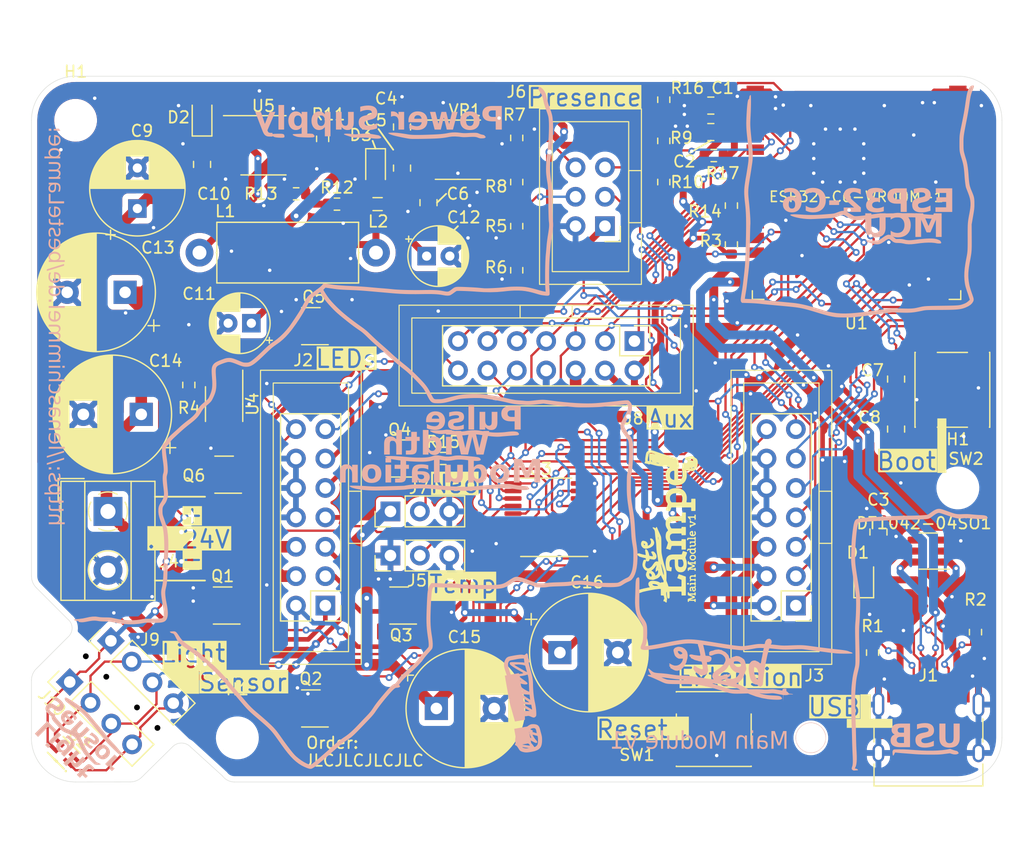
<source format=kicad_pcb>
(kicad_pcb (version 20221018) (generator pcbnew)
  (title_block (rev "1"))
  (layers (0 "F.Cu" signal "Front") (31 "B.Cu" power "Back") (34 "B.Paste" user) (35 "F.Paste" user) (36 "B.SilkS" user "B.Silkscreen") (37 "F.SilkS" user "F.Silkscreen") (38 "B.Mask" user) (39 "F.Mask" user) (44 "Edge.Cuts" user))
  (net 0 "")
  (net 1 "/L0.1")
  (net 2 "GND")
  (net 3 "/L0.2")
  (net 4 "/L0.3")
  (net 5 "/L0.4")
  (net 6 "/L0.5")
  (net 7 "/L0.6")
  (net 8 "+3.3V")
  (net 9 "/L1.3")
  (net 10 "/L1.4")
  (net 11 "/CH0.1")
  (net 12 "/CH0.3")
  (net 13 "/CH0.4")
  (net 14 "/CH0.5")
  (net 15 "/L1.1")
  (net 16 "/L1.2")
  (net 18 "/CH0.2")
  (net 19 "/L1.6")
  (net 20 "/L1.5")
  (net 21 "+5V")
  (net 22 "Net-(VR1-BYP)")
  (net 25 "+24V")
  (net 26 "/PRES_TX_5V")
  (net 27 "Net-(U5-TC)")
  (net 28 "Net-(J7-Pin_2)")
  (net 29 "Net-(U5-DC)")
  (net 30 "Net-(D2-K)")
  (net 31 "Net-(U5-Vfb)")
  (net 32 "Net-(C11-Pad1)")
  (net 33 "Net-(D3-A)")
  (net 34 "/PRES_B_3V3")
  (net 35 "/PRES_A_3V3")
  (net 38 "/DR0.1")
  (net 39 "/DR0.2")
  (net 40 "/DR0.3")
  (net 41 "/DR0.4")
  (net 42 "/DR0.5")
  (net 43 "/DR0.6")
  (net 44 "/CH0.6")
  (net 45 "/EN")
  (net 46 "/BOOT9")
  (net 47 "/D+")
  (net 48 "/D-")
  (net 49 "/SCL")
  (net 50 "/SDA")
  (net 51 "/BOOT8")
  (net 52 "/PRES_TX_3V3")
  (net 53 "/PRES_RX_3V3")
  (net 54 "/DR_NEO")
  (net 55 "/VBUS")
  (net 56 "/CC1")
  (net 57 "/CC2")
  (net 58 "/PRES_B_5V")
  (net 59 "/PRES_A_5V")
  (net 60 "/PRES_RX_5V")
  (net 61 "/NEO")
  (net 62 "/TEMP")
  (footprint "Resistor_SMD:R_0603_1608Metric" (layer "F.Cu") (at 106.68 53.594 90)
    (fp_text reference "R7")
    (fp_text value "10K")
  )
  (footprint "Connector_PinHeader_2.54mm:PinHeader_1x04_P2.54mm_Vertical" (layer "F.Cu") (at 71.628 97.028 45)
    (fp_text reference "J9")
    (fp_text value "Conn_01x04")
  )
  (footprint "Resistor_SMD:R_0603_1608Metric" (layer "F.Cu") (at 123.698 55.118)
    (fp_text reference "R17")
    (fp_text value "10K")
  )
  (footprint "Package_SO:TSOP-6_1.65x3.05mm_P0.95mm" (layer "F.Cu") (at 81.407 82.677 180)
    (fp_text reference "Q6")
    (fp_text value "Si3456DDV")
  )
  (footprint "Resistor_SMD:R_0603_1608Metric" (layer "F.Cu") (at 106.68 61.214 -90)
    (fp_text reference "R5")
    (fp_text value "5K1")
  )
  (footprint "MountingHole:MouseBiteHole0.5mm" (layer "F.Cu") (at 73.882233 102.782233 135)
    (fp_text reference "REF**" hide)
    (fp_text value "MouseBiteHole0.5mm" hide)
  )
  (footprint "Capacitor_SMD:C_0805_2012Metric" (layer "F.Cu") (at 137.922 87.63 90)
    (fp_text reference "C3")
    (fp_text value "10u")
  )
  (footprint "Resistor_SMD:R_0603_1608Metric" (layer "F.Cu") (at 119.38 57.404 90)
    (fp_text reference "R10")
    (fp_text value "5K1")
  )
  (footprint "Diode_SMD:D_SOD-323" (layer "F.Cu") (at 79.502 51.816 90)
    (fp_text reference "D2")
    (fp_text value "1N5819")
  )
  (footprint "Resistor_SMD:R_0603_1608Metric" (layer "F.Cu") (at 87.63 58.42)
    (fp_text reference "R13")
    (fp_text value "6k8")
  )
  (footprint "MountingHole:MountingHole_3.2mm_M3" (layer "F.Cu") (at 144.78 83.82)
    (fp_text reference "H1")
    (fp_text value "MountingHole")
  )
  (footprint "Button_Switch_SMD:SW_Push_1P1T_NO_6x6mm_H9.5mm" (layer "F.Cu") (at 144.308 75.349 -90)
    (fp_text reference "SW2")
    (fp_text value "SW_Push")
  )
  (footprint "Package_SO:TSOP-6_1.65x3.05mm_P0.95mm" (layer "F.Cu") (at 96.52 93.98 180)
    (fp_text reference "Q3")
    (fp_text value "Si3456DDV")
  )
  (footprint "Resistor_SMD:R_0603_1608Metric" (layer "F.Cu") (at 100.33 81.28)
    (fp_text reference "R15")
    (fp_text value "470")
  )
  (footprint "Capacitor_SMD:C_0805_2012Metric" (layer "F.Cu") (at 139.446 74.422 90)
    (fp_text reference "C7")
    (fp_text value "100n")
  )
  (footprint "Diode_SMD:D_SOD-323" (layer "F.Cu") (at 136.652 91.694 90)
    (fp_text reference "D1")
    (fp_text value "1N5819")
  )
  (footprint "Capacitor_SMD:C_0805_2012Metric" (layer "F.Cu") (at 139.446 78.74 -90)
    (fp_text reference "C8")
    (fp_text value "100n")
  )
  (footprint "Capacitor_SMD:C_0805_2012Metric" (layer "F.Cu") (at 96.774 56.2 -90)
    (fp_text reference "C5")
    (fp_text value "2u2")
  )
  (footprint "Capacitor_THT:CP_Radial_D10.0mm_P5.00mm" (layer "F.Cu") (at 72.852677 66.929 180)
    (fp_text reference "C13")
    (fp_text value "470u")
  )
  (footprint "Resistor_SMD:R_0603_1608Metric" (layer "F.Cu") (at 119.38 50.292 -90)
    (fp_text reference "R16")
    (fp_text value "2k4")
  )
  (footprint "Resistor_SMD:R_0603_1608Metric" (layer "F.Cu") (at 137.414 98.044 -90)
    (fp_text reference "R1")
    (fp_text value "5K1")
  )
  (footprint "Package_SO:SOIC-8_3.9x4.9mm_P1.27mm" (layer "F.Cu") (at 101.6 54.61)
    (fp_text reference "VR1")
    (fp_text value "3V3")
  )
  (footprint "Connector_PinHeader_2.54mm:PinHeader_2x07_P2.54mm_Vertical_Boxed" (layer "F.Cu") (at 129.54 86.36 180)
    (fp_text reference "J3")
    (fp_text value "To EXT_MOD_1")
  )
  (footprint "Resistor_SMD:R_0603_1608Metric" (layer "F.Cu") (at 89.916 53.67 90)
    (fp_text reference "R11")
    (fp_text value "360m")
  )
  (footprint "Button_Switch_SMD:SW_Push_1P1T_NO_6x6mm_H9.5mm" (layer "F.Cu") (at 123.698 104.648 180)
    (fp_text reference "SW1")
    (fp_text value "SW_Push")
  )
  (footprint "TerminalBlock_MetzConnect:TerminalBlock_MetzConnect_Type101_RT01602HBWC_1x02_P5.08mm_Horizontal" (layer "F.Cu") (at 71.374 85.852 -90)
    (fp_text reference "J4")
    (fp_text value "V24_IN")
  )
  (footprint "Capacitor_THT:CP_Radial_D8.0mm_P3.50mm" (layer "F.Cu") (at 73.914 59.691651 90)
    (fp_text reference "C9")
    (fp_text value "100u")
  )
  (footprint "Connector_PinHeader_2.54mm:PinHeader_2x03_P2.54mm_Vertical_Boxed" (layer "F.Cu") (at 114.3 61.214 180)
    (fp_text reference "J6")
    (fp_text value "Presence")
  )
  (footprint "Capacitor_SMD:C_0805_2012Metric" (layer "F.Cu") (at 99.06 59.182 -90)
    (fp_text reference "C6")
    (fp_text value "10n")
  )
  (footprint "Capacitor_SMD:C_0805_2012Metric" (layer "F.Cu") (at 96.774 52.644 90)
    (fp_text reference "C4")
    (fp_text value "1u")
  )
  (footprint "footprints:OPLGA4" (layer "F.Cu") (at 67.558883 106.687909 135)
    (fp_text reference "U2")
    (fp_text value "VEML6040A3OG" hide)
  )
  (footprint "Package_SO:TSOP-6_1.65x3.05mm_P0.95mm" (layer "F.Cu") (at 81.28 93.98 180)
    (fp_text reference "Q1")
    (fp_text value "Si3456DDV")
  )
  (footprint "Package_SO:MSOP-8_3x3mm_P0.65mm" (layer "F.Cu") (at 81.407 76.581 -90)
    (fp_text reference "U4")
    (fp_text value "DS18B20U")
  )
  (footprint "Connector_PinHeader_2.54mm:PinHeader_1x03_P2.54mm_Vertical" (layer "F.Cu") (at 95.773 89.662 90)
    (fp_text reference "J5")
    (fp_text value "Temp")
  )
  (footprint "Resistor_SMD:R_0603_1608Metric" (layer "F.Cu") (at 106.68 57.404 90)
    (fp_text reference "R8")
    (fp_text value "5K1")
  )
  (footprint "MountingHole:MouseBiteHole0.5mm" (layer "F.Cu") (at 75.65 104.55 135)
    (fp_text reference "REF**" hide)
    (fp_text value "MouseBiteHole0.5mm" hide)
  )
  (footprint "Resistor_SMD:R_0603_1608Metric" (layer "F.Cu") (at 106.68 65.024 -90)
    (fp_text reference "R6")
    (fp_text value "10K")
  )
  (footprint "Package_SO:TSOP-6_1.65x3.05mm_P0.95mm" (layer "F.Cu") (at 88.9 69.85 180)
    (fp_text reference "Q5")
    (fp_text value "Si3456DDV")
  )
  (footprint "Inductor_THT:L_Axial_L12.0mm_D5.0mm_P15.24mm_Horizontal_Fastron_MISC" (layer "F.Cu") (at 79.28 63.5)
    (fp_text reference "L1")
    (fp_text value "220u")
  )
  (footprint "Resistor_SMD:R_0603_1608Metric" (layer "F.Cu") (at 125.222 59.436 -90)
    (fp_text reference "R14")
    (fp_text value "2k4")
  )
  (footprint "Resistor_SMD:R_0603_1608Metric" (layer "F.Cu") (at 91.154 59.309)
    (fp_text reference "R12")
    (fp_text value "22k")
  )
  (footprint "MountingHole:MountingHole_3.2mm_M3" (layer "F.Cu") (at 68.58 52.07)
    (fp_text reference "H1")
    (fp_text value "MountingHole")
  )
  (footprint "Package_SO:SOIC-8_3.9x4.9mm_P1.27mm" (layer "F.Cu") (at 84.804 54.229)
    (fp_text reference "U5")
    (fp_text value "MC34063AD")
  )
  (footprint "Capacitor_THT:CP_Radial_D10.0mm_P5.00mm" (layer "F.Cu") (at 110.408323 98.044)
    (fp_text reference "C16")
    (fp_text value "470u")
  )
  (footprint "Package_SO:TSOP-6_1.65x3.05mm_P0.95mm" (layer "F.Cu") (at 88.9 102.87 180)
    (fp_text reference "Q2")
    (fp_text value "Si3456DDV")
  )
  (footprint "Capacitor_SMD:C_0805_2012Metric" (layer "F.Cu") (at 79.502 55.88 -90)
    (fp_text reference "C10")
    (fp_text value "470p")
  )
  (footprint "MountingHole:MountingHole_2.5mm" (layer "F.Cu") (at 132.08 105.41)
    (fp_text reference "H3" hide)
    (fp_text value "MountingHole")
  )
  (footprint "Package_TO_SOT_SMD:TSOT-23-6" (layer "F.Cu") (at 142.237 89.277 180)
    (fp_text reference "DT1042-04SO1")
    (fp_text value "~")
  )
  (footprint "Connector_PinHeader_2.54mm:PinHeader_2x07_P2.54mm_Vertical_Boxed" (layer "F.Cu") (at 109.22 72.39 -90)
    (fp_text reference "J8")
    (fp_text value "AUX")
  )
  (footprint "PCM_Espressif:ESP32-C6-WROOM-1" (layer "F.Cu") (at 136.03 57.79)
    (fp_text reference "U1")
    (fp_text value "ESP32-C6-WROOM-1")
  )
  (footprint "Resistor_SMD:R_0603_1608Metric" (layer "F.Cu") (at 119.38 53.848 90)
    (fp_text reference "R9")
    (fp_text value "10K")
  )
  (footprint "LOGO" (layer "F.Cu") (at 119.38 86.868 90)
    (fp_text reference "" hide)
    (fp_text value "" hide)
  )
  (footprint "Capacitor_SMD:C_0805_2012Metric" (layer "F.Cu") (at 123.444 50.8 180)
    (fp_text reference "C1")
    (fp_text value "100n")
  )
  (footprint "MountingHole:MouseBiteHole0.5mm" (layer "F.Cu") (at 69.462816 98.362816 135)
    (fp_text reference "REF**" hide)
    (fp_text value "MouseBiteHole0.5mm" hide)
  )
  (footprint "Package_SO:TSSOP-20_4.4x6.5mm_P0.65mm" (layer "F.Cu") (at 109.22 86.36 180)
    (fp_text reference "U3")
    (fp_text value "74HCT244")
  )
  (footprint "Connector_PinHeader_2.54mm:PinHeader_2x07_P2.54mm_Vertical_Boxed" (layer "F.Cu") (at 88.9 86.36 180)
    (fp_text reference "J2")
    (fp_text value "To LED_MOD_0")
  )
  (footprint "Package_SO:TSOP-6_1.65x3.05mm_P0.95mm" (layer "F.Cu") (at 96.52 81.28 180)
    (fp_text reference "Q4")
    (fp_text value "Si3456DDV")
  )
  (footprint "Diode_SMD:D_SOD-323" (layer "F.Cu") (at 94.488 56.134 -90)
    (fp_text reference "D3")
    (fp_text value "1N5819")
  )
  (footprint "Connector_PinHeader_2.54mm:PinHeader_1x04_P2.54mm_Vertical" (layer "F.Cu") (at 68.072 100.584 45)
    (fp_text reference "J10")
    (fp_text value "Conn_01x04")
  )
  (footprint "Capacitor_THT:CP_Radial_D5.0mm_P2.00mm" (layer "F.Cu") (at 83.759113 69.596 180)
    (fp_text reference "C11")
    (fp_text value "2u2")
  )
  (footprint "Connector_USB:USB_C_Receptacle_HRO_TYPE-C-31-M-12" (layer "F.Cu") (at 142.24 105.664)
    (fp_text reference "J1")
    (fp_text value "USB+")
  )
  (footprint "Capacitor_THT:CP_Radial_D10.0mm_P5.00mm" (layer "F.Cu") (at 99.740323 102.87)
    (fp_text reference "C15")
    (fp_text value "470u")
  )
  (footprint "Resistor_SMD:R_0603_1608Metric" (layer "F.Cu") (at 78.359 74.93 -90)
    (fp_text reference "R4")
    (fp_text value "5K1")
  )
  (footprint "MountingHole:MouseBiteHole0.5mm" (layer "F.Cu") (at 71.230583 100.130583 135)
    (fp_text reference "REF**" hide)
    (fp_text value "MouseBiteHole0.5mm" hide)
  )
  (footprint "Connector_PinHeader_2.54mm:PinHeader_1x03_P2.54mm_Vertical" (layer "F.Cu") (at 95.773 85.852 90)
    (fp_text reference "J7")
    (fp_text value "Neo")
  )
  (footprint "Inductor_SMD:L_0805_2012Metric" (layer "F.Cu") (at 94.6635 59.309)
    (fp_text reference "L2")
    (fp_text value "1u")
  )
  (footprint "Capacitor_THT:CP_Radial_D5.0mm_P2.00mm" (layer "F.Cu") (at 98.9 63.8)
    (fp_text reference "C12")
    (fp_text value "100u")
  )
  (footprint "Capacitor_SMD:C_0805_2012Metric" (layer "F.Cu") (at 123.444 53.086 180)
    (fp_text reference "C2")
    (fp_text value "22u")
  )
  (footprint "MountingHole:MountingHole_3.2mm_M3" (layer "F.Cu") (at 82.55 105.41)
    (fp_text reference "H1")
    (fp_text value "MountingHole")
  )
  (footprint "Resistor_SMD:R_0603_1608Metric" (layer "F.Cu") (at 125.222 62.8 -90)
    (fp_text reference "R3")
    (fp_text value "10K")
  )
  (footprint "Resistor_SMD:R_0603_1608Metric" (layer "F.Cu") (at 146.304 96.277 90)
    (fp_text reference "R2")
    (fp_text value "5K1")
  )
  (footprint "Capacitor_THT:CP_Radial_D10.0mm_P5.00mm" (layer "F.Cu") (at 74.249677 77.47 180)
    (fp_text reference "C14")
    (fp_text value "470u")
  )
  (footprint "LOGO" (layer "B.Cu") (at 107.116567 78.5368 180)
    (fp_text reference "" hide)
    (fp_text value "" hide)
  )
  (footprint "LOGO" (layer "B.Cu") (at 124.1044 98.7044 180)
    (fp_text reference "" hide)
    (fp_text value "" hide)
  )
  (gr_line (start 79.756 84.582) (end 75.438 84.582) (stroke (width 0.1524)) (layer "F.SilkS"))
  (gr_line (start 100.584 58.42) (end 99.795 59.182) (stroke (width 0.1524)) (layer "F.SilkS"))
  (gr_rect (start 136.3629 101.6465) (end 137.2713 103.7887) (fill solid) (layer "F.SilkS"))
  (gr_rect (start 78.0796 89.1794) (end 79.3496 89.9414) (fill solid) (layer "F.SilkS"))
  (gr_line (start 121.666 54.864) (end 123.444 53.821) (stroke (width 0.1524)) (layer "F.SilkS"))
  (gr_line (start 79.756 91.821) (end 75.438 91.821) (stroke (width 0.1524)) (layer "F.SilkS"))
  (gr_poly (pts (xy 76.0222 99.5172) (xy 79.248 99.5172) (xy 79.248 101.6) (xy 78.105 101.6)) (fill solid) (layer "F.SilkS"))
  (gr_line (start 94.742 52.832) (end 96.012 54.61) (stroke (width 0.1524)) (layer "F.SilkS"))
  (gr_line (start 101.6 61.214) (end 101.092 61.722) (stroke (width 0.1524)) (layer "F.SilkS"))
  (gr_rect (start 78.0288 90.1446) (end 79.2988 90.9066) (fill solid) (layer "F.SilkS"))
  (gr_line (start 94.234 53.848) (end 94.488 54.524) (stroke (width 0.1524)) (layer "F.SilkS"))
  (gr_rect (start 143.008 77.817) (end 143.7894 82.5246) (fill solid) (layer "F.SilkS"))
  (gr_rect (start 135.1862 103.764) (end 139.1318 104.5454) (fill solid) (layer "F.SilkS"))
  (gr_line (start 67.984221 96.639996) (end 65.184221 99.439996) (stroke (width 0.0381)) (layer "Edge.Cuts"))
  (gr_line (start 65.184221 92.439996) (end 67.984221 95.239996) (stroke (width 0.0381)) (layer "Edge.Cuts"))
  (gr_line (start 73.300004 109.214221) (end 68.58 109.22) (stroke (width 0.0381)) (layer "Edge.Cuts"))
  (gr_arc (start 82.300018 109.219994) (mid 81.729836 109.08682) (end 81.28 108.712) (stroke (width 0.0381)) (layer "Edge.Cuts"))
  (gr_line (start 74.3 108.8) (end 76.962 106.172) (stroke (width 0.0381)) (layer "Edge.Cuts"))
  (gr_line (start 64.770008 100.439996) (end 64.77 105.41) (stroke (width 0.0381)) (layer "Edge.Cuts"))
  (gr_arc (start 64.77 52.07) (mid 65.885923 49.375923) (end 68.58 48.26) (stroke (width 0.0381)) (layer "Edge.Cuts"))
  (gr_line (start 78.485999 106.172001) (end 81.28 108.712) (stroke (width 0.0381)) (layer "Edge.Cuts"))
  (gr_arc (start 144.78 48.26) (mid 147.474077 49.375923) (end 148.59 52.07) (stroke (width 0.0381)) (layer "Edge.Cuts"))
  (gr_line (start 144.78 109.22) (end 82.3 109.22) (stroke (width 0.0381)) (layer "Edge.Cuts"))
  (gr_arc (start 148.59 105.41) (mid 147.474077 108.104077) (end 144.78 109.22) (stroke (width 0.0381)) (layer "Edge.Cuts"))
  (gr_arc (start 68.58 109.22) (mid 65.882399 108.10469) (end 64.760013 105.410026) (stroke (width 0.0381)) (layer "Edge.Cuts"))
  (gr_arc (start 65.184213 92.44) (mid 64.87765 91.981196) (end 64.77 91.44) (stroke (width 0.0381)) (layer "Edge.Cuts"))
  (gr_line (start 68.58 48.26) (end 144.78 48.26) (stroke (width 0.0381)) (layer "Edge.Cuts"))
  (gr_arc (start 67.991363 95.232997) (mid 68.277102 95.937965) (end 67.984221 96.639996) (stroke (width 0.0381)) (layer "Edge.Cuts"))
  (gr_arc (start 64.770008 100.439996) (mid 64.87766 99.898801) (end 65.184221 99.439996) (stroke (width 0.0381)) (layer "Edge.Cuts"))
  (gr_arc (start 76.962001 106.172001) (mid 77.724 105.856371) (end 78.485999 106.172001) (stroke (width 0.0381)) (layer "Edge.Cuts"))
  (gr_line (start 64.77 91.44) (end 64.77 52.07) (stroke (width 0.0381)) (layer "Edge.Cuts"))
  (gr_arc (start 74.300004 108.800008) (mid 73.8412 109.106571) (end 73.300004 109.214221) (stroke (width 0.0381)) (layer "Edge.Cuts"))
  (gr_line (start 148.59 52.07) (end 148.59 105.41) (stroke (width 0.0381)) (layer "Edge.Cuts"))
  (gr_text "ESP32-C6" (at 137.033 60.325) (layer "B.SilkS") (effects (font (size 2 2) (thickness 0.4) bold) (justify bottom mirror)))
  (gr_text "https://lenaschimmel.de/besteLampe!" (at 66.04 87.122 270) (layer "B.SilkS") (effects (font (size 1.3 1.3)) (justify left bottom mirror)))
  (gr_text "!" (at 109.0676 106.68 10) (layer "B.SilkS") (effects (font (size 6 5) (thickness 0.1524) bold) (justify left bottom mirror)))
  (gr_text "Sensor" (at 69.85 104.394 135) (layer "B.SilkS") (effects (font (size 1.5 1.5) (thickness 0.3) bold) (justify bottom mirror)))
  (gr_text "MCU" (at 140.081 62.484) (layer "B.SilkS") (effects (font (size 2 2) (thickness 0.4) bold) (justify bottom mirror)))
  (gr_text "Power Supply" (at 94.8436 53.213) (layer "B.SilkS") (effects (font (size 2 2) (thickness 0.4) bold) (justify bottom mirror)))
  (gr_text "Pulse" (at 102.997 79.121) (layer "B.SilkS") (effects (font (size 2 2) (thickness 0.4) bold) (justify bottom mirror)))
  (gr_text "Light" (at 68.326 105.791 135) (layer "B.SilkS") (effects (font (size 1.5 1.5) (thickness 0.3) bold) (justify bottom mirror)))
  (gr_text "Modulation" (at 100.076 83.693) (layer "B.SilkS") (effects (font (size 2 2) (thickness 0.4) bold) (justify bottom mirror)))
  (gr_text "USB" (at 141.986 106.553) (layer "B.SilkS") (effects (font (size 2 2) (thickness 0.4) bold) (justify bottom mirror)))
  (gr_text "Width" (at 99.695 81.28) (layer "B.SilkS") (effects (font (size 2 2) (thickness 0.4) bold) (justify bottom mirror)))
  (gr_text "Main Module v1" (at 130.175 106.6038) (layer "B.SilkS") (effects (font (size 1.5 1.4) (thickness 0.325)) (justify left bottom mirror)))
  (gr_text "Presence" (at 107.5182 50.9778) (layer "F.SilkS" knockout) (effects (font (size 1.5 1.45) (thickness 0.2)) (justify left bottom)))
  (gr_text "Light" (at 75.8698 98.9838) (layer "F.SilkS" knockout) (effects (font (size 1.5 1.5) (thickness 0.2)) (justify left bottom)))
  (gr_text "Extension" (at 120.523 101.0412) (layer "F.SilkS" knockout) (effects (font (size 1.5 1.5) (thickness 0.2)) (justify left bottom)))
  (gr_text "LEDs" (at 89.1794 73.5584) (layer "F.SilkS" knockout) (effects (font (size 1.5 1.5) (thickness 0.2)) (justify left bottom)))
  (gr_text "U2" (at 67.691 105.156 -45) (layer "F.SilkS") (effects (font (size 1 1)) (justify left bottom)))
  (gr_text "Aux" (at 117.8814 78.7146) (layer "F.SilkS" knockout) (effects (font (size 1.5 1.5) (thickness 0.2)) (justify left bottom)))
  (gr_text "+" (at 77.597 86.995) (layer "F.SilkS" knockout) (effects (font (size 1.5 1.5) (thickness 0.2)) (justify left bottom)))
  (gr_text "Reset ." (at 113.4364 105.537) (layer "F.SilkS" knockout) (effects (font (size 1.5 1.5) (thickness 0.2)) (justify left bottom)))
  (gr_text "Boot" (at 137.668 82.3976) (layer "F.SilkS" knockout) (effects (font (size 1.5 1.5) (thickness 0.2)) (justify left bottom)))
  (gr_text "Temp" (at 99.0092 93.0148) (layer "F.SilkS" knockout) (effects (font (size 1.5 1.5) (thickness 0.2)) (justify left bottom)))
  (gr_text "Sensor" (at 79.121 101.4984) (layer "F.SilkS" knockout) (effects (font (size 1.5 1.5) (thickness 0.2)) (justify left bottom)))
  (gr_text ".  24V" (at 74.6252 89.154) (layer "F.SilkS" knockout) (effects (font (size 1.5 1.5) (thickness 0.2)) (justify left bottom)))
  (gr_text "+" (at 77.597 90.805) (layer "F.SilkS" knockout) (effects (font (size 1.5 1.5) (thickness 0.2)) (justify left bottom)))
  (gr_text "USB" (at 131.7244 103.6574) (layer "F.SilkS" knockout) (effects (font (size 1.5 1.5) (thickness 0.2)) (justify left bottom)))
  (gr_text "JLCJLCJLCJLC" (at 88.265 107.95) (layer "F.SilkS") (effects (font (size 1 1) (thickness 0.1524) bold) (justify left bottom)))
  (gr_text "Order:" (at 88.392 106.426) (layer "F.SilkS") (effects (font (size 1 1) (thickness 0.1524) bold) (justify left bottom)))
  (gr_text "Neo" (at 99.06 84.3788) (layer "F.SilkS" knockout) (effects (font (size 1.5 1.5) (thickness 0.2)) (justify left bottom)))
  (segment (start 88.672819 96.901) (end 90.15 95.423819) (width 0.4) (layer "F.Cu") (net 1))
  (segment (start 90.15 95.423819) (end 90.15 93.985) (width 0.4) (layer "F.Cu") (net 1))
  (segment (start 85.979 96.901) (end 88.672819 96.901) (width 0.4) (layer "F.Cu") (net 1))
  (segment (start 82.44 94.93) (end 84.008 94.93) (width 0.4) (layer "F.Cu") (net 1))
  (segment (start 84.008 94.93) (end 85.979 96.901) (width 0.4) (layer "F.Cu") (net 1))
  (segment (start 106.68 52.769) (end 108.141 52.769) (width 0.4) (layer "F.Cu") (net 2))
  (segment (start 145.49 100.636) (end 145.49 101.619) (width 0.6) (layer "F.Cu") (net 2))
  (segment (start 79.309 93.03) (end 80.12 93.03) (width 0.2) (layer "F.Cu") (net 2))
  (segment (start 105.156 51.879) (end 104.901 51.879) (width 0.4) (layer "F.Cu") (net 2))
  (segment (start 145.288 79.375) (end 145.339 79.324) (width 0.2) (layer "F.Cu") (net 2))
  (segment (start 85.852 58.42) (end 86.805 58.42) (width 0.2) (layer "F.Cu") (net 2))
  (segment (start 133.275 55.25) (end 132.456 55.25) (width 0.2) (layer "F.Cu") (net 2))
  (segment (start 135.775 54) (end 135.775 52.947) (width 0.2) (layer "F.Cu") (net 2))
  (segment (start 133.096 77.978) (end 132.461 77.343) (width 0.4) (layer "F.Cu") (net 2))
  (segment (start 78.74 92.456) (end 79.314 93.03) (width 0.2) (layer "F.Cu") (net 2))
  (segment (start 102.47 62.23) (end 100.9 63.8) (width 0.4) (layer "F.Cu") (net 2))
  (segment (start 102.8446 91.2114) (end 102.8446 89.281) (width 0.4) (layer "F.Cu") (net 2))
  (segment (start 134.525 55.25) (end 133.275 55.25) (width 0.2) (layer "F.Cu") (net 2))
  (segment (start 96.774 51.694) (end 96.774 50.038) (width 0.4) (layer "F.Cu") (net 2))
  (segment (start 96.774 51.694) (end 99.182 51.694) (width 0.4) (layer "F.Cu") (net 2))
  (segment (start 95.36 92.092) (end 95.36 93.03) (width 0.2) (layer "F.Cu") (net 2))
  (segment (start 73.9775 96.7105) (end 78.232 100.965) (width 0.4) (layer "F.Cu") (net 2))
  (segment (start 105.156 51.879) (end 104.013 53.022) (width 0.4) (layer "F.Cu") (net 2))
  (segment (start 145.034 88.392) (end 144.270371 89.155629) (width 0.2) (layer "F.Cu") (net 2))
  (segment (start 146.304 95.452) (end 146.304 94.234) (width 0.4) (layer "F.Cu") (net 2))
  (segment (start 135.775 56.5) (end 136.51 56.5) (width 0.2) (layer "F.Cu") (net 2))
  (segment (start 81.534 57.15) (end 81.633 57.051) (width 0.2) (layer "F.Cu") (net 2))
  (segment (start 134.525 57.309) (end 134.62 57.404) (width 0.2) (layer "F.Cu") (net 2))
  (segment (start 119.723 106.898) (end 123.916 106.898) (width 0.2) (layer "F.Cu") (net 2))
  (segment (start 139.446 75.372) (end 140.396 75.372) (width 0.2) (layer "F.Cu") (net 2))
  (segment (start 137.414 98.869) (end 137.414 99.314) (width 0.4) (layer "F.Cu") (net 2))
  (segment (start 71.228308 108.204) (end 73.460154 105.972154) (width 0.2) (layer "F.Cu") (net 2))
  (segment (start 138.99 100.89) (end 138.43 100.33) (width 0.6) (layer "F.Cu") (net 2))
  (segment (start 87.74 67.674) (end 87.63 67.564) (width 0.2) (layer "F.Cu") (net 2))
  (segment (start 67.952909 107.563883) (end 67.952909 107.576909) (width 0.2) (layer "F.Cu") (net 2))
  (segment (start 79.314 93.03) (end 80.12 93.03) (width 0.2) (layer "F.Cu") (net 2))
  (segment (start 95.377 79.248) (end 95.377 80.313) (width 0.2) (layer "F.Cu") (net 2))
  (segment (start 133.275 54) (end 132.436 54) (width 0.2) (layer "F.Cu") (net 2))
  (segment (start 105.283 53.975) (end 105.41 54.102) (width 0.4) (layer "F.Cu") (net 2))
  (segment (start 136.55 54) (end 136.652 54.102) (width 0.2) (layer "F.Cu") (net 2))
  (segment (start 132.436 54) (end 132.334 54.102) (width 0.2) (layer "F.Cu") (net 2))
  (segment (start 97.282 59.944) (end 96.774 59.436) (width 0.4) (layer "F.Cu") (net 2))
  (segment (start 134.525 54) (end 134.525 52.927) (width 0.2) (layer "F.Cu") (net 2))
  (segment (start 133.275 54) (end 133.275 52.907) (width 0.2) (layer "F.Cu") (net 2))
  (segment (start 113.411 83.435) (end 112.0825 83.435) (width 0.2) (layer "F.Cu") (net 2))
  (segment (start 95.758 91.694) (end 95.36 92.092) (width 0.2) (layer "F.Cu") (net 2))
  (segment (start 133.096 81.407) (end 133.096 77.978) (width 0.4) (layer "F.Cu") (net 2))
  (segment (start 99.182 51.694) (end 100.33 50.546) (width 0.4) (layer "F.Cu") (net 2))
  (segment (start 133.275 54) (end 134.525 54) (width 0.2) (layer "F.Cu") (net 2))
  (segment (start 102.47 62.23) (end 102.47 59.582) (width 0.4) (layer "F.Cu") (net 2))
  (segment (start 120.205 52.769) (end 120.396 52.578) (width 0.2) (layer "F.Cu") (net 2))
  (segment (start 104.075 52.705) (end 106.616 52.705) (width 0.6) (layer "F.Cu") (net 2))
  (segment (start 102.516 93.0894) (end 102.516 91.54) (width 0.4) (layer "F.Cu") (net 2))
  (segment (start 144.270371 89.277) (end 143.3745 89.277) (width 0.6) (layer "F.Cu") (net 2))
  (segment (start 104.013 57.531) (end 103.251 58.293) (width 0.4) (layer "F.Cu") (net 2))
  (segment (start 145.542 49.53) (end 146.812 50.8) (width 0.4) (layer "F.Cu") (net 2))
  (segment (start 78.232 101.200308) (end 77.016154 102.416154) (width 0.4) (layer "F.Cu") (net 2))
  (segment (start 137.736 106.898) (end 137.92 106.714) (width 0.4) (layer "F.Cu") (net 2))
  (segment (start 134.525 56.5) (end 134.525 57.309) (width 0.2) (layer "F.Cu") (net 2))
  (segment (start 122.494 50.8) (end 121.158 50.8) (width 0.2) (layer "F.Cu") (net 2))
  (segment (start 135.775 52.947) (end 135.89 52.832) (width 0.2) (layer "F.Cu") (net 2))
  (segment (start 133.275 55.25) (end 133.275 54) (width 0.2) (layer "F.Cu") (net 2))
  (segment (start 101.727 56.515) (end 101.6 56.642) (width 0.4) (layer "F.Cu") (net 2))
  (segment (start 126.2005 49.53) (end 125.73 50.0005) (width 0.4) (layer "F.Cu") (net 2))
  (segment (start 95.377 80.313) (end 95.36 80.33) (width 0.2) (layer "F.Cu") (net 2))
  (segment (start 134.525 52.927) (end 134.62 52.832) (width 0.2) (layer "F.Cu") (net 2))
  (segment (start 106.616 52.705) (end 106.68 52.769) (width 0.6) (layer "F.Cu") (net 2))
  (segment (start 120.396 52.578) (end 121.412 52.578) (width 0.2) (layer "F.Cu") (net 2))
  (segment (start 102.47 59.582) (end 102.616 59.436) (width 0.4) (layer "F.Cu") (net 2))
  (segment (start 67.952909 107.576909) (end 68.58 108.204) (width 0.2) (layer "F.Cu") (net 2))
  (segment (start 106.68 65.849) (end 105.473 65.849) (width 0.2) (layer "F.Cu") (net 2))
  (segment (start 132.476 56.5) (end 132.334 56.642) (width 0.2) (layer "F.Cu") (net 2))
  (segment (start 119.723 106.896) (end 119.634 106.807) (width 0.2) (layer "F.Cu") (net 2))
  (segment (start 133.275 52.907) (end 133.35 52.832) (width 0.2) (layer "F.Cu") (net 2))
  (segment (start 113.407 89.285) (end 112.0825 89.285) (width 0.2) (layer "F.Cu") (net 2))
  (segment (start 73.460154 105.972154) (end 74.168 105.264308) (width 0.2) (layer "F.Cu") (net 2))
  (segment (start 135.775 55.25) (end 135.775 54) (width 0.2) (layer "F.Cu") (net 2))
  (segment (start 127.28 49.53) (end 126.2005 49.53) (width 0.4) (layer "F.Cu") (net 2))
  (segment (start 136.53 55.25) (end 136.652 55.372) (width 0.2) (layer "F.Cu") (net 2))
  (segment (start 140.396 77.79) (end 141.224 76.962) (width 0.2) (layer "F.Cu") (net 2))
  (segment (start 104.902 62.23) (end 102.47 62.23) (width 0.4) (layer "F.Cu") (net 2))
  (segment (start 137.414 99.314) (end 138.43 100.33) (width 0.4) (layer "F.Cu") (net 2))
  (segment (start 103.251 58.293) (end 104.075 57.469) (width 0.4) (layer "F.Cu") (net 2))
  (segment (start 121.92 53.086) (end 121.412 52.578) (width 0.2) (layer "F.Cu") (net 2))
  (segment (start 137.922 86.614) (end 136.906 85.598) (width 0.4) (layer "F.Cu") (net 2))
  (segment (start 80.247 80.408) (end 80.264 80.391) (width 0.6) (layer "F.Cu") (net 2))
  (segment (start 87.74 101.92) (end 88.326 101.92) (width 0.2) (layer "F.Cu") (net 2))
  (segment (start 122.494 53.086) (end 121.92 53.086) (width 0.2) (layer "F.Cu") (net 2))
  (segment (start 103.251 58.801) (end 103.251 58.293) (width 0.4) (layer "F.Cu") (net 2))
  (segment (start 144.78 49.53) (end 145.542 49.53) (width 0.4) (layer "F.Cu") (net 2))
  (segment (start 77.504 50.766) (end 77.47 50.8) (width 0.6) (layer "F.Cu") (net 2))
  (segment (start 135.775 56.5) (end 135.775 57.289) (width 0.2) (layer "F.Cu") (net 2))
  (segment (start 133.275 56.5) (end 133.275 57.225) (width 0.2) (layer "F.Cu") (net 2))
  (segment (start 108.141 52.769) (end 108.204 52.832) (width 0.4) (layer "F.Cu") (net 2))
  (segment (start 84.836 59.436) (end 85.852 58.42) (width 0.2) (layer "F.Cu") (net 2))
  (segment (start 138.99 101.619) (end 138.99 100.89) (width 0.6) (layer "F.Cu") (net 2))
  (segment (start 145.487 101.616) (end 145.49 101.619) (width 0.6) (layer "F.Cu") (net 2))
  (segment (start 104.013 53.022) (end 104.013 57.531) (width 0.4) (layer "F.Cu") (net 2))
  (segment (start 104.901 51.879) (end 104.075 52.705) (width 0.4) (layer "F.Cu") (net 2))
  (segment (start 144.78 49.53) (end 143.764 49.53) (width 0.4) (layer "F.Cu") (net 2))
  (segment (start 119.723 106.898) (end 119.723 106.896) (width 0.2) (layer "F.Cu") (net 2))
  (segment (start 141.224 76.962) (end 141.224 76.2) (width 0.2) (layer "F.Cu") (net 2))
  (segment (start 79.502 50.766) (end 77.504 50.766) (width 0.6) (layer "F.Cu") (net 2))
  (segment (start 146.05 100.076) (end 145.49 100.636) (width 0.6) (layer "F.Cu") (net 2))
  (segment (start 94.422 80.33) (end 93.98 80.772) (width 0.2) (layer "F.Cu") (net 2))
  (segment (start 81.633 57.051) (end 81.633 56.83) (width 0.2) (layer "F.Cu") (net 2))
  (segment (start 146.558 71.374) (end 146.558 75.184) (width 0.2) (layer "F.Cu") (net 2))
  (segment (start 134.525 55.25) (end 135.775 55.25) (width 0.2) (layer "F.Cu") (net 2))
  (segment (start 123.916 106.898) (end 123.952 106.934) (width 0.2) (layer "F.Cu") (net 2))
  (segment (start 135.775 57.289) (end 135.89 57.404) (width 0.2) (layer "F.Cu") (net 2))
  (segment (start 81.633 56.83) (end 82.329 56.134) (width 0.6) (layer "F.Cu") (net 2))
  (segment (start 74.168 104.521) (end 75.819 102.87) (width 0.2) (layer "F.Cu") (net 2))
  (segment (start 146.05 100.076) (end 146.56 100.586) (width 0.6) (layer "F.Cu") (net 2))
  (segment (start 144.270371 89.155629) (end 144.270371 89.277) (width 0.2) (layer "F.Cu") (net 2))
  (segment (start 145.339 79.324) (end 146.558 79.324) (width 0.2) (layer "F.Cu") (net 2))
  (segment (start 132.456 55.25) (end 132.334 55.372) (width 0.2) (layer "F.Cu") (net 2))
  (segment (start 88.326 101.92) (end 88.646 101.6) (width 0.2) (layer "F.Cu") (net 2))
  (segment (start 127.673 106.898) (end 123.988 106.898) (width 0.2) (layer "F.Cu") (net 2))
  (segment (start 136.51 56.5) (end 136.652 56.642) (width 0.2) (layer "F.Cu") (net 2))
  (segment (start 135.775 55.25) (end 136.53 55.25) (width 0.2) (layer "F.Cu") (net 2))
  (segment (start 78.232 100.965) (end 78.232 101.200308) (width 0.4) (layer "F.Cu") (net 2))
  (segment (start 73.9775 96.7105) (end 71.882 94.615) (width 0.4) (layer "F.Cu") (net 2))
  (segment (start 142.748 49.53) (end 141.732 50.546) (width 0.4) (layer "F.Cu") (net 2))
  (segment (start 137.92 100.84) (end 138.43 100.33) (width 0.6) (layer "F.Cu") (net 2))
  (segment (start 133.275 57.225) (end 133.096 57.404) (width 0.2) (layer "F.Cu") (net 2))
  (segment (start 128.524 49.53) (end 129.032 50.038) (width 0.4) (layer "F.Cu") (net 2))
  (segment (start 135.775 54) (end 134.525 54) (width 0.2) (layer "F.Cu") (net 2))
  (segment (start 95.36 93.03) (end 95.36 92.312) (width 0.2) (layer "F.Cu") (net 2))
  (segment (start 87.74 68.9) (end 87.74 67.674) (width 0.2) (layer "F.Cu") (net 2))
  (segment (start 87.74 101.092) (end 87.74 101.92) (width 0.2) (layer "F.Cu") (net 2))
  (segment (start 135.775 56.5) (end 134.525 56.5) (width 0.2) (layer "F.Cu") (net 2))
  (segment (start 140.396 75.372) (end 141.224 76.2) (width 0.2) (layer "F.Cu") (net 2))
  (segment (start 146.558 79.324) (end 146.558 75.184) (width 0.2) (layer "F.Cu") (net 2))
  (segment (start 143.764 49.53) (end 142.748 50.546) (width 0.4) (layer "F.Cu") (net 2))
  (segment (start 77.016154 102.416154) (end 76.399846 102.416154) (width 0.2) (layer "F.Cu") (net 2))
  (segment (start 146.56 100.586) (end 146.56 102.534) (width 0.6) (layer "F.Cu") (net 2))
  (segment (start 127.28 49.53) (end 128.524 49.53) (width 0.4) (layer "F.Cu") (net 2))
  (segment (start 144.78 49.53) (end 142.748 49.53) (width 0.4) (layer "F.Cu") (net 2))
  (segment (start 86.805 57.341) (end 86.614 57.15) (width 0.2) (layer "F.Cu") (net 2))
  (segment (start 135.775 56.5) (end 135.775 55.25) (width 0.2) (layer "F.Cu") (net 2))
  (segment (start 101.047368 94.558032) (end 102.516 93.0894) (width 0.4) (layer "F.Cu") (net 2))
  (segment (start 104.902 88.635) (end 106.3575 88.635) (width 0.2) (layer "F.Cu") (net 2))
  (segment (start 121.158 51.816) (end 120.396 52.578) (width 0.2) (layer "F.Cu") (net 2))
  (segment (start 133.275 56.5) (end 132.476 56.5) (width 0.2) (layer "F.Cu") (net 2))
  (segment (start 129.032 50.086589) (end 129.7025 50.757089) (width 0.4) (layer "F.Cu") (net 2))
  (segment (start 137.922 86.68) (end 137.922 86.614) (width 0.4) (layer "F.Cu") (net 2))
  (segment (start 133.275 56.5) (end 133.275 55.25) (width 0.2) (layer "F.Cu") (net 2))
  (segment (start 79.502 56.83) (end 81.633 56.83) (width 0.6) (layer "F.Cu") (net 2))
  (segment (start 137.92 102.534) (end 137.92 100.84) (width 0.6) (layer "F.Cu") (net 2))
  (segment (start 134.525 54) (end 134.525 55.25) (width 0.2) (layer "F.Cu") (net 2))
  (segment (start 102.616 59.436) (end 103.251 58.801) (width 0.4) (layer "F.Cu") (net 2))
  (segment (start 95.36 80.33) (end 94.422 80.33) (width 0.2) (layer "F.Cu") (net 2))
  (segment (start 76.562308 102.87) (end 77.016154 102.416154) (width 0.2) (layer "F.Cu") (net 2))
  (segment (start 80.247 81.727) (end 80.247 80.408) (width 0.6) (layer "F.Cu") (net 2))
  (segment (start 95.36 92.312) (end 94.742 91.694) (width 0.2) (layer "F.Cu") (net 2))
  (segment (start 135.775 54) (end 136.55 54) (width 0.2) (layer "F.Cu") (net 2))
  (segment (start 121.92 50.8) (end 121.158 51.562) (width 0.2) (layer "F.Cu") (net 2))
  (segment (start 86.36 68.58) (end 86.68 68.9) (width 0.2) (layer "F.Cu") (net 2))
  (segment (start 86.805 58.42) (end 86.805 57.341) (width 0.2) (layer "F.Cu") (net 2))
  (segment (start 74.168 105.264308) (end 74.168 104.521) (width 0.2) (layer "F.Cu") (net 2))
  (segment (start 102.516 91.54) (end 102.8446 91.2114) (width 0.4) (layer "F.Cu") (net 2))
  (segment (start 133.275 56.5) (end 134.525 56.5) (width 0.2) (layer "F.Cu") (net 2))
  (segment (start 134.525 55.25) (end 134.525 56.5) (width 0.2) (layer "F.Cu") (net 2))
  (segment (start 104.075 56.515) (end 101.727 56.515) (width 0.4) (layer "F.Cu") (net 2))
  (segment (start 129.032 50.038) (end 129.032 50.086589) (width 0.4) (layer "F.Cu") (net 2))
  (segment (start 96.774 59.436) (end 96.774 57.15) (width 0.4) (layer "F.Cu") (net 2))
  (segment (start 139.446 77.79) (end 140.396 77.79) (width 0.2) (layer "F.Cu") (net 2))
  (segment (start 129.032 50.038) (end 129.032 51.054) (width 0.4) (layer "F.Cu") (net 2))
  (segment (start 122.494 50.8) (end 121.92 50.8) (width 0.2) (layer "F.Cu") (net 2))
  (segment (start 121.158 51.562) (end 121.158 51.816) (width 0.2) (layer "F.Cu") (net 2))
  (segment (start 68.58 108.204) (end 71.228308 108.204) (width 0.2) (layer "F.Cu") (net 2))
  (segment (start 86.68 68.9) (end 87.74 68.9) (width 0.2) (layer "F.Cu") (net 2))
  (segment (start 119.38 52.769) (end 120.205 52.769) (width 0.2) (layer "F.Cu") (net 2))
  (segment (start 75.819 102.87) (end 76.562308 102.87) (width 0.2) (layer "F.Cu") (net 2))
  (segment (start 123.988 106.898) (end 123.952 106.934) (width 0.2) (layer "F.Cu") (net 2))
  (segment (start 104.075 53.975) (end 105.283 53.975) (width 0.4) (layer "F.Cu") (net 2))
  (segment (start 104.075 57.469) (end 104.075 56.515) (width 0.4) (layer "F.Cu") (net 2))
  (segment (start 78.74 93.599) (end 79.309 93.03) (width 0.2) (layer "F.Cu") (net 2))
  (segment (start 105.473 65.849) (end 105.41 65.786) (width 0.2) (layer "F.Cu") (net 2))
  (via (at 147.066 98.552) (size 0.6) (drill 0.3) (layers "F.Cu" "B.Cu") (net 2))
  (via (at 92.329 64.008) (size 0.6) (drill 0.3) (layers "F.Cu" "B.Cu") (net 2))
  (via (at 120.396 52.578) (size 0.6) (drill 0.3) (layers "F.Cu" "B.Cu") (net 2))
  (via (at 84.455 49.53) (size 0.6) (drill 0.3) (layers "F.Cu" "B.Cu") (net 2))
  (via (at 133.096 81.407) (size 0.6) (drill 0.3) (layers "F.Cu" "B.Cu") (net 2))
  (via (at 145.034 88.392) (size 0.6) (drill 0.3) (layers "F.Cu" "B.Cu") (net 2))
  (via (at 85.09 92.202) (size 0.6) (drill 0.3) (layers "F.Cu" "B.Cu") (net 2))
  (via (at 125.73 50.0005) (size 0.6) (drill 0.3) (layers "F.Cu" "B.Cu") (net 2))
  (via (at 94.869 76.835) (size 0.6) (drill 0.3) (layers "F.Cu" "B.Cu") (net 2))
  (via (at 101.6 56.642) (size 0.6) (drill 0.3) (layers "F.Cu" "B.Cu") (net 2))
  (via (at 134.62 52.832) (size 0.6) (drill 0.3) (layers "F.Cu" "B.Cu") (net 2))
  (via (at 89.408 56.261) (size 0.6) (drill 0.3) (layers "F.Cu" "B.Cu") (net 2))
  (via (at 142.748 50.546) (size 0.6) (drill 0.3) (layers "F.Cu" "B.Cu") (net 2))
  (via (at 125.73 69.5605) (size 0.6) (drill 0.3) (layers "F.Cu" "B.Cu") (net 2))
  (via (at 121.285 69.85) (size 0.6) (drill 0.3) (layers "F.Cu" "B.Cu") (net 2))
  (via (at 126.873 75.692) (size 0.6) (drill 0.3) (layers "F.Cu" "B.Cu") (net 2))
  (via (at 105.156 51.879) (size 0.6) (drill 0.3) (layers "F.Cu" "B.Cu") (net 2))
  (via (at 81.534 57.15) (size 0.6) (drill 0.3) (layers "F.Cu" "B.Cu") (net 2))
  (via (at 75.184 93.218) (size 0.6) (drill 0.3) (layers "F.Cu" "B.Cu") (net 2))
  (via (at 85.09 74.803) (size 0.6) (drill 0.3) (layers "F.Cu" "B.Cu") (net 2))
  (via (at 102.616 59.436) (size 0.6) (drill 0.3) (layers "F.Cu" "B.Cu") (net 2))
  (via (at 139.446 88.011) (size 0.6) (drill 0.3) (layers "F.Cu" "B.Cu") (net 2))
  (via (at 72.898 68.707) (size 0.6) (drill 0.3) (layers "F.Cu" "B.Cu") (net 2))
  (via (at 108.204 52.832) (size 0.6) (drill 0.3) (layers "F.Cu" "B.Cu") (net 2))
  (via (at 135.89 57.404) (size 0.6) (drill 0.3) (layers "F.Cu" "B.Cu") (net 2))
  (via (at 78.74 92.456) (size 0.6) (drill 0.3) (layers "F.Cu" "B.Cu") (net 2))
  (via (at 132.334 54.102) (size 0.6) (drill 0.3) (layers "F.Cu" "B.Cu") (net 2))
  (via (at 138.43 100.33) (size 0.6) (drill 0.3) (layers "F.Cu" "B.Cu") (net 2))
  (via (at 93.98 80.772) (size 0.6) (drill 0.3) (layers "F.Cu" "B.Cu") (net 2))
  (via (at 136.652 54.102) (size 0.6) (drill 0.3) (layers "F.Cu" "B.Cu") (net 2))
  (via (at 104.902 62.23) (size 0.6) (drill 0.3) (layers "F.Cu" "B.Cu") (net 2))
  (via (at 146.05 100.076) (size 0.6) (drill 0.3) (layers "F.Cu" "B.Cu") (net 2))
  (via (at 129.921 60.706) (size 0.6) (drill 0.3) (layers "F.Cu" "B.Cu") (net 2))
  (via (at 104.902 88.635) (size 0.6) (drill 0.3) (layers "F.Cu" "B.Cu") (net 2))
  (via (at 130.937 70.612) (size 0.6) (drill 0.3) (layers "F.Cu" "B.Cu") (net 2))
  (via (at 87.376 51.054) (size 0.6) (drill 0.3) (layers "F.Cu" "B.Cu") (net 2))
  (via (at 99.9 68.55) (size 0.6) (drill 0.3) (layers "F.Cu" "B.Cu") (net 2))
  (via (at 127.635 74.295) (size 0.6) (drill 0.3) (layers "F.Cu" "B.Cu") (net 2))
  (via (at 129.7025 50.757089) (size 0.6) (drill 0.3) (layers "F.Cu" "B.Cu") (net 2))
  (via (at 132.334 56.642) (size 0.6) (drill 0.3) (layers "F.Cu" "B.Cu") (net 2))
  (via (at 73.9775 96.7105) (size 0.6) (drill 0.3) (layers "F.Cu" "B.Cu") (net 2))
  (via (at 105.41 54.102) (size 0.6) (drill 0.3) (layers "F.Cu" "B.Cu") (net 2))
  (via (at 84.836 59.436) (size 0.6) (drill 0.3) (layers "F.Cu" "B.Cu") (net 2))
  (via (at 70.231 50.165) (size 0.6) (drill 0.3) (layers "F.Cu" "B.Cu") (net 2))
  (via (at 132.334 55.372) (size 0.6) (drill 0.3) (layers "F.Cu" "B.Cu") (net 2))
  (via (at 129.032 51.054) (size 0.6) (drill 0.3) (layers "F.Cu" "B.Cu") (net 2))
  (via (at 133.096 57.404) (size 0.6) (drill 0.3) (layers "F.Cu" "B.Cu") (net 2))
  (via (at 140.589 66.294) (size 0.6) (drill 0.3) (layers "F.Cu" "B.Cu") (net 2))
  (via (at 141.732 50.546) (size 0.6) (drill 0.3) (layers "F.Cu" "B.Cu") (net 2))
  (via (at 121.158 50.8) (size 0.6) (drill 0.3) (layers "F.Cu" "B.Cu") (net 2))
  (via (at 129.032 50.038) (size 0.6) (drill 0.3) (layers "F.Cu" "B.Cu") (net 2))
  (via (at 78.74 93.599) (size 0.6) (drill 0.3) (layers "F.Cu" "B.Cu") (net 2))
  (via (at 145.288 79.375) (size 0.6) (drill 0.3) (layers "F.Cu" "B.Cu") (net 2))
  (via (at 137.287 77.47) (size 0.6) (drill 0.3) (layers "F.Cu" "B.Cu") (net 2))
  (via (at 102.8446 89.281) (size 0.6) (drill 0.3) (layers "F.Cu" "B.Cu") (net 2))
  (via (at 121.412 52.578) (size 0.6) (drill 0.3) (layers "F.Cu" "B.Cu") (net 2))
  (via (at 103.251 58.293) (size 0.6) (drill 0.3) (layers "F.Cu" "B.Cu") (net 2))
  (via (at 86.614 57.15) (size 0.6) (drill 0.3) (layers "F.Cu" "B.Cu") (net 2))
  (via (at 77.47 50.8) (size 0.6) (drill 0.3) (layers "F.Cu" "B.Cu") (net 2))
  (via (at 134.62 57.404) (size 0.6) (drill 0.3) (layers "F.Cu" "B.Cu") (net 2))
  (via (at 144.272 93.218) (size 0.6) (drill 0.3) (layers "F.Cu" "B.Cu") (net 2))
  (via (at 136.906 85.598) (size 0.6) (drill 0.3) (layers "F.Cu" "B.Cu") (net 2))
  (via (at 136.652 56.642) (size 0.6) (drill 0.3) (layers "F.Cu" "B.Cu") (net 2))
  (via (at 146.558 75.184) (size 0.6) (drill 0.3) (layers "F.Cu" "B.Cu") (net 2))
  (via (at 113.407 89.285) (size 0.6) (drill 0.3) (layers "F.Cu" "B.Cu") (net 2))
  (via (at 123.952 106.934) (size 0.6) (drill 0.3) (layers "F.Cu" "B.Cu") (net 2))
  (via (at 113.411 83.435) (size 0.6) (drill 0.3) (layers "F.Cu" "B.Cu") (net 2))
  (via (at 86.36 68.58) (size 0.6) (drill 0.3) (layers "F.Cu" "B.Cu") (net 2))
  (via (at 140.97 53.34) (size 0.6) (drill 0.3) (layers "F.Cu" "B.Cu") (net 2))
  (via (at 138.43 50.8) (size 0.6) (drill 0.3) (layers "F.Cu" "B.Cu") (net 2))
  (via (at 132.08 50.8) (size 0.6) (drill 0.3) (layers "F.Cu" "B.Cu") (net 2))
  (via (at 142.24 65.786) (size 0.6) (drill 0.3) (layers "F.Cu" "B.Cu") (net 2))
  (via (at 78.359 69.723) (size 0.6) (drill 0.3) (layers "F.Cu" "B.Cu") (net 2))
  (via (at 121.158 51.562) (size 0.6) (drill 0.3) (layers "F.Cu" "B.Cu") (net 2))
  (via (at 143.51 95.758) (size 0.6) (drill 0.3) (layers "F.Cu" "B.Cu") (net 2))
  (via (at 142.875 57.404) (size 0.6) (drill 0.3) (layers "F.Cu" "B.Cu") (net 2))
  (via (at 95.377 79.248) (size 0.6) (drill 0.3) (layers "F.Cu" "B.Cu") (net 2))
  (via (at 133.604 73.279) (size 0.6) (drill 0.3) (layers "F.Cu" "B.Cu") (net 2))
  (via (at 146.812 50.8) (size 0.6) (drill 0.3) (layers "F.Cu" "B.Cu") (net 2))
  (via (at 85.344 65.024) (size 0.6) (drill 0.3) (layers "F.Cu" "B.Cu") (net 2))
  (via (at 92.456 67.564) (size 0.6) (drill 0.3) (layers "F.Cu" "B.Cu") (net 2))
  (via (at 83.566 76.581) (size 0.6) (drill 0.3) (layers "F.Cu" "B.Cu") (net 2))
  (via (at 140.081 96.139) (size 0.6) (drill 0.3) (layers "F.Cu" "B.Cu") (net 2))
  (via (at 77.851 54.102) (size 0.6) (drill 0.3) (layers "F.Cu" "B.Cu") (net 2))
  (via (at 136.652 55.372) (size 0.6) (drill 0.3) (layers "F.Cu" "B.Cu") (net 2))
  (via (at 87.74 101.092) (size 0.6) (drill 0.3) (layers "F.Cu" "B.Cu") (net 2))
  (via (at 91.694 60.96) (size 0.6) (drill 0.3) (layers "F.Cu" "B.Cu") (net 2))
  (via (at 135.89 52.832) (size 0.6) (drill 0.3) (layers "F.Cu" "B.Cu") (net 2))
  (via (at 80.264 80.391) (size 0.6) (drill 0.3) (layers "F.Cu" "B.Cu") (net 2))
  (via (at 87.63 67.564) (size 0.6) (drill 0.3) (layers "F.Cu" "B.Cu") (net 2))
  (via (at 67.31 54.61) (size 0.6) (drill 0.3) (layers "F.Cu" "B.Cu") (net 2))
  (via (at 94.742 91.694) (size 0.6) (drill 0.3) (layers "F.Cu" "B.Cu") (net 2))
  (via (at 102.47 62.23) (size 0.6) (drill 0.3) (layers "F.Cu" "B.Cu") (net 2))
  (via (at 135.382 59.817) (size 0.6) (drill 0.3) (layers "F.Cu" "B.Cu") (net 2))
  (via (at 138.811 62.611) (size 0.6) (drill 0.3) (layers "F.Cu" "B.Cu") (net 2))
  (via (at 97.282 59.944) (size 0.6) (drill 0.3) (layers "F.Cu" "B.Cu") (net 2))
  (via (at 122.174 75.438) (size 0.6) (drill 0.3) (layers "F.Cu" "B.Cu") (net 2))
  (via (at 105.41 65.786) (size 0.6) (drill 0.3) (layers "F.Cu" "B.Cu") (net 2))
  (via (at 135.001 81.534) (size 0.6) (drill 0.3) (layers "F.Cu" "B.Cu") (net 2))
  (via (at 95.758 91.694) (size 0.6) (drill 0.3) (layers "F.Cu" "B.Cu") (net 2))
  (via (at 123.825 73.025) (size 0.6) (drill 0.3) (layers "F.Cu" "B.Cu") (net 2))
  (via (at 92.71 57.15) (size 0.6) (drill 0.3) (layers "F.Cu" "B.Cu") (net 2))
  (via (at 126.492 74.041) (size 0.6) (drill 0.3) (layers "F.Cu" "B.Cu") (net 2))
  (via (at 124.841 67.691) (size 0.6) (drill 0.3) (layers "F.Cu" "B.Cu") (net 2))
  (via (at 82.042 63.373) (size 0.6) (drill 0.3) (layers "F.Cu" "B.Cu") (net 2))
  (via (at 134.747 75.057) (size 0.6) (drill 0.3) (layers "F.Cu" "B.Cu") (net 2))
  (via (at 88.646 101.6) (size 0.6) (drill 0.3) (layers "F.Cu" "B.Cu") (net 2))
  (via (at 141.224 76.2) (size 0.6) (drill 0.3) (layers "F.Cu" "B.Cu") (net 2))
  (via (at 100.33 50.546) (size 0.6) (drill 0.3) (layers "F.Cu" "B.Cu") (net 2))
  (via (at 131.318 63.754) (size 0.6) (drill 0.3) (layers "F.Cu" "B.Cu") (net 2))
  (via (at 137.16 94.742) (size 0.6) (drill 0.3) (layers "F.Cu" "B.Cu") (net 2))
  (via (at 71.882 94.615) (size 0.6) (drill 0.3) (layers "F.Cu" "B.Cu") (net 2))
  (via (at 132.461 77.343) (size 0.6) (drill 0.3) (layers "F.Cu" "B.Cu") (net 2))
  (via (at 101.047368 94.558032) (size 0.6) (drill 0.3) (layers "F.Cu" "B.Cu") (net 2))
  (via (at 139.8524 83.3882) (size 0.6) (drill 0.3) (layers "F.Cu" "B.Cu") (net 2))
  (via (at 133.35 52.832) (size 0.6) (drill 0.3) (layers "F.Cu" "B.Cu") (net 2))
  (via (at 96.774 50.038) (size 0.6) (drill 0.3) (layers "F.Cu" "B.Cu") (net 2))
  (via (at 75.311 61.341) (size 0.6) (drill 0.3) (layers "F.Cu" "B.Cu") (net 2))
  (segment (start 109.225 73.68) (end 109.225 76.175) (width 0.6) (layer "B.Cu") (net 2))
  (segment (start 91.821 94.814) (end 91.821 92.329) (width 0.4) (layer "F.Cu") (net 3))
  (segment (start 89.335465 97.299535) (end 91.821 94.814) (width 0.4) (layer "F.Cu") (net 3))
  (segment (start 91.821 92.329) (end 90.937 91.445) (width 0.4) (layer "F.Cu") (net 3))
  (segment (start 86.936 102.443) (end 87.363 102.87) (width 0.4) (layer "F.Cu") (net 3))
  (segment (start 89.334945 97.299535) (end 89.335465 97.299535) (width 0.4) (layer "F.Cu") (net 3))
  (segment (start 86.936 99.7727) (end 86.936 102.443) (width 0.4) (layer "F.Cu") (net 3))
  (segment (start 90.937 91.445) (end 90.15 91.445) (width 0.4) (layer "F.Cu") (net 3))
  (segment (start 87.6152 99.0935) (end 86.936 99.7727) (width 0.4) (layer "F.Cu") (net 3))
  (segment (start 87.363 102.87) (end 87.74 102.87) (width 0.4) (layer "F.Cu") (net 3))
  (via (at 87.6152 99.0935) (size 0.7) (drill 0.3) (layers "F.Cu" "B.Cu") (net 3))
  (via (at 89.334945 97.299535) (size 0.7) (drill 0.3) (layers "F.Cu" "B.Cu") (net 3))
  (segment (start 87.6152 99.01928) (end 87.6152 99.0935) (width 0.4) (layer "B.Cu") (net 3))
  (segment (start 89.334945 97.299535) (end 87.6152 99.01928) (width 0.4) (layer "B.Cu") (net 3))
  (segment (start 94.852 94.488) (end 93.218 94.488) (width 0.4) (layer "F.Cu") (net 4))
  (segment (start 92.456 92.146855) (end 91.694 91.384855) (width 0.4) (layer "F.Cu") (net 4))
  (segment (start 92.456 93.726) (end 92.456 92.146855) (width 0.4) (layer "F.Cu") (net 4))
  (segment (start 95.36 93.98) (end 94.852 94.488) (width 0.4) (layer "F.Cu") (net 4))
  (segment (start 91.694 91.384855) (end 91.694 90.449) (width 0.4) (layer "F.Cu") (net 4))
  (segment (start 93.218 94.488) (end 92.456 93.726) (width 0.4) (layer "F.Cu") (net 4))
  (segment (start 91.694 90.449) (end 90.15 88.905) (width 0.4) (layer "F.Cu") (net 4))
  (segment (start 90.15 86.365) (end 91.943 86.365) (width 0.4) (layer "F.Cu") (net 5))
  (segment (start 95.36 82.948) (end 95.36 82.23) (width 0.4) (layer "F.Cu") (net 5))
  (segment (start 91.943 86.365) (end 95.36 82.948) (width 0.4) (layer "F.Cu") (net 5))
  (segment (start 93.218 73.787) (end 91.313 71.882) (width 0.4) (layer "F.Cu") (net 6))
  (segment (start 91.313 71.882) (end 90.06 71.882) (width 0.4) (layer "F.Cu") (net 6))
  (segment (start 92.202 81.28) (end 93.218 80.264) (width 0.4) (layer "F.Cu") (net 6))
  (segment (start 93.218 80.264) (end 93.218 73.787) (width 0.4) (layer "F.Cu") (net 6))
  (segment (start 90.15 83.825) (end 90.165 83.825) (width 0.4) (layer "F.Cu") (net 6))
  (segment (start 92.202 81.788) (end 92.202 81.28) (width 0.4) (layer "F.Cu") (net 6))
  (segment (start 90.165 83.825) (end 92.202 81.788) (width 0.4) (layer "F.Cu") (net 6))
  (segment (start 90.06 71.882) (end 90.06 70.8) (width 0.4) (layer "F.Cu") (net 6))
  (segment (start 85.344 78.232) (end 85.344 81.661) (width 0.4) (layer "F.Cu") (net 7))
  (segment (start 91.44 76.2) (end 87.376 76.2) (width 0.4) (layer "F.Cu") (net 7))
  (segment (start 85.344 81.661) (end 84.328 82.677) (width 0.4) (layer "F.Cu") (net 7))
  (segment (start 84.328 82.677) (end 82.567 82.677) (width 0.4) (layer "F.Cu") (net 7))
  (segment (start 90.15 81.285) (end 90.673 81.285) (width 0.4) (layer "F.Cu") (net 7))
  (segment (start 90.673 81.285) (end 92.456 79.502) (width 0.4) (layer "F.Cu") (net 7))
  (segment (start 92.456 77.216) (end 91.44 76.2) (width 0.4) (layer "F.Cu") (net 7))
  (segment (start 87.376 76.2) (end 85.344 78.232) (width 0.4) (layer "F.Cu") (net 7))
  (segment (start 92.456 79.502) (end 92.456 77.216) (width 0.4) (layer "F.Cu") (net 7))
  (segment (start 120.857911 64.93146) (end 120.415 65.374371) (width 0.6) (layer "F.Cu") (net 8))
  (segment (start 77.978 86.36) (end 76.454 84.836) (width 0.2) (layer "F.Cu") (net 8))
  (segment (start 123.4585 62.2445) (end 124.839 63.625) (width 0.4) (layer "F.Cu") (net 8))
  (segment (start 66.167 105.791) (end 66.167 102.489) (width 0.2) (layer "F.Cu") (net 8))
  (segment (start 91.497977 96.196977) (end 91.598927 96.196977) (width 0.4) (layer "F.Cu") (net 8))
  (segment (start 121.927517 62.2445) (end 120.857911 63.314106) (width 0.6) (layer "F.Cu") (net 8))
  (segment (start 123.693 93.98) (end 114.808 93.98) (width 0.6) (layer "F.Cu") (net 8))
  (segment (start 120.857911 63.314106) (end 120.857911 64.93146) (width 0.6) (layer "F.Cu") (net 8))
  (segment (start 110.732371 54.229) (end 116.268 54.229) (width 0.6) (layer "F.Cu") (net 8))
  (segment (start 70.612 98.044) (end 70.612 98.552) (width 0.2) (layer "F.Cu") (net 8))
  (segment (start 66.667091 106.291091) (end 66.167 105.791) (width 0.2) (layer "F.Cu") (net 8))
  (segment (start 86.106 99.0935) (end 83.58515 99.0935) (width 0.4) (layer "F.Cu") (net 8))
  (segment (start 123.698 92.456) (end 123.698 93.985) (width 0.6) (layer "F.Cu") (net 8))
  (segment (start 121.059499 59.083498) (end 121.059499 56.931501) (width 0.6) (layer "F.Cu") (net 8))
  (segment (start 106.4405 94.5896) (end 106.4405 94.7565) (width 0.6) (layer "F.Cu") (net 8))
  (segment (start 96.774 55.25) (end 99.12 55.25) (width 0.6) (layer "F.Cu") (net 8))
  (segment (start 83.58515 99.0935) (end 82.73885 98.2472) (width 0.4) (layer "F.Cu") (net 8))
  (segment (start 70.612 98.552) (end 69.469 99.695) (width 0.2) (layer "F.Cu") (net 8))
  (segment (start 75.946 90.678) (end 76.454 90.17) (width 0.2) (layer "F.Cu") (net 8))
  (segment (start 102.546 51.632) (end 103.099 51.079) (width 0.6) (layer "F.Cu") (net 8))
  (segment (start 79.1972 98.2472) (end 75.438 94.488) (width 0.4) (layer "F.Cu") (net 8))
  (segment (start 118.637 68.1165) (end 118.637 69.742) (width 0.6) (layer "F.Cu") (net 8))
  (segment (start 76.454 81.026) (end 77.47 80.01) (width 0.2) (layer "F.Cu") (net 8))
  (segment (start 121.927517 62.2445) (end 123.4585 62.2445) (width 0.4) (layer "F.Cu") (net 8))
  (segment (start 103.099 51.079) (end 107.582371 51.079) (width 0.6) (layer "F.Cu") (net 8))
  (segment (start 121.059499 56.931501) (end 122.873 55.118) (width 0.6) (layer "F.Cu") (net 8))
  (segment (start 101.346 55.245) (end 102.546 54.045) (width 0.6) (layer "F.Cu") (net 8))
  (segment (start 91.598927 96.196977) (end 92.93795 97.536) (width 0.4) (layer "F.Cu") (net 8))
  (segment (start 122.696766 60.847766) (end 124.318234 60.847766) (width 0.2) (layer "F.Cu") (net 8))
  (segment (start 102.2096 95.0214) (end 102.2096 94.5896) (width 0.4) (layer "F.Cu") (net 8))
  (segment (start 69.469 99.695) (end 68.961 99.695) (width 0.2) (layer "F.Cu") (net 8))
  (segment (start 66.680117 106.291091) (end 66.667091 106.291091) (width 0.2) (layer "F.Cu") (net 8))
  (segment (start 76.454 84.836) (end 76.454 81.026) (width 0.2) (layer "F.Cu") (net 8))
  (segment (start 120.415 65.374371) (end 120.415 66.3385) (width 0.6) (layer "F.Cu") (net 8))
  (segment (start 99.695 97.536) (end 102.2096 95.0214) (width 0.4) (layer "F.Cu") (net 8))
  (segment (start 77.47 77.216) (end 77.47 74.994) (width 0.2) (layer "F.Cu") (net 8))
  (segment (start 78.422 74.168) (end 78.359 74.105) (width 0.2) (layer "F.Cu") (net 8))
  (segment (start 123.698 93.985) (end 123.693 93.98) (width 0.6) (layer "F.Cu") (net 8))
  (segment (start 120.415 66.3385) (end 118.637 68.1165) (width 0.6) (layer "F.Cu") (net 8))
  (segment (start 118.637 69.742) (end 119.119168 70.224168) (width 0.6) (layer "F.Cu") (net 8))
  (segment (start 109.728 98.044) (end 110.408323 98.044) (width 0.6) (layer "F.Cu") (net 8))
  (segment (start 123.215 49.621) (end 124.394 50.8) (width 0.4) (layer "F.Cu") (net 8))
  (segment (start 124.394 53.597) (end 122.873 55.118) (width 0.6) (layer "F.Cu") (net 8))
  (segment (start 119.119168 70.224168) (end 119.119168 71.405832) (width 0.6) (layer "F.Cu") (net 8))
  (segment (start 92.93795 97.536) (end 99.695 97.536) (width 0.4) (layer "F.Cu") (net 8))
  (segment (start 120.142 86.0125) (end 121.7595 87.63) (width 0.6) (layer "F.Cu") (net 8))
  (segment (start 110.744 98.044) (end 110.408323 98.044) (width 0.6) (layer "F.Cu") (net 8))
  (segment (start 102.546 54.045) (end 102.546 51.632) (width 0.6) (layer "F.Cu") (net 8))
  (segment (start 82.382 77.556) (end 82.042 77.216) (width 0.2) (layer "F.Cu") (net 8))
  (segment (start 122.428 87.63) (end 125.476 90.678) (width 0.6) (layer "F.Cu") (net 8))
  (segment (start 82.042 77.216) (end 77.47 77.216) (width 0.2) (layer "F.Cu") (net 8))
  (segment (start 75.946 93.98) (end 75.946 90.678) (width 0.2) (layer "F.Cu") (net 8))
  (segment (start 124.318234 60.847766) (end 124.905 60.261) (width 0.2) (layer "F.Cu") (net 8))
  (segment (start 75.438 94.488) (end 75.946 93.98) (width 0.2) (layer "F.Cu") (net 8))
  (segment (start 82.73885 98.2472) (end 79.1972 98.2472) (width 0.4) (layer "F.Cu") (net 8))
  (segment (start 124.394 53.086) (end 124.394 53.597) (width 0.6) (layer "F.Cu") (net 8))
  (segment (start 124.394 53.086) (end 124.394 50.8) (width 0.6) (layer "F.Cu") (net 8))
  (segment (start 125.476 90.678) (end 123.698 92.456) (width 0.6) (layer "F.Cu") (net 8))
  (segment (start 116.845 73.68) (end 116.845 74.935) (width 0.6) (layer "F.Cu") (net 8))
  (segment (start 118.6035 76.6935) (end 118.6035 78.994) (width 0.6) (layer "F.Cu") (net 8))
  (segment (start 121.321 49.621) (end 123.215 49.621) (width 0.4) (layer "F.Cu") (net 8))
  (segment (start 124.839 63.625) (end 125.222 63.625) (width 0.4) (layer "F.Cu") (net 8))
  (segment (start 119.38 51.117) (end 119.825 51.117) (width 0.4) (layer "F.Cu") (net 8))
  (segment (start 121.7595 87.63) (end 122.428 87.63) (width 0.6) (layer "F.Cu") (net 8))
  (segment (start 99.12 55.25) (end 99.125 55.245) (width 0.6) (layer "F.Cu") (net 8))
  (segment (start 107.582371 51.079) (end 110.732371 54.229) (width 0.6) (layer "F.Cu") (net 8))
  (segment (start 82.382 78.6935) (end 82.382 77.556) (width 0.2) (layer "F.Cu") (net 8))
  (segment (start 77.47 80.01) (end 77.47 77.216) (width 0.2) (layer "F.Cu") (net 8))
  (segment (start 106.4405 94.7565) (end 109.728 98.044) (width 0.6) (layer "F.Cu") (net 8))
  (segment (start 99.125 55.245) (end 101.346 55.245) (width 0.6) (layer "F.Cu") (net 8))
  (segment (start 66.167 102.489) (end 68.072 100.584) (width 0.2) (layer "F.Cu") (net 8))
  (segment (start 71.628 97.028) (end 70.612 98.044) (width 0.2) (layer "F.Cu") (net 8))
  (segment (start 119.119168 71.405832) (end 116.845 73.68) (width 0.6) (layer "F.Cu") (net 8))
  (segment (start 124.905 60.261) (end 125.222 60.261) (width 0.2) (layer "F.Cu") (net 8))
  (segment (start 114.808 93.98) (end 110.744 98.044) (width 0.6) (layer "F.Cu") (net 8))
  (segment (start 68.961 99.695) (end 68.072 100.584) (width 0.2) (layer "F.Cu") (net 8))
  (segment (start 77.47 74.994) (end 78.359 74.105) (width 0.2) (layer "F.Cu") (net 8))
  (segment (start 116.268 54.229) (end 119.38 51.117) (width 0.6) (layer "F.Cu") (net 8))
  (segment (start 127.28 50.8) (end 124.394 50.8) (width 0.6) (layer "F.Cu") (net 8))
  (segment (start 116.845 74.935) (end 118.6035 76.6935) (width 0.6) (layer "F.Cu") (net 8))
  (segment (start 119.825 51.117) (end 121.321 49.621) (width 0.4) (layer "F.Cu") (net 8))
  (via (at 121.927517 62.2445) (size 0.7) (drill 0.4) (layers "F.Cu" "B.Cu") (net 8))
  (via (at 76.454 90.17) (size 0.7) (drill 0.4) (layers "F.Cu" "B.Cu") (net 8))
  (via (at 91.497977 96.196977) (size 0.7) (drill 0.4) (layers "F.Cu" "B.Cu") (net 8))
  (via (at 118.6035 78.994) (size 0.7) (drill 0.4) (layers "F.Cu" "B.Cu") (net 8))
  (via (at 122.696766 60.847766) (size 0.7) (drill 0.4) (layers "F.Cu" "B.Cu") (net 8))
  (via (at 106.4405 94.5896) (size 0.7) (drill 0.4) (layers "F.Cu" "B.Cu") (net 8))
  (via (at 75.438 94.488) (size 0.7) (drill 0.4) (layers "F.Cu" "B.Cu") (net 8))
  (via (at 123.698 93.985) (size 0.7) (drill 0.4) (layers "F.Cu" "B.Cu") (net 8))
  (via (at 120.142 86.0125) (size 0.7) (drill 0.4) (layers "F.Cu" "B.Cu") (net 8))
  (via (at 102.2096 94.5896) (size 0.7) (drill 0.4) (layers "F.Cu" "B.Cu") (net 8))
  (via (at 86.106 99.0935) (size 0.7) (drill 0.4) (layers "F.Cu" "B.Cu") (net 8))
  (via (at 77.978 86.36) (size 0.7) (drill 0.4) (layers "F.Cu" "B.Cu") (net 8))
  (via (at 121.059499 59.083498) (size 0.7) (drill 0.4) (layers "F.Cu" "B.Cu") (net 8))
  (segment (start 75.438 94.488) (end 74.295 95.631) (width 0.4) (layer "B.Cu") (net 8))
  (segment (start 121.927517 61.617015) (end 122.696766 60.847766) (width 0.6) (layer "B.Cu") (net 8))
  (segment (start 87.63 94.005) (end 87.61 93.985) (width 0.4) (layer "B.Cu") (net 8))
  (segment (start 120.142 82.037) (end 118.6035 80.4985) (width 0.6) (layer "B.Cu") (net 8))
  (segment (start 74.295 95.631) (end 73.025 95.631) (width 0.4) (layer "B.Cu") (net 8))
  (segment (start 91.497977 96.196977) (end 90.805 95.504) (width 0.4) (layer "B.Cu") (net 8))
  (segment (start 77.965867 86.36) (end 77.978 86.36) (width 0.2) (layer "B.Cu") (net 8))
  (segment (start 100.853 90.82) (end 100.853 89.662) (width 0.6) (layer "B.Cu") (net 8))
  (segment (start 89.129 95.504) (end 87.61 93.985) (width 0.4) (layer "B.Cu") (net 8))
  (segment (start 86.226054 99.0935) (end 87.63 97.689554) (width 0.4) (layer "B.Cu") (net 8))
  (segment (start 87.63 97.689554) (end 87.63 94.005) (width 0.4) (layer "B.Cu") (net 8))
  (segment (start 73.025 95.631) (end 71.628 97.028) (width 0.4) (layer "B.Cu") (net 8))
  (segment (start 76.454 87.871867) (end 77.965867 86.36) (width 0.2) (layer "B.Cu") (net 8))
  (segment (start 122.696766 60.847766) (end 121.059499 59.210499) (width 0.6) (layer "B.Cu") (net 8))
  (segment (start 121.927517 62.2445) (end 121.927517 61.617015) (width 0.6) (layer "B.Cu") (net 8))
  (segment (start 86.106 99.0935) (end 86.226054 99.0935) (width 0.4) (layer "B.Cu") (net 8))
  (segment (start 123.698 93.985) (end 128.25 93.985) (width 0.6) (layer "B.Cu") (net 8))
  (segment (start 102.2096 94.5896) (end 102.2096 92.1766) (width 0.6) (layer "B.Cu") (net 8))
  (segment (start 76.454 90.17) (end 76.454 87.871867) (width 0.2) (layer "B.Cu") (net 8))
  (segment (start 106.4405 94.5896) (end 102.2096 94.5896) (width 0.6) (layer "B.Cu") (net 8))
  (segment (start 90.805 95.504) (end 89.129 95.504) (width 0.4) (layer "B.Cu") (net 8))
  (segment (start 102.2096 92.1766) (end 100.853 90.82) (width 0.6) (layer "B.Cu") (net 8))
  (segment (start 121.059499 59.210499) (end 121.059499 59.083498) (width 0.6) (layer "B.Cu") (net 8))
  (segment (start 118.6035 80.4985) (end 118.6035 78.994) (width 0.6) (layer "B.Cu") (net 8))
  (segment (start 120.142 86.0125) (end 120.142 82.037) (width 0.6) (layer "B.Cu") (net 8))
  (segment (start 131.0005 76.2) (end 131.0005 76.7715) (width 0.2) (layer "F.Cu") (net 9))
  (segment (start 132.461 87.234) (end 130.79 88.905) (width 0.2) (layer "F.Cu") (net 9))
  (segment (start 128.175617 71.849383) (end 135.001 65.024) (width 0.2) (layer "F.Cu") (net 9))
  (segment (start 132.461 78.232) (end 132.461 87.234) (width 0.2) (layer "F.Cu") (net 9))
  (segment (start 136.663161 63.659103) (end 136.663161 62.622161) (width 0.2) (layer "F.Cu") (net 9))
  (segment (start 131.0005 76.7715) (end 132.461 78.232) (width 0.2) (layer "F.Cu") (net 9))
  (segment (start 134.069089 61.679089) (end 130.81 58.42) (width 0.2) (layer "F.Cu") (net 9))
  (segment (start 135.298264 65.024) (end 136.663161 63.659103) (width 0.2) (layer "F.Cu") (net 9))
  (segment (start 130.81 58.42) (end 127.28 58.42) (width 0.2) (layer "F.Cu") (net 9))
  (segment (start 135.001 65.024) (end 135.298264 65.024) (width 0.2) (layer "F.Cu") (net 9))
  (segment (start 128.175617 72.992383) (end 128.175617 71.849383) (width 0.2) (layer "F.Cu") (net 9))
  (via (at 134.069089 61.679089) (size 0.6) (drill 0.3) (layers "F.Cu" "B.Cu") (net 9))
  (via (at 128.175617 72.992383) (size 0.6) (drill 0.3) (layers "F.Cu" "B.Cu") (net 9))
  (via (at 136.663161 62.622161) (size 0.6) (drill 0.3) (layers "F.Cu" "B.Cu") (net 9))
  (via (at 131.0005 76.2) (size 0.6) (drill 0.3) (layers "F.Cu" "B.Cu") (net 9))
  (segment (start 135.763 61.722) (end 136.663161 62.622161) (width 0.2) (layer "B.Cu") (net 9))
  (segment (start 134.112 61.722) (end 135.763 61.722) (width 0.2) (layer "B.Cu") (net 9))
  (segment (start 128.175617 72.992383) (end 128.238091 72.992383) (width 0.2) (layer "B.Cu") (net 9))
  (segment (start 131.0005 75.754792) (end 131.0005 76.2) (width 0.2) (layer "B.Cu") (net 9))
  (segment (start 134.069089 61.679089) (end 134.112 61.722) (width 0.2) (layer "B.Cu") (net 9))
  (segment (start 128.238091 72.992383) (end 131.0005 75.754792) (width 0.2) (layer "B.Cu") (net 9))
  (segment (start 130.302 76.630654) (end 132.08 78.408654) (width 0.2) (layer "F.Cu") (net 10))
  (segment (start 135.69775 63.478721) (end 127.2185 71.957971) (width 0.2) (layer "F.Cu") (net 10))
  (segment (start 132.08 78.408654) (end 132.08 85.075) (width 0.2) (layer "F.Cu") (net 10))
  (segment (start 133.434089 62.314089) (end 130.81 59.69) (width 0.2) (layer "F.Cu") (net 10))
  (segment (start 135.995721 63.478721) (end 135.69775 63.478721) (width 0.2) (layer "F.Cu") (net 10))
  (segment (start 130.195236 75.798057) (end 130.302 75.904821) (width 0.2) (layer "F.Cu") (net 10))
  (segment (start 130.302 75.904821) (end 130.302 76.630654) (width 0.2) (layer "F.Cu") (net 10))
  (segment (start 127.2185 71.957971) (end 127.2185 73.406) (width 0.2) (layer "F.Cu") (net 10))
  (segment (start 132.08 85.075) (end 130.79 86.365) (width 0.2) (layer "F.Cu") (net 10))
  (segment (start 130.81 59.69) (end 127.28 59.69) (width 0.2) (layer "F.Cu") (net 10))
  (via (at 135.995721 63.478721) (size 0.6) (drill 0.3) (layers "F.Cu" "B.Cu") (net 10))
  (via (at 133.434089 62.314089) (size 0.6) (drill 0.3) (layers "F.Cu" "B.Cu") (net 10))
  (via (at 130.195236 75.798057) (size 0.6) (drill 0.3) (layers "F.Cu" "B.Cu") (net 10))
  (via (at 127.2185 73.406) (size 0.6) (drill 0.3) (layers "F.Cu" "B.Cu") (net 10))
  (segment (start 134.874 62.357) (end 133.477 62.357) (width 0.2) (layer "B.Cu") (net 10))
  (segment (start 127.2185 73.406) (end 127.741411 73.406) (width 0.2) (layer "B.Cu") (net 10))
  (segment (start 135.995721 63.478721) (end 134.874 62.357) (width 0.2) (layer "B.Cu") (net 10))
  (segment (start 133.477 62.357) (end 133.434089 62.314089) (width 0.2) (layer "B.Cu") (net 10))
  (segment (start 130.133468 75.798057) (end 130.195236 75.798057) (width 0.2) (layer "B.Cu") (net 10))
  (segment (start 127.741411 73.406) (end 130.133468 75.798057) (width 0.2) (layer "B.Cu") (net 10))
  (segment (start 124.160448 81.915) (end 122.168682 83.906766) (width 0.2) (layer "F.Cu") (net 11))
  (segment (start 130.121 67.491) (end 130.121 64.081) (width 0.2) (layer "F.Cu") (net 11))
  (segment (start 125.222 72.39) (end 130.121 67.491) (width 0.2) (layer "F.Cu") (net 11))
  (segment (start 117.548233 83.906766) (end 112.819999 88.635) (width 0.2) (layer "F.Cu") (net 11))
  (segment (start 125.0315 81.915) (end 124.160448 81.915) (width 0.2) (layer "F.Cu") (net 11))
  (segment (start 112.819999 88.635) (end 112.0825 88.635) (width 0.2) (layer "F.Cu") (net 11))
  (segment (start 125.73 80.264) (end 125.73 81.2165) (width 0.2) (layer "F.Cu") (net 11))
  (segment (start 130.121 64.081) (end 128.27 62.23) (width 0.2) (layer "F.Cu") (net 11))
  (segment (start 128.27 62.23) (end 127.28 62.23) (width 0.2) (layer "F.Cu") (net 11))
  (segment (start 125.222 76.708) (end 125.222 72.39) (width 0.2) (layer "F.Cu") (net 11))
  (segment (start 125.456218 76.942218) (end 125.222 76.708) (width 0.2) (layer "F.Cu") (net 11))
  (segment (start 122.168682 83.906766) (end 117.548233 83.906766) (width 0.2) (layer "F.Cu") (net 11))
  (segment (start 125.73 81.2165) (end 125.0315 81.915) (width 0.2) (layer "F.Cu") (net 11))
  (via (at 125.73 80.264) (size 0.6) (drill 0.3) (layers "F.Cu" "B.Cu") (net 11))
  (via (at 125.456218 76.942218) (size 0.6) (drill 0.3) (layers "F.Cu" "B.Cu") (net 11))
  (segment (start 125.73 77.216) (end 125.73 80.264) (width 0.2) (layer "B.Cu") (net 11))
  (segment (start 125.456218 76.942218) (end 125.73 77.216) (width 0.2) (layer "B.Cu") (net 11))
  (segment (start 144.78 64.77) (end 140.97 64.77) (width 0.2) (layer "F.Cu") (net 12))
  (segment (start 140.97 64.77) (end 131.422 74.318) (width 0.2) (layer "F.Cu") (net 12))
  (segment (start 121.892705 83.252766) (end 116.066234 83.252766) (width 0.2) (layer "F.Cu") (net 12))
  (segment (start 130.827471 74.318) (end 121.892705 83.252766) (width 0.2) (layer "F.Cu") (net 12))
  (segment (start 116.066234 83.252766) (end 113.284 86.035) (width 0.2) (layer "F.Cu") (net 12))
  (segment (start 113.284 86.035) (end 112.0825 86.035) (width 0.2) (layer "F.Cu") (net 12))
  (segment (start 131.422 74.318) (end 130.827471 74.318) (width 0.2) (layer "F.Cu") (net 12))
  (segment (start 115.347234 82.925766) (end 113.538 84.735) (width 0.2) (layer "F.Cu") (net 13))
  (segment (start 130.86 73.991) (end 130.692023 73.991) (width 0.2) (layer "F.Cu") (net 13))
  (segment (start 130.692023 73.991) (end 121.757257 82.925766) (width 0.2) (layer "F.Cu") (net 13))
  (segment (start 144.78 63.5) (end 141.351 63.5) (width 0.2) (layer "F.Cu") (net 13))
  (segment (start 121.757257 82.925766) (end 115.347234 82.925766) (width 0.2) (layer "F.Cu") (net 13))
  (segment (start 141.351 63.5) (end 130.86 73.991) (width 0.2) (layer "F.Cu") (net 13))
  (segment (start 113.538 84.735) (end 112.0825 84.735) (width 0.2) (layer "F.Cu") (net 13))
  (segment (start 130.429 73.767472) (end 127.24503 76.951442) (width 0.2) (layer "F.Cu") (net 14))
  (segment (start 127.24503 76.951442) (end 121.897579 82.273579) (width 0.2) (layer "F.Cu") (net 14))
  (segment (start 108.585 85.07032) (end 108.585 85.979) (width 0.2) (layer "F.Cu") (net 14))
  (segment (start 130.429 73.533) (end 130.429 73.767472) (width 0.2) (layer "F.Cu") (net 14))
  (segment (start 144.78 62.23) (end 141.732 62.23) (width 0.2) (layer "F.Cu") (net 14))
  (segment (start 107.229 87.335) (end 106.3575 87.335) (width 0.2) (layer "F.Cu") (net 14))
  (segment (start 108.585 85.979) (end 107.229 87.335) (width 0.2) (layer "F.Cu") (net 14))
  (segment (start 141.732 62.23) (end 130.429 73.533) (width 0.2) (layer "F.Cu") (net 14))
  (segment (start 111.203234 82.598766) (end 110.49 83.312) (width 0.2) (layer "F.Cu") (net 14))
  (segment (start 121.572392 82.598766) (end 111.203234 82.598766) (width 0.2) (layer "F.Cu") (net 14))
  (segment (start 121.897579 82.273579) (end 121.572392 82.598766) (width 0.2) (layer "F.Cu") (net 14))
  (via (at 108.585 85.07032) (size 0.6) (drill 0.3) (layers "F.Cu" "B.Cu") (net 14))
  (via (at 110.49 83.312) (size 0.6) (drill 0.3) (layers "F.Cu" "B.Cu") (net 14))
  (segment (start 110.49 83.312) (end 108.73168 85.07032) (width 0.2) (layer "B.Cu") (net 14))
  (segment (start 108.73168 85.07032) (end 108.585 85.07032) (width 0.2) (layer "B.Cu") (net 14))
  (segment (start 135.509 70.993) (end 138.303 68.199) (width 0.2) (layer "F.Cu") (net 15))
  (segment (start 136.228089 75.353911) (end 136.186911 75.353911) (width 0.2) (layer "F.Cu") (net 15))
  (segment (start 134.239 80.137) (end 134.239 90.536) (width 0.2) (layer "F.Cu") (net 15))
  (segment (start 134.239 90.536) (end 130.79 93.985) (width 0.2) (layer "F.Cu") (net 15))
  (segment (start 138.303 68.199) (end 144.653 68.199) (width 0.2) (layer "F.Cu") (net 15))
  (segment (start 136.186911 75.353911) (end 135.509 74.676) (width 0.2) (layer "F.Cu") (net 15))
  (segment (start 146.158 66.694) (end 146.158 60.052) (width 0.2) (layer "F.Cu") (net 15))
  (segment (start 144.653 68.199) (end 146.158 66.694) (width 0.2) (layer "F.Cu") (net 15))
  (segment (start 135.509 74.676) (end 135.509 70.993) (width 0.2) (layer "F.Cu") (net 15))
  (segment (start 145.796 59.69) (end 144.78 59.69) (width 0.2) (layer "F.Cu") (net 15))
  (segment (start 146.158 60.052) (end 145.796 59.69) (width 0.2) (layer "F.Cu") (net 15))
  (segment (start 134.493 79.883) (end 134.239 80.137) (width 0.2) (layer "F.Cu") (net 15))
  (via (at 134.493 79.883) (size 0.6) (drill 0.3) (layers "F.Cu" "B.Cu") (net 15))
  (via (at 136.228089 75.353911) (size 0.6) (drill 0.3) (layers "F.Cu" "B.Cu") (net 15))
  (segment (start 134.298599 79.883) (end 134.493 79.883) (width 0.2) (layer "B.Cu") (net 15))
  (segment (start 133.694314 79.278715) (end 134.298599 79.883) (width 0.2) (layer "B.Cu") (net 15))
  (segment (start 133.694314 78.354508) (end 133.694314 79.278715) (width 0.2) (layer "B.Cu") (net 15))
  (segment (start 136.228089 75.820733) (end 133.694314 78.354508) (width 0.2) (layer "B.Cu") (net 15))
  (segment (start 136.228089 75.353911) (end 136.228089 75.820733) (width 0.2) (layer "B.Cu") (net 15))
  (segment (start 146.485 59.109) (end 145.796 58.42) (width 0.2) (layer "F.Cu") (net 16))
  (segment (start 145.796 58.42) (end 144.78 58.42) (width 0.2) (layer "F.Cu") (net 16))
  (segment (start 136.011176 74.289176) (end 136.011176 71.252824) (width 0.2) (layer "F.Cu") (net 16))
  (segment (start 136.9415 74.93) (end 136.652 74.93) (width 0.2) (layer "F.Cu") (net 16))
  (segment (start 134.294314 79.030186) (end 133.731 79.5935) (width 0.2) (layer "F.Cu") (net 16))
  (segment (start 133.731 88.504) (end 130.79 91.445) (width 0.2) (layer "F.Cu") (net 16))
  (segment (start 145.034 68.707) (end 146.485 67.256) (width 0.2) (layer "F.Cu") (net 16))
  (segment (start 136.011176 71.252824) (end 138.557 68.707) (width 0.2) (layer "F.Cu") (net 16))
  (segment (start 133.731 79.5935) (end 133.731 88.504) (width 0.2) (layer "F.Cu") (net 16))
  (segment (start 146.485 67.256) (end 146.485 59.109) (width 0.2) (layer "F.Cu") (net 16))
  (segment (start 136.652 74.93) (end 136.011176 74.289176) (width 0.2) (layer "F.Cu") (net 16))
  (segment (start 138.557 68.707) (end 145.034 68.707) (width 0.2) (layer "F.Cu") (net 16))
  (via (at 136.9415 74.93) (size 0.6) (drill 0.3) (layers "F.Cu" "B.Cu") (net 16))
  (via (at 134.294314 79.030186) (size 0.6) (drill 0.3) (layers "F.Cu" "B.Cu") (net 16))
  (segment (start 134.294314 78.430686) (end 134.294314 79.030186) (width 0.2) (layer "B.Cu") (net 16))
  (segment (start 136.9415 74.93) (end 136.9415 75.7835) (width 0.2) (layer "B.Cu") (net 16))
  (segment (start 136.9415 75.7835) (end 134.294314 78.430686) (width 0.2) (layer "B.Cu") (net 16))
  (segment (start 116.826234 83.579766) (end 113.071 87.335) (width 0.2) (layer "F.Cu") (net 18))
  (segment (start 128.524 63.5) (end 127.28 63.5) (width 0.2) (layer "F.Cu") (net 18))
  (segment (start 122.033234 83.579766) (end 116.826234 83.579766) (width 0.2) (layer "F.Cu") (net 18))
  (segment (start 124.598161 81.014839) (end 122.033234 83.579766) (width 0.2) (layer "F.Cu") (net 18))
  (segment (start 129.54 67.31) (end 129.54 64.516) (width 0.2) (layer "F.Cu") (net 18))
  (segment (start 124.714 72.136) (end 129.54 67.31) (width 0.2) (layer "F.Cu") (net 18))
  (segment (start 124.714 77.47) (end 124.714 72.136) (width 0.2) (layer "F.Cu") (net 18))
  (segment (start 113.071 87.335) (end 112.0825 87.335) (width 0.2) (layer "F.Cu") (net 18))
  (segment (start 129.54 64.516) (end 128.524 63.5) (width 0.2) (layer "F.Cu") (net 18))
  (segment (start 125.083839 81.014839) (end 124.598161 81.014839) (width 0.2) (layer "F.Cu") (net 18))
  (via (at 124.714 77.47) (size 0.6) (drill 0.3) (layers "F.Cu" "B.Cu") (net 18))
  (via (at 125.083839 81.014839) (size 0.6) (drill 0.3) (layers "F.Cu" "B.Cu") (net 18))
  (segment (start 125.083839 77.839839) (end 125.083839 81.014839) (width 0.2) (layer "B.Cu") (net 18))
  (segment (start 124.714 77.47) (end 125.083839 77.839839) (width 0.2) (layer "B.Cu") (net 18))
  (segment (start 146.812 53.802) (end 145.08 52.07) (width 0.2) (layer "F.Cu") (net 19))
  (segment (start 136.611176 73.914) (end 136.611176 71.478324) (width 0.2) (layer "F.Cu") (net 19))
  (segment (start 146.812 67.818) (end 146.812 53.802) (width 0.2) (layer "F.Cu") (net 19))
  (segment (start 138.7475 69.342) (end 145.288 69.342) (width 0.2) (layer "F.Cu") (net 19))
  (segment (start 145.288 69.342) (end 146.812 67.818) (width 0.2) (layer "F.Cu") (net 19))
  (segment (start 145.08 52.07) (end 144.78 52.07) (width 0.2) (layer "F.Cu") (net 19))
  (segment (start 136.611176 71.478324) (end 138.7475 69.342) (width 0.2) (layer "F.Cu") (net 19))
  (via (at 136.611176 73.914) (size 0.6) (drill 0.3) (layers "F.Cu" "B.Cu") (net 19))
  (segment (start 135.509 75.819) (end 130.79 80.538) (width 0.2) (layer "B.Cu") (net 19))
  (segment (start 130.79 80.538) (end 130.79 81.285) (width 0.2) (layer "B.Cu") (net 19))
  (segment (start 135.509 75.016176) (end 135.509 75.819) (width 0.2) (layer "B.Cu") (net 19))
  (segment (start 136.611176 73.914) (end 135.509 75.016176) (width 0.2) (layer "B.Cu") (net 19))
  (segment (start 139.0015 69.85) (end 145.542 69.85) (width 0.2) (layer "F.Cu") (net 20))
  (segment (start 147.139 68.253) (end 147.139 52.859) (width 0.2) (layer "F.Cu") (net 20))
  (segment (start 137.5765 75.692) (end 137.541 75.6565) (width 0.2) (layer "F.Cu") (net 20))
  (segment (start 137.541 71.3105) (end 139.0015 69.85) (width 0.2) (layer "F.Cu") (net 20))
  (segment (start 137.541 75.6565) (end 137.541 71.3105) (width 0.2) (layer "F.Cu") (net 20))
  (segment (start 145.08 50.8) (end 144.78 50.8) (width 0.2) (layer "F.Cu") (net 20))
  (segment (start 145.542 69.85) (end 147.139 68.253) (width 0.2) (layer "F.Cu") (net 20))
  (segment (start 147.139 52.859) (end 145.08 50.8) (width 0.2) (layer "F.Cu") (net 20))
  (via (at 137.5765 75.692) (size 0.6) (drill 0.3) (layers "F.Cu" "B.Cu") (net 20))
  (segment (start 132.207 81.153) (end 132.207 83.058) (width 0.2) (layer "B.Cu") (net 20))
  (segment (start 137.5765 75.7835) (end 135.093 78.267) (width 0.2) (layer "B.Cu") (net 20))
  (segment (start 134.741529 80.483) (end 132.877 80.483) (width 0.2) (layer "B.Cu") (net 20))
  (segment (start 137.5765 75.692) (end 137.5765 75.7835) (width 0.2) (layer "B.Cu") (net 20))
  (segment (start 135.093 78.267) (end 135.093 80.131529) (width 0.2) (layer "B.Cu") (net 20))
  (segment (start 131.44 83.825) (end 130.79 83.825) (width 0.2) (layer "B.Cu") (net 20))
  (segment (start 132.207 83.058) (end 131.44 83.825) (width 0.2) (layer "B.Cu") (net 20))
  (segment (start 135.093 80.131529) (end 134.741529 80.483) (width 0.2) (layer "B.Cu") (net 20))
  (segment (start 132.877 80.483) (end 132.207 81.153) (width 0.2) (layer "B.Cu") (net 20))
  (segment (start 93.345 87.884) (end 92.837 88.392) (width 1) (layer "F.Cu") (net 21))
  (segment (start 128.25 91.445) (end 126.9 92.795) (width 0.6) (layer "F.Cu") (net 21))
  (segment (start 76.962 91.146925) (end 76.962 94.488) (width 1) (layer "F.Cu") (net 21))
  (segment (start 92.837 91.186) (end 92.837 91.203214) (width 1) (layer "F.Cu") (net 21))
  (segment (start 109.22 91.44) (end 107.069 89.289) (width 0.4) (layer "F.Cu") (net 21))
  (segment (start 93.726 92.092214) (end 93.726 93.345) (width 1) (layer "F.Cu") (net 21))
  (segment (start 136.652 92.744) (end 135.348 92.744) (width 0.6) (layer "F.Cu") (net 21))
  (segment (start 94.488 55.084) (end 94.488 53.594) (width 0.6) (layer "F.Cu") (net 21))
  (segment (start 96.774 53.594) (end 94.488 53.594) (width 1) (layer "F.Cu") (net 21))
  (segment (start 77.724 87.63) (end 75.441677 85.347677) (width 1) (layer "F.Cu") (net 21))
  (segment (start 97.79 53.594) (end 98.171 53.975) (width 0.6) (layer "F.Cu") (net 21))
  (segment (start 117.729 77.104) (end 114.305 73.68) (width 0.6) (layer "F.Cu") (net 21))
  (segment (start 101.346 51.181) (end 102.489 50.038) (width 0.6) (layer "F.Cu") (net 21))
  (segment (start 92.837 91.203214) (end 93.726 92.092214) (width 1) (layer "F.Cu") (net 21))
  (segment (start 83.174786 97.282) (end 83.936786 98.044) (width 1) (layer "F.Cu") (net 21))
  (segment (start 79.756 97.282) (end 83.174786 97.282) (width 1) (layer "F.Cu") (net 21))
  (segment (start 110.998 62.865) (end 112.649 62.865) (width 0.6) (layer "F.Cu") (net 21))
  (segment (start 94.361 53.594) (end 94.488 53.594) (width 1) (layer "F.Cu") (net 21))
  (segment (start 76.962 94.488) (end 79.756 97.282) (width 1) (layer "F.Cu") (net 21))
  (segment (start 77.724 90.17) (end 77.724 90.384925) (width 1) (layer "F.Cu") (net 21))
  (segment (start 96.774 53.594) (end 97.79 53.594) (width 0.6) (layer "F.Cu") (net 21))
  (segment (start 81.534 66.421) (end 74.93 66.421) (width 1) (layer "F.Cu") (net 21))
  (segment (start 99.740323 102.87) (end 99.740323 102.316677) (width 1) (layer "F.Cu") (net 21))
  (segment (start 74.399338 68.475662) (end 74.422 68.453) (width 1) (layer "F.Cu") (net 21))
  (segment (start 109.512 61.379) (end 110.998 62.865) (width 0.6) (layer "F.Cu") (net 21))
  (segment (start 85.09 90.17) (end 77.724 90.17) (width 1) (layer "F.Cu") (net 21))
  (segment (start 99.125 53.975) (end 98.171 53.975) (width 0.6) (layer "F.Cu") (net 21))
  (segment (start 89.652039 99.100839) (end 93.726 99.100839) (width 1) (layer "F.Cu") (net 21))
  (segment (start 109.512 54.804532) (end 109.512 61.379) (width 0.6) (layer "F.Cu") (net 21))
  (segment (start 74.422 68.453) (end 74.422 66.929) (width 1) (layer "F.Cu") (net 21))
  (segment (start 117.856 85.852) (end 117.856 89.281) (width 0.6) (layer "F.Cu") (net 21))
  (segment (start 115.697 91.44) (end 116.459 90.678) (width 1) (layer "F.Cu") (net 21))
  (segment (start 93.726 99.100839) (end 95.971161 99.100839) (width 1) (layer "F.Cu") (net 21))
  (segment (start 86.365 91.445) (end 85.09 90.17) (width 1) (layer "F.Cu") (net 21))
  (segment (start 105.918 91.44) (end 109.22 91.44) (width 1) (layer "F.Cu") (net 21))
  (segment (start 75.441677 80.514323) (end 76.2 79.756) (width 1) (layer "F.Cu") (net 21))
  (segment (start 104.394 92.964) (end 105.918 91.44) (width 1) (layer "F.Cu") (net 21))
  (segment (start 126.365 93.345) (end 126.365 95.25) (width 0.6) (layer "F.Cu") (net 21))
  (segment (start 117.729 77.891976) (end 117.729 77.104) (width 0.6) (layer "F.Cu") (net 21))
  (segment (start 109.22 91.44) (end 115.697 91.44) (width 1) (layer "F.Cu") (net 21))
  (segment (start 108.204 50.038) (end 110.767373 52.601373) (width 0.6) (layer "F.Cu") (net 21))
  (segment (start 99.125 53.975) (end 100.584 53.975) (width 0.6) (layer "F.Cu") (net 21))
  (segment (start 99.125 52.705) (end 98.521 52.705) (width 0.2) (layer "F.Cu") (net 21))
  (segment (start 132.08 96.012) (end 127.127 96.012) (width 0.6) (layer "F.Cu") (net 21))
  (segment (start 135.348 92.744) (end 132.08 96.012) (width 0.6) (layer "F.Cu") (net 21))
  (segment (start 104.394 97.663) (end 104.394 92.964) (width 1) (layer "F.Cu") (net 21))
  (segment (start 87.63 60.325) (end 81.534 66.421) (width 1) (layer "F.Cu") (net 21))
  (segment (start 126.9 92.795) (end 126.9 92.81) (width 0.6) (layer "F.Cu") (net 21))
  (segment (start 126.9 92.81) (end 126.365 93.345) (width 0.6) (layer "F.Cu") (net 21))
  (segment (start 116.570976 79.05) (end 117.729 77.891976) (width 0.6) (layer "F.Cu") (net 21))
  (segment (start 99.740323 102.87) (end 95.971162 99.100839) (width 1) (layer "F.Cu") (net 21))
  (segment (start 92.837 88.392) (end 92.837 91.186) (width 1) (layer "F.Cu") (net 21))
  (segment (start 99.125 52.705) (end 98.425 52.705) (width 0.4) (layer "F.Cu") (net 21))
  (segment (start 116.459 79.05) (end 116.570976 79.05) (width 0.6) (layer "F.Cu") (net 21))
  (segment (start 117.856 89.281) (end 115.697 91.44) (width 0.6) (layer "F.Cu") (net 21))
  (segment (start 100.584 53.975) (end 101.346 53.213) (width 0.6) (layer "F.Cu") (net 21))
  (segment (start 102.489 50.038) (end 108.204 50.038) (width 0.6) (layer "F.Cu") (net 21))
  (segment (start 107.069 89.289) (end 106.3575 89.289) (width 0.4) (layer "F.Cu") (net 21))
  (segment (start 95.971162 99.100839) (end 95.971161 99.100839) (width 1) (layer "F.Cu") (net 21))
  (segment (start 88.5952 98.044) (end 89.652039 99.100839) (width 1) (layer "F.Cu") (net 21))
  (segment (start 76.2 70.276323) (end 74.399338 68.475662) (width 1) (layer "F.Cu") (net 21))
  (segment (start 74.399338 68.475662) (end 72.852677 66.929) (width 1) (layer "F.Cu") (net 21))
  (segment (start 116.459 90.678) (end 123.698 90.678) (width 1) (layer "F.Cu") (net 21))
  (segment (start 75.441677 85.347677) (end 75.441677 80.514323) (width 1) (layer "F.Cu") (net 21))
  (segment (start 101.346 53.213) (end 101.346 51.181) (width 0.6) (layer "F.Cu") (net 21))
  (segment (start 90.3605 57.5945) (end 94.361 53.594) (width 1) (layer "F.Cu") (net 21))
  (segment (start 127.127 96.012) (end 126.365 95.25) (width 0.6) (layer "F.Cu") (net 21))
  (segment (start 74.422 66.929) (end 72.852677 66.929) (width 1) (layer "F.Cu") (net 21))
  (segment (start 77.724 90.384925) (end 76.962 91.146925) (width 1) (layer "F.Cu") (net 21))
  (segment (start 87.61 91.445) (end 86.365 91.445) (width 1) (layer "F.Cu") (net 21))
  (segment (start 99.740323 102.316677) (end 104.394 97.663) (width 1) (layer "F.Cu") (net 21))
  (segment (start 98.521 52.705) (end 97.79 53.436) (width 0.2) (layer "F.Cu") (net 21))
  (segment (start 99.125 52.705) (end 98.552 52.705) (width 0.6) (layer "F.Cu") (net 21))
  (segment (start 74.93 66.421) (end 74.422 66.929) (width 1) (layer "F.Cu") (net 21))
  (segment (start 97.79 53.436) (end 97.79 53.594) (width 0.2) (layer "F.Cu") (net 21))
  (segment (start 110.767373 52.601373) (end 110.767373 53.062627) (width 0.6) (layer "F.Cu") (net 21))
  (segment (start 117.983 85.725) (end 117.856 85.852) (width 0.6) (layer "F.Cu") (net 21))
  (segment (start 76.2 79.756) (end 76.2 70.276323) (width 1) (layer "F.Cu") (net 21))
  (segment (start 83.936786 98.044) (end 88.5952 98.044) (width 1) (layer "F.Cu") (net 21))
  (segment (start 112.649 62.865) (end 114.3 61.214) (width 0.6) (layer "F.Cu") (net 21))
  (via (at 93.726 93.345) (size 0.7) (drill 0.4) (layers "F.Cu" "B.Cu") (net 21))
  (via (at 90.3605 57.5945) (size 0.7) (drill 0.4) (layers "F.Cu" "B.Cu") (net 21))
  (via (at 117.983 85.725) (size 0.7) (drill 0.4) (layers "F.Cu" "B.Cu") (net 21))
  (via (at 87.63 60.325) (size 0.7) (drill 0.4) (layers "F.Cu" "B.Cu") (net 21))
  (via (at 93.345 87.884) (size 0.7) (drill 0.4) (layers "F.Cu" "B.Cu") (net 21))
  (via (at 77.724 90.17) (size 0.7) (drill 0.4) (layers "F.Cu" "B.Cu") (net 21))
  (via (at 110.767373 53.062627) (size 0.7) (drill 0.4) (layers "F.Cu" "B.Cu") (net 21))
  (via (at 93.726 99.100839) (size 0.7) (drill 0.4) (layers "F.Cu" "B.Cu") (net 21))
  (via (at 123.698 90.678) (size 0.7) (drill 0.4) (layers "F.Cu" "B.Cu") (net 21))
  (via (at 77.724 87.63) (size 0.7) (drill 0.4) (layers "F.Cu" "B.Cu") (net 21))
  (via (at 109.512 54.804532) (size 0.7) (drill 0.4) (layers "F.Cu" "B.Cu") (net 21))
  (via (at 116.459 79.05) (size 0.7) (drill 0.4) (layers "F.Cu" "B.Cu") (net 21))
  (segment (start 117.729 85.471) (end 117.729 82.804) (width 0.6) (layer "B.Cu") (net 21))
  (segment (start 114.305 73.665) (end 114.3 73.66) (width 0.4) (layer "B.Cu") (net 21))
  (segment (start 90.3605 57.5945) (end 87.63 60.325) (width 1) (layer "B.Cu") (net 21))
  (segment (start 127.483 90.678) (end 128.25 91.445) (width 0.6) (layer "B.Cu") (net 21))
  (segment (start 77.724 87.63) (end 77.724 90.17) (width 1) (layer "B.Cu") (net 21))
  (segment (start 117.983 85.725) (end 117.729 85.471) (width 0.6) (layer "B.Cu") (net 21))
  (segment (start 123.698 90.678) (end 127.483 90.678) (width 0.6) (layer "B.Cu") (net 21))
  (segment (start 109.512 54.804532) (end 110.767373 53.549159) (width 0.6) (layer "B.Cu") (net 21))
  (segment (start 95.377 85.852) (end 95.773 85.852) (width 1) (layer "B.Cu") (net 21))
  (segment (start 114.305 73.68) (end 114.305 73.665) (width 0.4) (layer "B.Cu") (net 21))
  (segment (start 110.767373 53.549159) (end 110.767373 53.062627) (width 0.6) (layer "B.Cu") (net 21))
  (segment (start 128.245 91.44) (end 128.25 91.445) (width 1) (layer "B.Cu") (net 21))
  (segment (start 116.459 81.534) (end 116.459 79.05) (width 0.6) (layer "B.Cu") (net 21))
  (segment (start 93.726 93.345) (end 93.726 99.100839) (width 1) (layer "B.Cu") (net 21))
  (segment (start 93.345 87.884) (end 95.377 85.852) (width 1) (layer "B.Cu") (net 21))
  (segment (start 117.729 82.804) (end 116.459 81.534) (width 0.6) (layer "B.Cu") (net 21))
  (segment (start 99.06 58.232) (end 99.06 56.58) (width 0.6) (layer "F.Cu") (net 22))
  (segment (start 99.06 56.58) (end 99.125 56.515) (width 0.6) (layer "F.Cu") (net 22))
  (segment (start 83.134001 58.034001) (end 86.304001 54.864) (width 0.6) (layer "F.Cu") (net 25))
  (segment (start 118.9228 84.963) (end 122.555 84.963) (width 1) (layer "F.Cu") (net 25))
  (segment (start 87.279 54.864) (end 89.547 54.864) (width 0.6) (layer "F.Cu") (net 25))
  (segment (start 126.497 88.905) (end 128.25 88.905) (width 1) (layer "F.Cu") (net 25))
  (segment (start 126.7 91.232) (end 125.222 92.71) (width 1) (layer "F.Cu") (net 25))
  (segment (start 128.25 88.905) (end 127.503 88.905) (width 1) (layer "F.Cu") (net 25))
  (segment (start 118.8466 84.8868) (end 118.9228 84.963) (width 1) (layer "F.Cu") (net 25))
  (segment (start 74.249677 77.261323) (end 74.249677 73.614677) (width 1) (layer "F.Cu") (net 25))
  (segment (start 80.01 101.092) (end 73.66 94.742) (width 1) (layer "F.Cu") (net 25))
  (segment (start 122.555 84.963) (end 126.497 88.905) (width 1) (layer "F.Cu") (net 25))
  (segment (start 89.547 54.864) (end 89.916 54.495) (width 0.6) (layer "F.Cu") (net 25))
  (segment (start 86.291394 54.864) (end 87.279 54.864) (width 1) (layer "F.Cu") (net 25))
  (segment (start 118.194 102.786) (end 113.665 107.315) (width 1) (layer "F.Cu") (net 25))
  (segment (start 70.231 63.373) (end 74.801349 58.802651) (width 1) (layer "F.Cu") (net 25))
  (segment (start 118.194 100.994) (end 118.194 102.786) (width 1) (layer "F.Cu") (net 25))
  (segment (start 85.455 104.251) (end 82.296 101.092) (width 1) (layer "F.Cu") (net 25))
  (segment (start 73.66 88.138) (end 71.877 86.355) (width 1) (layer "F.Cu") (net 25))
  (segment (start 111.765 75.697) (end 111.765 73.68) (width 1) (layer "F.Cu") (net 25))
  (segment (start 119.986 100.994) (end 118.194 100.994) (width 1) (layer "F.Cu") (net 25))
  (segment (start 82.352743 58.802651) (end 86.291394 54.864) (width 1) (layer "F.Cu") (net 25))
  (segment (start 125.222 95.758) (end 119.986 100.994) (width 1) (layer "F.Cu") (net 25))
  (segment (start 82.296 101.092) (end 80.01 101.092) (width 1) (layer "F.Cu") (net 25))
  (segment (start 71.247 80.264) (end 74.249677 77.261323) (width 1) (layer "F.Cu") (net 25))
  (segment (start 127.503 88.905) (end 126.7 89.708) (width 1) (layer "F.Cu") (net 25))
  (segment (start 71.374 85.852) (end 74.427 88.905) (width 1) (layer "F.Cu") (net 25))
  (segment (start 82.715351 58.452651) (end 83.134001 58.034001) (width 0.6) (layer "F.Cu") (net 25))
  (segment (start 113.7285 77.6605) (end 111.765 75.697) (width 1) (layer "F.Cu") (net 25))
  (segment (start 113.665 107.315) (end 87.757 107.315) (width 1) (layer "F.Cu") (net 25))
  (segment (start 125.222 92.71) (end 125.222 95.758) (width 1) (layer "F.Cu") (net 25))
  (segment (start 71.247 85.979) (end 71.247 80.264) (width 1) (layer "F.Cu") (net 25))
  (segment (start 87.757 107.315) (end 85.455 105.013) (width 1) (layer "F.Cu") (net 25))
  (segment (start 86.304001 54.864) (end 87.279 54.864) (width 0.6) (layer "F.Cu") (net 25))
  (segment (start 70.231 69.596) (end 70.231 63.373) (width 1) (layer "F.Cu") (net 25))
  (segment (start 73.66 94.742) (end 73.66 88.138) (width 1) (layer "F.Cu") (net 25))
  (segment (start 74.427 88.905) (end 87.61 88.905) (width 1) (layer "F.Cu") (net 25))
  (segment (start 85.455 105.013) (end 85.455 104.251) (width 1) (layer "F.Cu") (net 25))
  (segment (start 126.7 89.708) (end 126.7 91.232) (width 1) (layer "F.Cu") (net 25))
  (segment (start 74.801349 58.802651) (end 82.352743 58.802651) (width 1) (layer "F.Cu") (net 25))
  (segment (start 71.374 85.852) (end 71.247 85.979) (width 1) (layer "F.Cu") (net 25))
  (segment (start 74.249677 73.614677) (end 70.231 69.596) (width 1) (layer "F.Cu") (net 25))
  (segment (start 116.332 77.6605) (end 113.7285 77.6605) (width 1) (layer "F.Cu") (net 25))
  (via (at 116.332 77.6605) (size 0.7) (drill 0.4) (layers "F.Cu" "B.Cu") (net 25))
  (via (at 118.8466 84.8868) (size 0.7) (drill 0.4) (layers "F.Cu" "B.Cu") (net 25))
  (segment (start 116.554425 77.6605) (end 117.5535 78.659575) (width 1) (layer "B.Cu") (net 25))
  (segment (start 118.8466 82.2706) (end 118.8466 84.8868) (width 1) (layer "B.Cu") (net 25))
  (segment (start 117.5535 78.659575) (end 117.5535 80.9775) (width 1) (layer "B.Cu") (net 25))
  (segment (start 117.5535 80.9775) (end 118.8466 82.2706) (width 1) (layer "B.Cu") (net 25))
  (segment (start 116.332 77.6605) (end 116.554425 77.6605) (width 1) (layer "B.Cu") (net 25))
  (segment (start 119.888 65.913) (end 118.11 67.691) (width 0.2) (layer "F.Cu") (net 26))
  (segment (start 117.348 62.103) (end 117.348 60.833) (width 0.2) (layer "F.Cu") (net 26))
  (segment (start 118.11 70.358) (end 118.319168 70.567168) (width 0.2) (layer "F.Cu") (net 26))
  (segment (start 110.531 85.385) (end 112.0825 85.385) (width 0.2) (layer "F.Cu") (net 26))
  (segment (start 120.015 79.248) (end 118.9635 80.2995) (width 0.2) (layer "F.Cu") (net 26))
  (segment (start 120.015 76.278411) (end 120.015 79.248) (width 0.2) (layer "F.Cu") (net 26))
  (segment (start 118.4555 74.718911) (end 120.015 76.278411) (width 0.2) (layer "F.Cu") (net 26))
  (segment (start 119.888 64.77) (end 119.888 65.913) (width 0.2) (layer "F.Cu") (net 26))
  (segment (start 115.189 58.674) (end 114.3 58.674) (width 0.2) (layer "F.Cu") (net 26))
  (segment (start 110.49 80.2995) (end 110.5255 80.264) (width 0.2) (layer "F.Cu") (net 26))
  (segment (start 118.319168 70.567168) (end 118.319168 71.075168) (width 0.2) (layer "F.Cu") (net 26))
  (segment (start 118.11 67.691) (end 118.11 70.358) (width 0.2) (layer "F.Cu") (net 26))
  (segment (start 110.363 85.217) (end 110.531 85.385) (width 0.2) (layer "F.Cu") (net 26))
  (segment (start 117.348 60.833) (end 115.189 58.674) (width 0.2) (layer "F.Cu") (net 26))
  (segment (start 118.9635 80.2995) (end 110.49 80.2995) (width 0.2) (layer "F.Cu") (net 26))
  (via (at 119.888 64.77) (size 0.6) (drill 0.3) (layers "F.Cu" "B.Cu") (net 26))
  (via (at 118.4555 74.718911) (size 0.6) (drill 0.3) (layers "F.Cu" "B.Cu") (net 26))
  (via (at 118.319168 71.075168) (size 0.6) (drill 0.3) (layers "F.Cu" "B.Cu") (net 26))
  (via (at 110.49 80.2995) (size 0.6) (drill 0.3) (layers "F.Cu" "B.Cu") (net 26))
  (via (at 110.363 85.217) (size 0.6) (drill 0.3) (layers "F.Cu" "B.Cu") (net 26))
  (via (at 117.348 62.103) (size 0.6) (drill 0.3) (layers "F.Cu" "B.Cu") (net 26))
  (segment (start 110.49 80.2995) (end 110.109 80.6805) (width 0.2) (layer "B.Cu") (net 26))
  (segment (start 118.319168 71.075168) (end 118.364 71.12) (width 0.2) (layer "B.Cu") (net 26))
  (segment (start 111.1625 84.4175) (end 110.363 85.217) (width 0.2) (layer "B.Cu") (net 26))
  (segment (start 110.109 80.6805) (end 110.109 81.28) (width 0.2) (layer "B.Cu") (net 26))
  (segment (start 118.364 74.627411) (end 118.4555 74.718911) (width 0.2) (layer "B.Cu") (net 26))
  (segment (start 111.1625 82.3335) (end 111.1625 84.4175) (width 0.2) (layer "B.Cu") (net 26))
  (segment (start 110.109 81.28) (end 111.1625 82.3335) (width 0.2) (layer "B.Cu") (net 26))
  (segment (start 118.364 71.12) (end 118.364 74.627411) (width 0.2) (layer "B.Cu") (net 26))
  (segment (start 117.348 62.103) (end 117.348 62.23) (width 0.2) (layer "B.Cu") (net 26))
  (segment (start 117.348 62.23) (end 119.888 64.77) (width 0.2) (layer "B.Cu") (net 26))
  (segment (start 79.568 54.864) (end 79.502 54.93) (width 0.6) (layer "F.Cu") (net 27))
  (segment (start 82.329 54.864) (end 79.568 54.864) (width 0.6) (layer "F.Cu") (net 27))
  (segment (start 99.505 81.28) (end 99.06 81.28) (width 0.2) (layer "F.Cu") (net 28))
  (segment (start 98.806 81.534) (end 98.806 85.359) (width 0.2) (layer "F.Cu") (net 28))
  (segment (start 99.06 81.28) (end 98.806 81.534) (width 0.2) (layer "F.Cu") (net 28))
  (segment (start 98.806 85.359) (end 98.313 85.852) (width 0.2) (layer "F.Cu") (net 28))
  (segment (start 87.279 53.594) (end 87.279 52.324) (width 0.6) (layer "F.Cu") (net 29))
  (segment (start 87.279 52.324) (end 82.329 52.324) (width 0.6) (layer "F.Cu") (net 29))
  (segment (start 89.395 52.324) (end 89.916 52.845) (width 0.6) (layer "F.Cu") (net 29))
  (segment (start 87.279 52.324) (end 89.395 52.324) (width 0.6) (layer "F.Cu") (net 29))
  (segment (start 84.328 58.452) (end 84.328 58.42) (width 0.6) (layer "F.Cu") (net 30))
  (segment (start 82.854158 53.594) (end 82.329 53.594) (width 0.6) (layer "F.Cu") (net 30))
  (segment (start 84.328 55.372) (end 84.328 55.067842) (width 0.6) (layer "F.Cu") (net 30))
  (segment (start 80.23 53.594) (end 79.502 52.866) (width 0.6) (layer "F.Cu") (net 30))
  (segment (start 79.28 63.5) (end 84.328 58.452) (width 0.6) (layer "F.Cu") (net 30))
  (segment (start 82.329 53.594) (end 80.23 53.594) (width 0.6) (layer "F.Cu") (net 30))
  (segment (start 84.328 55.067842) (end 82.854158 53.594) (width 0.6) (layer "F.Cu") (net 30))
  (via (at 84.328 55.372) (size 0.6) (drill 0.3) (layers "F.Cu" "B.Cu") (net 30))
  (via (at 84.328 58.42) (size 0.6) (drill 0.3) (layers "F.Cu" "B.Cu") (net 30))
  (segment (start 84.328 58.42) (end 84.328 55.372) (width 0.6) (layer "B.Cu") (net 30))
  (segment (start 88.455 58.42) (end 88.455 58.61) (width 0.6) (layer "F.Cu") (net 31))
  (segment (start 89.154 59.309) (end 90.329 59.309) (width 0.6) (layer "F.Cu") (net 31))
  (segment (start 88.265 57.12) (end 88.265 57.15) (width 0.6) (layer "F.Cu") (net 31))
  (segment (start 88.265 57.15) (end 88.455 57.34) (width 0.6) (layer "F.Cu") (net 31))
  (segment (start 88.455 58.61) (end 89.154 59.309) (width 0.6) (layer "F.Cu") (net 31))
  (segment (start 88.455 57.34) (end 88.455 58.42) (width 0.6) (layer "F.Cu") (net 31))
  (segment (start 87.279 56.134) (end 88.265 57.12) (width 0.6) (layer "F.Cu") (net 31))
  (segment (start 94.52 61.42) (end 93.601 60.501) (width 0.6) (layer "F.Cu") (net 32))
  (segment (start 91.979 59.309) (end 93.601 59.309) (width 0.6) (layer "F.Cu") (net 32))
  (segment (start 93.601 60.501) (end 93.601 59.309) (width 0.6) (layer "F.Cu") (net 32))
  (segment (start 94.52 62.8) (end 94.52 61.42) (width 0.6) (layer "F.Cu") (net 32))
  (segment (start 83.759113 69.596) (end 90.555113 62.8) (width 0.6) (layer "F.Cu") (net 32))
  (segment (start 90.555113 62.8) (end 94.52 62.8) (width 0.6) (layer "F.Cu") (net 32))
  (segment (start 95.726 59.309) (end 95.726 58.422) (width 0.6) (layer "F.Cu") (net 33))
  (segment (start 95.726 60.626) (end 98.9 63.8) (width 0.6) (layer "F.Cu") (net 33))
  (segment (start 95.726 59.309) (end 95.726 60.626) (width 0.6) (layer "F.Cu") (net 33))
  (segment (start 95.726 58.422) (end 94.488 57.184) (width 0.6) (layer "F.Cu") (net 33))
  (segment (start 106.68 54.419) (end 106.68 56.579) (width 0.2) (layer "F.Cu") (net 34))
  (segment (start 120.142 57.087) (end 119.38 56.325) (width 0.2) (layer "F.Cu") (net 35))
  (segment (start 120.142 60.071707) (end 120.142 57.087) (width 0.2) (layer "F.Cu") (net 35))
  (segment (start 119.67183 63.923911) (end 119.288 64.307741) (width 0.2) (layer "F.Cu") (net 35))
  (segment (start 117.221 68.072) (end 117.221 70.764) (width 0.2) (layer "F.Cu") (net 35))
  (segment (start 119.288 66.005) (end 117.221 68.072) (width 0.2) (layer "F.Cu") (net 35))
  (segment (start 128.086178 53.34) (end 128.686089 53.939911) (width 0.2) (layer "F.Cu") (net 35))
  (segment (start 119.288 64.307741) (end 119.288 66.005) (width 0.2) (layer "F.Cu") (net 35))
  (segment (start 120.057911 63.923911) (end 119.67183 63.923911) (width 0.2) (layer "F.Cu") (net 35))
  (segment (start 116.845 71.14) (end 116.845 71.125) (width 0.2) (layer "F.Cu") (net 35))
  (segment (start 116.845 71.125) (end 116.84 71.12) (width 0.2) (layer "F.Cu") (net 35))
  (segment (start 119.38 56.325) (end 119.38 54.419) (width 0.2) (layer "F.Cu") (net 35))
  (segment (start 118.173854 62.039853) (end 120.142 60.071707) (width 0.2) (layer "F.Cu") (net 35))
  (segment (start 121.729 54.673) (end 119.38 54.673) (width 0.2) (layer "F.Cu") (net 35))
  (segment (start 126.873 53.34) (end 127.28 53.34) (width 0.2) (layer "F.Cu") (net 35))
  (segment (start 127.28 53.34) (end 128.086178 53.34) (width 0.2) (layer "F.Cu") (net 35))
  (segment (start 117.221 70.764) (end 116.845 71.14) (width 0.2) (layer "F.Cu") (net 35))
  (segment (start 121.793 54.737) (end 121.729 54.673) (width 0.2) (layer "F.Cu") (net 35))
  (via (at 118.173854 62.039853) (size 0.6) (drill 0.3) (layers "F.Cu" "B.Cu") (net 35))
  (via (at 121.793 54.737) (size 0.6) (drill 0.3) (layers "F.Cu" "B.Cu") (net 35))
  (via (at 128.686089 53.939911) (size 0.6) (drill 0.3) (layers "F.Cu" "B.Cu") (net 35))
  (via (at 120.057911 63.923911) (size 0.6) (drill 0.3) (layers "F.Cu" "B.Cu") (net 35))
  (segment (start 121.793 54.737) (end 121.92 54.61) (width 0.2) (layer "B.Cu") (net 35))
  (segment (start 118.173854 62.039853) (end 118.173854 62.039854) (width 0.2) (layer "B.Cu") (net 35))
  (segment (start 128.016 54.61) (end 128.686089 53.939911) (width 0.2) (layer "B.Cu") (net 35))
  (segment (start 121.92 54.61) (end 128.016 54.61) (width 0.2) (layer "B.Cu") (net 35))
  (segment (start 118.173854 62.039854) (end 120.057911 63.923911) (width 0.2) (layer "B.Cu") (net 35))
  (segment (start 104.14 91.694) (end 104.14 88.548471) (width 0.2) (layer "F.Cu") (net 38))
  (segment (start 97.536 99.06) (end 99.949 99.06) (width 0.2) (layer "F.Cu") (net 38))
  (segment (start 99.949 99.06) (end 103.451 95.558) (width 0.2) (layer "F.Cu") (net 38))
  (segment (start 86.196288 96.102288) (end 83.124 93.03) (width 0.2) (layer "F.Cu") (net 38))
  (segment (start 90.573622 97.050622) (end 91.694 98.171) (width 0.2) (layer "F.Cu") (net 38))
  (segment (start 96.647 98.171) (end 97.536 99.06) (width 0.2) (layer "F.Cu") (net 38))
  (segment (start 83.124 93.03) (end 82.44 93.03) (width 0.2) (layer "F.Cu") (net 38))
  (segment (start 103.451 95.558) (end 103.451 92.383) (width 0.2) (layer "F.Cu") (net 38))
  (segment (start 104.703471 87.985) (end 106.3575 87.985) (width 0.2) (layer "F.Cu") (net 38))
  (segment (start 88.482288 96.102288) (end 86.196288 96.102288) (width 0.2) (layer "F.Cu") (net 38))
  (segment (start 91.694 98.171) (end 96.647 98.171) (width 0.2) (layer "F.Cu") (net 38))
  (segment (start 104.14 88.548471) (end 104.703471 87.985) (width 0.2) (layer "F.Cu") (net 38))
  (segment (start 103.451 92.383) (end 104.14 91.694) (width 0.2) (layer "F.Cu") (net 38))
  (via (at 90.573622 97.050622) (size 0.6) (drill 0.3) (layers "F.Cu" "B.Cu") (net 38))
  (via (at 88.482288 96.102288) (size 0.6) (drill 0.3) (layers "F.Cu" "B.Cu") (net 38))
  (segment (start 90.573622 97.050622) (end 89.662 96.139) (width 0.2) (layer "B.Cu") (net 38))
  (segment (start 88.519 96.139) (end 88.482288 96.102288) (width 0.2) (layer "B.Cu") (net 38))
  (segment (start 89.662 96.139) (end 88.519 96.139) (width 0.2) (layer "B.Cu") (net 38))
  (segment (start 103.505 91.694) (end 103.505 88.265) (width 0.2) (layer "F.Cu") (net 39))
  (segment (start 95.657577 100.200762) (end 95.557154 100.100339) (width 0.2) (layer "F.Cu") (net 39))
  (segment (start 99.949 98.298) (end 102.943 95.304) (width 0.2) (layer "F.Cu") (net 39))
  (segment (start 105.085 86.685) (end 106.3575 86.685) (width 0.2) (layer "F.Cu") (net 39))
  (segment (start 90.06 101.71) (end 90.06 101.92) (width 0.2) (layer "F.Cu") (net 39))
  (segment (start 102.943 92.256) (end 103.505 91.694) (width 0.2) (layer "F.Cu") (net 39))
  (segment (start 95.557154 100.100339) (end 91.879661 100.100339) (width 0.2) (layer "F.Cu") (net 39))
  (segment (start 97.832911 98.298) (end 99.949 98.298) (width 0.2) (layer "F.Cu") (net 39))
  (segment (start 102.943 95.304) (end 102.943 92.256) (width 0.2) (layer "F.Cu") (net 39))
  (segment (start 103.505 88.265) (end 105.085 86.685) (width 0.2) (layer "F.Cu") (net 39))
  (segment (start 91.879661 100.100339) (end 90.06 101.92) (width 0.2) (layer "F.Cu") (net 39))
  (via (at 95.657577 100.200762) (size 0.6) (drill 0.3) (layers "F.Cu" "B.Cu") (net 39))
  (via (at 97.832911 98.298) (size 0.6) (drill 0.3) (layers "F.Cu" "B.Cu") (net 39))
  (segment (start 97.560339 98.298) (end 95.657577 100.200762) (width 0.2) (layer "B.Cu") (net 39))
  (segment (start 97.832911 98.298) (end 97.560339 98.298) (width 0.2) (layer "B.Cu") (net 39))
  (segment (start 102.1588 91.1098) (end 100.2386 93.03) (width 0.2) (layer "F.Cu") (net 40))
  (segment (start 106.3575 85.385) (end 105.496 85.385) (width 0.2) (layer "F.Cu") (net 40))
  (segment (start 105.496 85.385) (end 102.1588 88.7222) (width 0.2) (layer "F.Cu") (net 40))
  (segment (start 100.2386 93.03) (end 97.68 93.03) (width 0.2) (layer "F.Cu") (net 40))
  (segment (start 102.1588 88.7222) (end 102.1588 91.1098) (width 0.2) (layer "F.Cu") (net 40))
  (segment (start 105.520501 84.085) (end 101.699501 80.264) (width 0.2) (layer "F.Cu") (net 41))
  (segment (start 106.3465 84.074) (end 106.3575 84.085) (width 0.2) (layer "F.Cu") (net 41))
  (segment (start 97.746 80.264) (end 97.68 80.33) (width 0.2) (layer "F.Cu") (net 41))
  (segment (start 106.3575 84.085) (end 105.520501 84.085) (width 0.2) (layer "F.Cu") (net 41))
  (segment (start 101.699501 80.264) (end 97.746 80.264) (width 0.2) (layer "F.Cu") (net 41))
  (segment (start 109.22 85.852) (end 111.353 87.985) (width 0.2) (layer "F.Cu") (net 42))
  (segment (start 108.712 82.804) (end 109.22 83.312) (width 0.2) (layer "F.Cu") (net 42))
  (segment (start 96.901 73.66) (end 106.045 82.804) (width 0.2) (layer "F.Cu") (net 42))
  (segment (start 111.353 87.985) (end 112.0825 87.985) (width 0.2) (layer "F.Cu") (net 42))
  (segment (start 93.472 73.152) (end 93.98 73.66) (width 0.2) (layer "F.Cu") (net 42))
  (segment (start 93.98 73.66) (end 96.901 73.66) (width 0.2) (layer "F.Cu") (net 42))
  (segment (start 92.776 68.9) (end 93.472 69.596) (width 0.2) (layer "F.Cu") (net 42))
  (segment (start 109.22 83.312) (end 109.22 85.852) (width 0.2) (layer "F.Cu") (net 42))
  (segment (start 106.045 82.804) (end 108.712 82.804) (width 0.2) (layer "F.Cu") (net 42))
  (segment (start 93.472 69.596) (end 93.472 73.152) (width 0.2) (layer "F.Cu") (net 42))
  (segment (start 90.06 68.9) (end 92.776 68.9) (width 0.2) (layer "F.Cu") (net 42))
  (segment (start 87.28013 75.692) (end 84.836 78.13613) (width 0.2) (layer "F.Cu") (net 43))
  (segment (start 91.44 75.692) (end 87.28013 75.692) (width 0.2) (layer "F.Cu") (net 43))
  (segment (start 84.836 78.13613) (end 84.836 80.899) (width 0.2) (layer "F.Cu") (net 43))
  (segment (start 109.728 85.725) (end 110.688 86.685) (width 0.2) (layer "F.Cu") (net 43))
  (segment (start 109.728 83.058) (end 109.728 85.725) (width 0.2) (layer "F.Cu") (net 43))
  (segment (start 92.202 74.93) (end 91.44 75.692) (width 0.2) (layer "F.Cu") (net 43))
  (segment (start 108.839 82.169) (end 109.728 83.058) (width 0.2) (layer "F.Cu") (net 43))
  (segment (start 95.25 72.898) (end 97.028 72.898) (width 0.2) (layer "F.Cu") (net 43))
  (segment (start 106.299 82.169) (end 108.839 82.169) (width 0.2) (layer "F.Cu") (net 43))
  (segment (start 97.028 72.898) (end 106.299 82.169) (width 0.2) (layer "F.Cu") (net 43))
  (segment (start 110.688 86.685) (end 112.0825 86.685) (width 0.2) (layer "F.Cu") (net 43))
  (segment (start 84.008 81.727) (end 82.567 81.727) (width 0.2) (layer "F.Cu") (net 43))
  (segment (start 84.836 80.899) (end 84.008 81.727) (width 0.2) (layer "F.Cu") (net 43))
  (via (at 95.25 72.898) (size 0.6) (drill 0.3) (layers "F.Cu" "B.Cu") (net 43))
  (via (at 92.202 74.93) (size 0.6) (drill 0.3) (layers "F.Cu" "B.Cu") (net 43))
  (segment (start 92.202 74.93) (end 94.234 72.898) (width 0.2) (layer "B.Cu") (net 43))
  (segment (start 94.234 72.898) (end 95.25 72.898) (width 0.2) (layer "B.Cu") (net 43))
  (segment (start 110.577729 82.042) (end 110.068776 82.550953) (width 0.2) (layer "F.Cu") (net 44))
  (segment (start 130.048 73.05675) (end 130.048 73.66) (width 0.2) (layer "F.Cu") (net 44))
  (segment (start 144.78 60.96) (end 142.14475 60.96) (width 0.2) (layer "F.Cu") (net 44))
  (segment (start 107.823 84.582) (end 107.823 85.654) (width 0.2) (layer "F.Cu") (net 44))
  (segment (start 117.450766 82.271766) (end 117.221 82.042) (width 0.2) (layer "F.Cu") (net 44))
  (segment (start 130.048 73.66) (end 121.436234 82.271766) (width 0.2) (layer "F.Cu") (net 44))
  (segment (start 117.221 82.042) (end 110.577729 82.042) (width 0.2) (layer "F.Cu") (net 44))
  (segment (start 107.442 86.035) (end 106.3575 86.035) (width 0.2) (layer "F.Cu") (net 44))
  (segment (start 142.14475 60.96) (end 130.048 73.05675) (width 0.2) (layer "F.Cu") (net 44))
  (segment (start 107.823 85.654) (end 107.442 86.035) (width 0.2) (layer "F.Cu") (net 44))
  (segment (start 121.436234 82.271766) (end 117.450766 82.271766) (width 0.2) (layer "F.Cu") (net 44))
  (via (at 107.823 84.582) (size 0.6) (drill 0.3) (layers "F.Cu" "B.Cu") (net 44))
  (via (at 110.068776 82.550953) (size 0.6) (drill 0.3) (layers "F.Cu" "B.Cu") (net 44))
  (segment (start 108.077 84.582) (end 110.068776 82.590224) (width 0.2) (layer "B.Cu") (net 44))
  (segment (start 110.068776 82.590224) (end 110.068776 82.550953) (width 0.2) (layer "B.Cu") (net 44))
  (segment (start 107.823 84.582) (end 108.077 84.582) (width 0.2) (layer "B.Cu") (net 44))
  (segment (start 125.476 52.524) (end 125.93 52.07) (width 0.6) (layer "F.Cu") (net 45))
  (segment (start 125.476 54.61) (end 125.476 52.524) (width 0.6) (layer "F.Cu") (net 45))
  (segment (start 134.783 102.398) (end 137.795 105.41) (width 0.2) (layer "F.Cu") (net 45))
  (segment (start 141.986 84.836) (end 141.986 84.246635) (width 0.2) (layer "F.Cu") (net 45))
  (segment (start 112.78147 67.98) (end 113.494735 67.266735) (width 0.2) (layer "F.Cu") (net 45))
  (segment (start 130.302 56.769) (end 130.302 54.708) (width 0.2) (layer "F.Cu") (net 45))
  (segment (start 138.176 74.742) (end 139.446 73.472) (width 0.2) (layer "F.Cu") (net 45))
  (segment (start 141.986 84.246635) (end 138.176 80.436635) (width 0.2) (layer "F.Cu") (net 45))
  (segment (start 147.828 89.408) (end 145.034 86.614) (width 0.2) (layer "F.Cu") (net 45))
  (segment (start 137.506 62.322) (end 137.234661 62.050661) (width 0.2) (layer "F.Cu") (net 45))
  (segment (start 137.795 105.41) (end 146.05 105.41) (width 0.2) (layer "F.Cu") (net 45))
  (segment (start 139.065 71.12) (end 138.938 71.247) (width 0.2) (layer "F.Cu") (net 45))
  (segment (start 137.506 63.662) (end 137.506 62.322) (width 0.2) (layer "F.Cu") (net 45))
  (segment (start 101.605 71.14) (end 104.765 67.98) (width 0.2) (layer "F.Cu") (net 45))
  (segment (start 124.968 55.118) (end 125.476 54.61) (width 0.6) (layer "F.Cu") (net 45))
  (segment (start 135.155593 66.194593) (end 135.818185 65.532) (width 0.2) (layer "F.Cu") (net 45))
  (segment (start 119.723 102.398) (end 127.673 102.398) (width 0.2) (layer "F.Cu") (net 45))
  (segment (start 143.764 86.614) (end 141.986 84.836) (width 0.2) (layer "F.Cu") (net 45))
  (segment (start 135.818185 65.349815) (end 137.506 63.662) (width 0.2) (layer "F.Cu") (net 45))
  (segment (start 124.523 55.563) (end 124.523 55.118) (width 0.2) (layer "F.Cu") (net 45))
  (segment (start 114.343265 67.266735) (end 123.444 58.166) (width 0.2) (layer "F.Cu") (net 45))
  (segment (start 113.494735 67.266735) (end 114.343265 67.266735) (width 0.2) (layer "F.Cu") (net 45))
  (segment (start 134.62 61.087) (end 130.302 56.769) (width 0.2) (layer "F.Cu") (net 45))
  (segment (start 139.065 71.12) (end 139.446 71.501) (width 0.2) (layer "F.Cu") (net 45))
  (segment (start 130.302 54.708) (end 127.664 52.07) (width 0.2) (layer "F.Cu") (net 45))
  (segment (start 123.444 58.166) (end 123.444 56.642) (width 0.2) (layer "F.Cu") (net 45))
  (segment (start 147.828 103.632) (end 147.828 89.408) (width 0.2) (layer "F.Cu") (net 45))
  (segment (start 145.034 86.614) (end 143.764 86.614) (width 0.2) (layer "F.Cu") (net 45))
  (segment (start 104.765 67.98) (end 112.78147 67.98) (width 0.2) (layer "F.Cu") (net 45))
  (segment (start 138.176 80.436635) (end 138.176 74.742) (width 0.2) (layer "F.Cu") (net 45))
  (segment (start 123.444 56.642) (end 124.523 55.563) (width 0.2) (layer "F.Cu") (net 45))
  (segment (start 125.93 52.07) (end 127.28 52.07) (width 0.6) (layer "F.Cu") (net 45))
  (segment (start 146.05 105.41) (end 147.828 103.632) (width 0.2) (layer "F.Cu") (net 45))
  (segment (start 127.664 52.07) (end 127.28 52.07) (width 0.2) (layer "F.Cu") (net 45))
  (segment (start 124.523 55.118) (end 124.968 55.118) (width 0.6) (layer "F.Cu") (net 45))
  (segment (start 135.818185 65.532) (end 135.818185 65.349815) (width 0.2) (layer "F.Cu") (net 45))
  (segment (start 127.673 102.398) (end 134.783 102.398) (width 0.2) (layer "F.Cu") (net 45))
  (segment (start 139.446 71.501) (end 139.446 73.472) (width 0.2) (layer "F.Cu") (net 45))
  (via (at 139.065 71.12) (size 0.6) (drill 0.3) (layers "F.Cu" "B.Cu") (net 45))
  (via (at 134.62 61.087) (size 0.6) (drill 0.3) (layers "F.Cu" "B.Cu") (net 45))
  (via (at 135.155593 66.194593) (size 0.6) (drill 0.3) (layers "F.Cu" "B.Cu") (net 45))
  (via (at 137.234661 62.050661) (size 0.6) (drill 0.3) (layers "F.Cu" "B.Cu") (net 45))
  (segment (start 135.155593 66.194593) (end 138.811 69.85) (width 0.2) (layer "B.Cu") (net 45))
  (segment (start 136.271 61.087) (end 134.62 61.087) (width 0.2) (layer "B.Cu") (net 45))
  (segment (start 138.811 69.85) (end 138.811 70.866) (width 0.2) (layer "B.Cu") (net 45))
  (segment (start 137.234661 62.050661) (end 136.271 61.087) (width 0.2) (layer "B.Cu") (net 45))
  (segment (start 138.811 70.866) (end 139.065 71.12) (width 0.2) (layer "B.Cu") (net 45))
  (segment (start 106.705 68.58) (end 110.744 68.58) (width 0.2) (layer "F.Cu") (net 46))
  (segment (start 142.2045 67.5995) (end 139.192 67.5995) (width 0.2) (layer "F.Cu") (net 46))
  (segment (start 134.253008 67.945) (end 133.096 67.945) (width 0.2) (layer "F.Cu") (net 46))
  (segment (start 136.024004 66.174004) (end 134.253008 67.945) (width 0.2) (layer "F.Cu") (net 46))
  (segment (start 142.058 71.374) (end 142.058 79.324) (width 0.2) (layer "F.Cu") (net 46))
  (segment (start 125.857 68.326) (end 127.127 67.056) (width 0.2) (layer "F.Cu") (net 46))
  (segment (start 140.434 71.374) (end 142.058 71.374) (width 0.2) (layer "F.Cu") (net 46))
  (segment (start 139.446 79.69) (end 140.528 79.69) (width 0.2) (layer "F.Cu") (net 46))
  (segment (start 140.894 79.324) (end 142.058 79.324) (width 0.2) (layer "F.Cu") (net 46))
  (segment (start 140.528 79.69) (end 140.894 79.324) (width 0.2) (layer "F.Cu") (net 46))
  (segment (start 133.096 67.945) (end 133.011911 67.860911) (width 0.2) (layer "F.Cu") (net 46))
  (segment (start 143.764 66.04) (end 142.2045 67.5995) (width 0.2) (layer "F.Cu") (net 46))
  (segment (start 127.918 67.056) (end 128.778 66.196) (width 0.2) (layer "F.Cu") (net 46))
  (segment (start 127.127 67.056) (end 127.918 67.056) (width 0.2) (layer "F.Cu") (net 46))
  (segment (start 128.778 66.196) (end 128.778 66.04) (width 0.2) (layer "F.Cu") (net 46))
  (segment (start 139.5095 70.4495) (end 140.434 71.374) (width 0.2) (layer "F.Cu") (net 46))
  (segment (start 120.269 68.326) (end 125.857 68.326) (width 0.2) (layer "F.Cu") (net 46))
  (segment (start 104.145 71.14) (end 106.705 68.58) (width 0.2) (layer "F.Cu") (net 46))
  (segment (start 144.78 66.04) (end 143.764 66.04) (width 0.2) (layer "F.Cu") (net 46))
  (via (at 139.192 67.5995) (size 0.6) (drill 0.3) (layers "F.Cu" "B.Cu") (net 46))
  (via (at 136.024004 66.174004) (size 0.6) (drill 0.3) (layers "F.Cu" "B.Cu") (net 46))
  (via (at 128.778 66.04) (size 0.6) (drill 0.3) (layers "F.Cu" "B.Cu") (net 46))
  (via (at 120.269 68.326) (size 0.6) (drill 0.3) (layers "F.Cu" "B.Cu") (net 46))
  (via (at 133.011911 67.860911) (size 0.6) (drill 0.3) (layers "F.Cu" "B.Cu") (net 46))
  (via (at 139.5095 70.4495) (size 0.6) (drill 0.3) (layers "F.Cu" "B.Cu") (net 46))
  (via (at 110.744 68.58) (size 0.6) (drill 0.3) (layers "F.Cu" "B.Cu") (net 46))
  (segment (start 139.192 67.5995) (end 137.4495 67.5995) (width 0.2) (layer "B.Cu") (net 46))
  (segment (start 131.191 66.04) (end 128.778 66.04) (width 0.2) (layer "B.Cu") (net 46))
  (segment (start 139.5095 69.6595) (end 139.5095 70.4495) (width 0.2) (layer "B.Cu") (net 46))
  (segment (start 133.011911 67.860911) (end 131.191 66.04) (width 0.2) (layer "B.Cu") (net 46))
  (segment (start 110.744 68.072) (end 110.744 68.58) (width 0.2) (layer "B.Cu") (net 46))
  (segment (start 137.414 67.564) (end 139.5095 69.6595) (width 0.2) (layer "B.Cu") (net 46))
  (segment (start 113.665 66.548) (end 112.268 66.548) (width 0.2) (layer "B.Cu") (net 46))
  (segment (start 128.87 65.948) (end 128.778 66.04) (width 0.2) (layer "B.Cu") (net 46))
  (segment (start 136.024004 66.174004) (end 137.414 67.564) (width 0.2) (layer "B.Cu") (net 46))
  (segment (start 115.443 68.326) (end 113.665 66.548) (width 0.2) (layer "B.Cu") (net 46))
  (segment (start 112.268 66.548) (end 110.744 68.072) (width 0.2) (layer "B.Cu") (net 46))
  (segment (start 137.4495 67.5995) (end 137.414 67.564) (width 0.2) (layer "B.Cu") (net 46))
  (segment (start 120.269 68.326) (end 115.443 68.326) (width 0.2) (layer "B.Cu") (net 46))
  (segment (start 142.29025 96.101) (end 142.2515 96.101) (width 0.2) (layer "F.Cu") (net 47))
  (segment (start 141.581 98.133) (end 141.581 97.625) (width 0.2) (layer "F.Cu") (net 47))
  (segment (start 142.99 101.619) (end 142.99 100.365) (width 0.2) (layer "F.Cu") (net 47))
  (segment (start 141.99 100.365) (end 141.987 100.362) (width 0.2) (layer "F.Cu") (net 47))
  (segment (start 142.987 98.694) (end 143.451 98.23) (width 0.2) (layer "F.Cu") (net 47))
  (segment (start 143.451 98.23) (end 143.451 97.26175) (width 0.2) (layer "F.Cu") (net 47))
  (segment (start 142.99 100.365) (end 142.987 100.362) (width 0.2) (layer "F.Cu") (net 47))
  (segment (start 141.987 100.362) (end 141.987 98.539) (width 0.2) (layer "F.Cu") (net 47))
  (segment (start 136.144 79.756) (end 136.144 79.629) (width 0.77) (layer "F.Cu") (net 47))
  (segment (start 142.987 100.362) (end 142.987 98.694) (width 0.2) (layer "F.Cu") (net 47))
  (segment (start 141.99 101.619) (end 141.99 100.365) (width 0.2) (layer "F.Cu") (net 47))
  (segment (start 136.144 79.629) (end 131.445 74.93) (width 0.77) (layer "F.Cu") (net 47))
  (segment (start 141.987 98.539) (end 141.581 98.133) (width 0.2) (layer "F.Cu") (net 47))
  (segment (start 140.343 90.227) (end 139.803 90.767) (width 0.6) (layer "F.Cu") (net 47))
  (segment (start 125.095 66.04) (end 127.28 66.04) (width 0.77) (layer "F.Cu") (net 47))
  (segment (start 141.0995 90.227) (end 140.343 90.227) (width 0.6) (layer "F.Cu") (net 47))
  (segment (start 143.451 97.26175) (end 142.29025 96.101) (width 0.2) (layer "F.Cu") (net 47))
  (via (at 131.445 74.93) (size 0.6) (drill 0.3) (layers "F.Cu" "B.Cu") (net 47))
  (via (at 136.144 79.756) (size 0.6) (drill 0.3) (layers "F.Cu" "B.Cu") (net 47))
  (via (at 141.581 97.625) (size 0.6) (drill 0.3) (layers "F.Cu" "B.Cu") (net 47))
  (via (at 125.095 66.04) (size 0.6) (drill 0.3) (layers "F.Cu" "B.Cu") (net 47))
  (via (at 142.2515 96.101) (size 0.6) (drill 0.3) (layers "F.Cu" "B.Cu") (net 47))
  (via (at 139.803 90.767) (size 0.6) (drill 0.3) (layers "F.Cu" "B.Cu") (net 47))
  (segment (start 136.144 82.804) (end 136.144 79.756) (width 0.77) (layer "B.Cu") (net 47))
  (segment (start 141.581 97.625) (end 141.581 95.339) (width 0.2) (layer "B.Cu") (net 47))
  (segment (start 141.732 93.0302) (end 141.732 88.392) (width 0.77) (layer "B.Cu") (net 47))
  (segment (start 128.27 71.755) (end 124.333 71.755) (width 0.77) (layer "B.Cu") (net 47))
  (segment (start 141.581 94.577) (end 141.581 95.339) (width 0.2) (layer "B.Cu") (net 47))
  (segment (start 122.555 66.929) (end 123.444 66.04) (width 0.77) (layer "B.Cu") (net 47))
  (segment (start 141.732 88.392) (end 136.144 82.804) (width 0.77) (layer "B.Cu") (net 47))
  (segment (start 122.555 69.977) (end 122.555 66.929) (width 0.77) (layer "B.Cu") (net 47))
  (segment (start 142.2515 96.101) (end 142.2515 96.0095) (width 0.2) (layer "B.Cu") (net 47))
  (segment (start 141.7548 94.4032) (end 141.7548 93.053) (width 0.77) (layer "B.Cu") (net 47))
  (segment (start 123.444 66.04) (end 125.095 66.04) (width 0.77) (layer "B.Cu") (net 47))
  (segment (start 124.333 71.755) (end 122.555 69.977) (width 0.77) (layer "B.Cu") (net 47))
  (segment (start 141.7548 93.053) (end 141.732 93.0302) (width 0.77) (layer "B.Cu") (net 47))
  (segment (start 142.2515 96.0095) (end 141.581 95.339) (width 0.2) (layer "B.Cu") (net 47))
  (segment (start 139.803 90.767) (end 139.803 91.1012) (width 0.6) (layer "B.Cu") (net 47))
  (segment (start 139.803 91.1012) (end 141.7548 93.053) (width 0.6) (layer "B.Cu") (net 47))
  (segment (start 131.445 74.93) (end 128.27 71.755) (width 0.77) (layer "B.Cu") (net 47))
  (segment (start 141.49 101.619) (end 141.49 98.691) (width 0.2) (layer "F.Cu") (net 48))
  (segment (start 142.487 98.528) (end 142.851 98.164) (width 0.2) (layer "F.Cu") (net 48))
  (segment (start 123.698 67.564) (end 123.698 66.04) (width 0.77) (layer "F.Cu") (net 48))
  (segment (start 144.089 90.227) (end 144.629 90.767) (width 0.6) (layer "F.Cu") (net 48))
  (segment (start 137.041 79.002) (end 132.334 74.295) (width 0.77) (layer "F.Cu") (net 48))
  (segment (start 142.002971 95.501) (end 142.035546 95.501) (width 0.2) (layer "F.Cu") (net 48))
  (segment (start 141.49 98.691) (end 140.981 98.182) (width 0.2) (layer "F.Cu") (net 48))
  (segment (start 142.851 98.164) (end 142.851 97.625) (width 0.2) (layer "F.Cu") (net 48))
  (segment (start 123.698 66.04) (end 124.968 64.77) (width 0.77) (layer "F.Cu") (net 48))
  (segment (start 142.49 100.365) (end 142.487 100.362) (width 0.2) (layer "F.Cu") (net 48))
  (segment (start 142.851 94.685546) (end 142.851 94.577) (width 0.2) (layer "F.Cu") (net 48))
  (segment (start 124.968 64.77) (end 127.28 64.77) (width 0.77) (layer "F.Cu") (net 48))
  (segment (start 142.49 101.619) (end 142.49 100.365) (width 0.2) (layer "F.Cu") (net 48))
  (segment (start 142.487 100.362) (end 142.487 98.528) (width 0.2) (layer "F.Cu") (net 48))
  (segment (start 143.3745 90.227) (end 144.089 90.227) (width 0.6) (layer "F.Cu") (net 48))
  (segment (start 142.035546 95.501) (end 142.851 94.685546) (width 0.2) (layer "F.Cu") (net 48))
  (segment (start 140.981 96.522971) (end 142.002971 95.501) (width 0.2) (layer "F.Cu") (net 48))
  (segment (start 140.981 98.182) (end 140.981 96.522971) (width 0.2) (layer "F.Cu") (net 48))
  (via (at 144.629 90.767) (size 0.6) (drill 0.3) (layers "F.Cu" "B.Cu") (net 48))
  (via (at 142.851 94.577) (size 0.6) (drill 0.3) (layers "F.Cu" "B.Cu") (net 48))
  (via (at 137.041 79.002) (size 0.6) (drill 0.3) (layers "F.Cu" "B.Cu") (net 48))
  (via (at 123.698 67.564) (size 0.6) (drill 0.3) (layers "F.Cu" "B.Cu") (net 48))
  (via (at 132.334 74.295) (size 0.6) (drill 0.3) (layers "F.Cu" "B.Cu") (net 48))
  (via (at 142.851 97.625) (size 0.6) (drill 0.3) (layers "F.Cu" "B.Cu") (net 48))
  (segment (start 128.651 70.612) (end 132.334 74.295) (width 0.77) (layer "B.Cu") (net 48))
  (segment (start 124.841 70.612) (end 128.651 70.612) (width 0.77) (layer "B.Cu") (net 48))
  (segment (start 137.16 79.121) (end 137.16 82.415) (width 0.77) (layer "B.Cu") (net 48))
  (segment (start 123.698 69.469) (end 124.841 70.612) (width 0.77) (layer "B.Cu") (net 48))
  (segment (start 137.041 79.002) (end 137.16 79.121) (width 0.77) (layer "B.Cu") (net 48))
  (segment (start 142.6772 87.9322) (end 142.6772 93.307) (width 0.77) (layer "B.Cu") (net 48))
  (segment (start 142.851 94.577) (end 142.6772 94.4032) (width 0.77) (layer "B.Cu") (net 48))
  (segment (start 137.16 82.415) (end 142.6772 87.9322) (width 0.77) (layer "B.Cu") (net 48))
  (segment (start 144.629 91.3552) (end 142.6772 93.307) (width 0.6) (layer "B.Cu") (net 48))
  (segment (start 144.629 90.767) (end 144.629 91.3552) (width 0.6) (layer "B.Cu") (net 48))
  (segment (start 123.698 67.564) (end 123.698 69.469) (width 0.77) (layer "B.Cu") (net 48))
  (segment (start 142.851 97.625) (end 142.851 94.577) (width 0.2) (layer "B.Cu") (net 48))
  (segment (start 142.6772 94.4032) (end 142.6772 93.307) (width 0.77) (layer "B.Cu") (net 48))
  (segment (start 71.101949 98.824051) (end 69.868051 100.057949) (width 0.2) (layer "F.Cu") (net 49))
  (segment (start 66.802 105.423026) (end 66.802 105.029) (width 0.2) (layer "F.Cu") (net 49))
  (segment (start 114.258552 67.905) (end 126.283552 55.88) (width 0.2) (layer "F.Cu") (net 49))
  (segment (start 82.548622 99.06) (end 86.614 103.125378) (width 0.2) (layer "F.Cu") (net 49))
  (segment (start 119.697 49.467) (end 119.38 49.467) (width 0.2) (layer "F.Cu") (net 49))
  (segment (start 73.424051 98.824051) (end 71.101949 98.824051) (width 0.2) (layer "F.Cu") (net 49))
  (segment (start 66.802 105.029) (end 69.450949 102.380051) (width 0.2) (layer "F.Cu") (net 49))
  (segment (start 105.283 98.044) (end 105.283 93.8365) (width 0.2) (layer "F.Cu") (net 49))
  (segment (start 128.863 48.853) (end 125.772 48.853) (width 0.2) (layer "F.Cu") (net 49))
  (segment (start 102.362 103.886) (end 102.362 100.965) (width 0.2) (layer "F.Cu") (net 49))
  (segment (start 113.9535 90.5165) (end 115.57 88.9) (width 0.2) (layer "F.Cu") (net 49))
  (segment (start 126.283552 55.88) (end 127.28 55.88) (width 0.2) (layer "F.Cu") (net 49))
  (segment (start 69.868051 100.057949) (end 69.868051 102.380051) (width 0.2) (layer "F.Cu") (net 49))
  (segment (start 109.474 90.17) (end 109.8205 90.5165) (width 0.2) (layer "F.Cu") (net 49))
  (segment (start 125.772 48.853) (end 125.603 49.022) (width 0.2) (layer "F.Cu") (net 49))
  (segment (start 109.8205 90.5165) (end 113.9535 90.5165) (width 0.2) (layer "F.Cu") (net 49))
  (segment (start 113.451 67.905) (end 114.258552 67.905) (width 0.2) (layer "F.Cu") (net 49))
  (segment (start 86.614 103.125378) (end 86.614 104.007) (width 0.2) (layer "F.Cu") (net 49))
  (segment (start 115.57 88.9) (end 115.57 86.741) (width 0.2) (layer "F.Cu") (net 49))
  (segment (start 110.49 75.819) (end 110.49 72.415) (width 0.2) (layer "F.Cu") (net 49))
  (segment (start 105.283 93.8365) (end 106.68 92.4395) (width 0.2) (layer "F.Cu") (net 49))
  (segment (start 113.771 79.1) (end 110.49 75.819) (width 0.2) (layer "F.Cu") (net 49))
  (segment (start 130.302 53.848) (end 130.302 50.292) (width 0.2) (layer "F.Cu") (net 49))
  (segment (start 113.792 79.1) (end 113.771 79.1) (width 0.2) (layer "F.Cu") (net 49))
  (segment (start 130.302 50.292) (end 128.863 48.853) (width 0.2) (layer "F.Cu") (net 49))
  (segment (start 79.756 99.06) (end 82.548622 99.06) (width 0.2) (layer "F.Cu") (net 49))
  (segment (start 110.49 72.415) (end 111.765 71.14) (width 0.2) (layer "F.Cu") (net 49))
  (segment (start 128.27 55.88) (end 127.28 55.88) (width 0.2) (layer "F.Cu") (net 49))
  (segment (start 67.175091 105.796117) (end 66.802 105.423026) (width 0.2) (layer "F.Cu") (net 49))
  (segment (start 125.603 49.022) (end 120.142 49.022) (width 0.2) (layer "F.Cu") (net 49))
  (segment (start 109.22 90.17) (end 109.474 90.17) (width 0.2) (layer "F.Cu") (net 49))
  (segment (start 69.450949 102.380051) (end 69.868051 102.380051) (width 0.2) (layer "F.Cu") (net 49))
  (segment (start 100.457 105.791) (end 102.362 103.886) (width 0.2) (layer "F.Cu") (net 49))
  (segment (start 120.142 49.022) (end 119.697 49.467) (width 0.2) (layer "F.Cu") (net 49))
  (segment (start 102.362 100.965) (end 105.283 98.044) (width 0.2) (layer "F.Cu") (net 49))
  (segment (start 111.765 71.14) (end 111.765 69.591) (width 0.2) (layer "F.Cu") (net 49))
  (segment (start 88.398 105.791) (end 100.457 105.791) (width 0.2) (layer "F.Cu") (net 49))
  (segment (start 73.424051 98.824051) (end 73.59 98.99) (width 0.2) (layer "F.Cu") (net 49))
  (segment (start 111.765 69.591) (end 113.451 67.905) (width 0.2) (layer "F.Cu") (net 49))
  (segment (start 86.614 104.007) (end 88.398 105.791) (width 0.2) (layer "F.Cu") (net 49))
  (segment (start 129.448089 54.701911) (end 128.27 55.88) (width 0.2) (layer "F.Cu") (net 49))
  (via (at 130.302 53.848) (size 0.6) (drill 0.3) (layers "F.Cu" "B.Cu") (net 49))
  (via (at 109.22 90.17) (size 0.6) (drill 0.3) (layers "F.Cu" "B.Cu") (net 49))
  (via (at 129.448089 54.701911) (size 0.6) (drill 0.3) (layers "F.Cu" "B.Cu") (net 49))
  (via (at 106.68 92.4395) (size 0.6) (drill 0.3) (layers "F.Cu" "B.Cu") (net 49))
  (via (at 79.756 99.06) (size 0.6) (drill 0.3) (layers "F.Cu" "B.Cu") (net 49))
  (via (at 113.792 79.1) (size 0.6) (drill 0.3) (layers "F.Cu" "B.Cu") (net 49))
  (via (at 115.57 86.741) (size 0.6) (drill 0.3) (layers "F.Cu" "B.Cu") (net 49))
  (segment (start 114.808 85.979) (end 115.57 86.741) (width 0.2) (layer "B.Cu") (net 49))
  (segment (start 114.808 82.804) (end 114.808 85.979) (width 0.2) (layer "B.Cu") (net 49))
  (segment (start 113.792 79.1) (end 113.792 81.788) (width 0.2) (layer "B.Cu") (net 49))
  (segment (start 79.756 99.06) (end 79.520051 98.824051) (width 0.2) (layer "B.Cu") (net 49))
  (segment (start 79.520051 98.824051) (end 73.424051 98.824051) (width 0.2) (layer "B.Cu") (net 49))
  (segment (start 113.792 81.788) (end 114.808 82.804) (width 0.2) (layer "B.Cu") (net 49))
  (segment (start 129.448089 54.701911) (end 130.302 53.848) (width 0.2) (layer "B.Cu") (net 49))
  (segment (start 108.9495 90.17) (end 106.68 92.4395) (width 0.2) (layer "B.Cu") (net 49))
  (segment (start 113.792 79.1) (end 113.771 79.121) (width 0.2) (layer "B.Cu") (net 49))
  (segment (start 109.22 90.17) (end 108.9495 90.17) (width 0.2) (layer "B.Cu") (net 49))
  (segment (start 100.711 106.299) (end 88.265 106.299) (width 0.2) (layer "F.Cu") (net 50))
  (segment (start 68.447883 107.068909) (end 68.820974 107.442) (width 0.2) (layer "F.Cu") (net 50))
  (segment (start 114.935 88.646) (end 114.935 87.503) (width 0.2) (layer "F.Cu") (net 50))
  (segment (start 110.8025 78.994) (end 107.95 76.1415) (width 0.2) (layer "F.Cu") (net 50))
  (segment (start 68.820974 107.442) (end 69.215 107.442) (width 0.2) (layer "F.Cu") (net 50))
  (segment (start 114.046 68.58) (end 124.015 58.611) (width 0.2) (layer "F.Cu") (net 50))
  (segment (start 86.182 104.216) (end 86.182 103.454) (width 0.2) (layer "F.Cu") (net 50))
  (segment (start 113.665 68.58) (end 114.046 68.58) (width 0.2) (layer "F.Cu") (net 50))
  (segment (start 69.215 107.442) (end 71.664102 104.992898) (width 0.2) (layer "F.Cu") (net 50))
  (segment (start 113.665 89.916) (end 114.935 88.646) (width 0.2) (layer "F.Cu") (net 50))
  (segment (start 82.55 99.822) (end 80.518 99.822) (width 0.2) (layer "F.Cu") (net 50))
  (segment (start 107.95 76.1415) (end 107.95 72.415) (width 0.2) (layer "F.Cu") (net 50))
  (segment (start 75.565 100.965) (end 75.565 102.489) (width 0.2) (layer "F.Cu") (net 50))
  (segment (start 88.265 106.299) (end 86.182 104.216) (width 0.2) (layer "F.Cu") (net 50))
  (segment (start 111.887 68.58) (end 111.785 68.58) (width 0.2) (layer "F.Cu") (net 50))
  (segment (start 106.6 93.726) (end 106.172 93.726) (width 0.2) (layer "F.Cu") (net 50))
  (segment (start 73.877898 104.176102) (end 71.664102 104.176102) (width 0.2) (layer "F.Cu") (net 50))
  (segment (start 71.664102 104.992898) (end 71.664102 104.176102) (width 0.2) (layer "F.Cu") (net 50))
  (segment (start 75.220102 100.620102) (end 75.764204 100.076) (width 0.2) (layer "F.Cu") (net 50))
  (segment (start 102.87 104.14) (end 100.711 106.299) (width 0.2) (layer "F.Cu") (net 50))
  (segment (start 105.791 98.298) (end 102.87 101.219) (width 0.2) (layer "F.Cu") (net 50))
  (segment (start 102.87 101.219) (end 102.87 104.14) (width 0.2) (layer "F.Cu") (net 50))
  (segment (start 125.222 58.611) (end 125.222 57.658) (width 0.2) (layer "F.Cu") (net 50))
  (segment (start 107.95 72.415) (end 109.225 71.14) (width 0.2) (layer "F.Cu") (net 50))
  (segment (start 75.565 102.489) (end 73.877898 104.176102) (width 0.2) (layer "F.Cu") (net 50))
  (segment (start 110.363 89.9165) (end 110.3635 89.916) (width 0.2) (layer "F.Cu") (net 50))
  (segment (start 110.3635 89.916) (end 113.665 89.916) (width 0.2) (layer "F.Cu") (net 50))
  (segment (start 125.73 57.15) (end 127.28 57.15) (width 0.2) (layer "F.Cu") (net 50))
  (segment (start 105.791 94.107) (end 105.791 98.298) (width 0.2) (layer "F.Cu") (net 50))
  (segment (start 112.776 78.994) (end 110.8025 78.994) (width 0.2) (layer "F.Cu") (net 50))
  (segment (start 86.182 103.454) (end 82.55 99.822) (width 0.2) (layer "F.Cu") (net 50))
  (segment (start 125.222 57.658) (end 125.73 57.15) (width 0.2) (layer "F.Cu") (net 50))
  (segment (start 107.8865 92.4395) (end 106.6 93.726) (width 0.2) (layer "F.Cu") (net 50))
  (segment (start 124.015 58.611) (end 125.222 58.611) (width 0.2) (layer "F.Cu") (net 50))
  (segment (start 111.785 68.58) (end 109.225 71.14) (width 0.2) (layer "F.Cu") (net 50))
  (segment (start 75.220102 100.620102) (end 75.565 100.965) (width 0.2) (layer "F.Cu") (net 50))
  (segment (start 106.172 93.726) (end 105.791 94.107) (width 0.2) (layer "F.Cu") (net 50))
  (via (at 112.776 78.994) (size 0.6) (drill 0.3) (layers "F.Cu" "B.Cu") (net 50))
  (via (at 111.887 68.58) (size 0.6) (drill 0.3) (layers "F.Cu" "B.Cu") (net 50))
  (via (at 107.8865 92.4395) (size 0.6) (drill 0.3) (layers "F.Cu" "B.Cu") (net 50))
  (via (at 114.935 87.503) (size 0.6) (drill 0.3) (layers "F.Cu" "B.Cu") (net 50))
  (via (at 80.518 99.822) (size 0.6) (drill 0.3) (layers "F.Cu" "B.Cu") (net 50))
  (via (at 113.665 68.58) (size 0.6) (drill 0.3) (layers "F.Cu" "B.Cu") (net 50))
  (via (at 110.363 89.9165) (size 0.6) (drill 0.3) (layers "F.Cu" "B.Cu") (net 50))
  (segment (start 107.8865 92.3925) (end 110.3625 89.9165) (width 0.2) (layer "B.Cu") (net 50))
  (segment (start 107.8865 92.4395) (end 107.8865 92.3925) (width 0.2) (layer "B.Cu") (net 50))
  (segment (start 113.157 81.788) (end 114.173 82.804) (width 0.2) (layer "B.Cu") (net 50))
  (segment (start 110.3625 89.9165) (end 110.363 89.9165) (width 0.2) (layer "B.Cu") (net 50))
  (segment (start 113.665 68.58) (end 111.887 68.58) (width 0.2) (layer "B.Cu") (net 50))
  (segment (start 76.018204 99.822) (end 75.220102 100.620102) (width 0.2) (layer "B.Cu") (net 50))
  (segment (start 112.776 78.994) (end 113.157 79.375) (width 0.2) (layer "B.Cu") (net 50))
  (segment (start 114.173 82.804) (end 114.173 86.741) (width 0.2) (layer "B.Cu") (net 50))
  (segment (start 113.157 79.375) (end 113.157 81.788) (width 0.2) (layer "B.Cu") (net 50))
  (segment (start 80.518 99.822) (end 76.018204 99.822) (width 0.2) (layer "B.Cu") (net 50))
  (segment (start 114.173 86.741) (end 114.935 87.503) (width 0.2) (layer "B.Cu") (net 50))
  (segment (start 124.205 61.975) (end 125.222 61.975) (width 0.2) (layer "F.Cu") (net 51))
  (segment (start 127.28 60.96) (end 126.237 60.96) (width 0.2) (layer "F.Cu") (net 51))
  (segment (start 123.825 61.595) (end 124.205 61.975) (width 0.2) (layer "F.Cu") (net 51))
  (segment (start 109.728 69.596) (end 108.229 69.596) (width 0.2) (layer "F.Cu") (net 51))
  (segment (start 108.229 69.596) (end 106.685 71.14) (width 0.2) (layer "F.Cu") (net 51))
  (segment (start 112.988822 69.215) (end 113.919 69.215) (width 0.2) (layer "F.Cu") (net 51))
  (segment (start 121.539 61.595) (end 123.825 61.595) (width 0.2) (layer "F.Cu") (net 51))
  (segment (start 126.237 60.96) (end 125.222 61.975) (width 0.2) (layer "F.Cu") (net 51))
  (segment (start 113.919 69.215) (end 121.539 61.595) (width 0.2) (layer "F.Cu") (net 51))
  (segment (start 112.691911 69.511911) (end 112.988822 69.215) (width 0.2) (layer "F.Cu") (net 51))
  (via (at 112.691911 69.511911) (size 0.6) (drill 0.3) (layers "F.Cu" "B.Cu") (net 51))
  (via (at 109.728 69.596) (size 0.6) (drill 0.3) (layers "F.Cu" "B.Cu") (net 51))
  (segment (start 112.607822 69.596) (end 109.728 69.596) (width 0.2) (layer "B.Cu") (net 51))
  (segment (start 112.691911 69.511911) (end 112.607822 69.596) (width 0.2) (layer "B.Cu") (net 51))
  (segment (start 119.253 69.596) (end 119.646168 69.989168) (width 0.2) (layer "F.Cu") (net 52))
  (segment (start 106.3575 84.735) (end 105.2175 84.735) (width 0.2) (layer "F.Cu") (net 52))
  (segment (start 120.942 66.76206) (end 119.253 68.45106) (width 0.2) (layer "F.Cu") (net 52))
  (segment (start 132.969 62.992) (end 133.604 62.992) (width 0.2) (layer "F.Cu") (net 52))
  (segment (start 107.442 80.772) (end 107.442 76.977) (width 0.2) (layer "F.Cu") (net 52))
  (segment (start 143.256 53.34) (end 144.78 53.34) (width 0.2) (layer "F.Cu") (net 52))
  (segment (start 119.253 68.45106) (end 119.253 69.596) (width 0.2) (layer "F.Cu") (net 52))
  (segment (start 108.783 79.7) (end 118.816739 79.7) (width 0.2) (layer "F.Cu") (net 52))
  (segment (start 119.646168 69.989168) (end 119.646168 72.631832) (width 0.2) (layer "F.Cu") (net 52))
  (segment (start 123.076378 63.613622) (end 120.942 65.748) (width 0.2) (layer "F.Cu") (net 52))
  (segment (start 119.646168 72.631832) (end 117.8555 74.4225) (width 0.2) (layer "F.Cu") (net 52))
  (segment (start 118.816739 79.7) (end 119.507 79.009739) (width 0.2) (layer "F.Cu") (net 52))
  (segment (start 117.8555 74.4225) (end 117.8555 74.96744) (width 0.2) (layer "F.Cu") (net 52))
  (segment (start 119.507 76.61894) (end 119.23403 76.34597) (width 0.2) (layer "F.Cu") (net 52))
  (segment (start 119.23403 76.34597) (end 119.253 76.36494) (width 0.2) (layer "F.Cu") (net 52))
  (segment (start 119.507 79.009739) (end 119.507 76.61894) (width 0.2) (layer "F.Cu") (net 52))
  (segment (start 108.585 79.629) (end 108.712 79.629) (width 0.2) (layer "F.Cu") (net 52))
  (segment (start 108.712 79.629) (end 108.783 79.7) (width 0.2) (layer "F.Cu") (net 52))
  (segment (start 105.2175 84.735) (end 105.156 84.6735) (width 0.2) (layer "F.Cu") (net 52))
  (segment (start 107.442 80.772) (end 108.585 79.629) (width 0.2) (layer "F.Cu") (net 52))
  (segment (start 107.442 76.977) (end 104.145 73.68) (width 0.2) (layer "F.Cu") (net 52))
  (segment (start 128.651 61.722) (end 131.699 61.722) (width 0.2) (layer "F.Cu") (net 52))
  (segment (start 133.604 62.992) (end 143.256 53.34) (width 0.2) (layer "F.Cu") (net 52))
  (segment (start 117.8555 74.96744) (end 119.23403 76.34597) (width 0.2) (layer "F.Cu") (net 52))
  (segment (start 120.942 65.748) (end 120.942 66.76206) (width 0.2) (layer "F.Cu") (net 52))
  (segment (start 131.699 61.722) (end 132.969 62.992) (width 0.2) (layer "F.Cu") (net 52))
  (segment (start 123.838378 63.613622) (end 123.076378 63.613622) (width 0.2) (layer "F.Cu") (net 52))
  (via (at 123.838378 63.613622) (size 0.6) (drill 0.3) (layers "F.Cu" "B.Cu") (net 52))
  (via (at 128.651 61.722) (size 0.6) (drill 0.3) (layers "F.Cu" "B.Cu") (net 52))
  (via (at 105.156 84.6735) (size 0.6) (drill 0.3) (layers "F.Cu" "B.Cu") (net 52))
  (via (at 107.442 80.772) (size 0.6) (drill 0.3) (layers "F.Cu" "B.Cu") (net 52))
  (segment (start 126.746 63.627) (end 128.651 61.722) (width 0.2) (layer "B.Cu") (net 52))
  (segment (start 105.156 84.6735) (end 105.156 83.058) (width 0.2) (layer "B.Cu") (net 52))
  (segment (start 123.838378 63.613622) (end 123.851756 63.627) (width 0.2) (layer "B.Cu") (net 52))
  (segment (start 123.851756 63.627) (end 126.746 63.627) (width 0.2) (layer "B.Cu") (net 52))
  (segment (start 105.156 83.058) (end 107.442 80.772) (width 0.2) (layer "B.Cu") (net 52))
  (segment (start 112.465574 65.729574) (end 108.775 62.039) (width 0.2) (layer "F.Cu") (net 53))
  (segment (start 108.775 62.039) (end 106.68 62.039) (width 0.2) (layer "F.Cu") (net 53))
  (segment (start 119.9795 68.961) (end 126.865589 68.961) (width 0.2) (layer "F.Cu") (net 53))
  (segment (start 142.875 54.61) (end 144.78 54.61) (width 0.2) (layer "F.Cu") (net 53))
  (segment (start 130.81 66.675) (end 142.875 54.61) (width 0.2) (layer "F.Cu") (net 53))
  (segment (start 119.8525 69.088) (end 119.9795 68.961) (width 0.2) (layer "F.Cu") (net 53))
  (segment (start 105.981 64.199) (end 100.076 70.104) (width 0.2) (layer "F.Cu") (net 53))
  (segment (start 112.465574 67.198248) (end 112.465574 65.729574) (width 0.2) (layer "F.Cu") (net 53))
  (segment (start 126.865589 68.961) (end 128.9405 66.886089) (width 0.2) (layer "F.Cu") (net 53))
  (segment (start 100.076 70.104) (end 100.076 72.151) (width 0.2) (layer "F.Cu") (net 53))
  (segment (start 106.68 64.199) (end 105.981 64.199) (width 0.2) (layer "F.Cu") (net 53))
  (segment (start 106.68 62.039) (end 106.68 64.199) (width 0.2) (layer "F.Cu") (net 53))
  (segment (start 100.076 72.151) (end 101.605 73.68) (width 0.2) (layer "F.Cu") (net 53))
  (via (at 119.8525 69.088) (size 0.6) (drill 0.3) (layers "F.Cu" "B.Cu") (net 53))
  (via (at 128.9405 66.886089) (size 0.6) (drill 0.3) (layers "F.Cu" "B.Cu") (net 53))
  (via (at 112.465574 67.198248) (size 0.6) (drill 0.3) (layers "F.Cu" "B.Cu") (net 53))
  (via (at 130.81 66.675) (size 0.6) (drill 0.3) (layers "F.Cu" "B.Cu") (net 53))
  (segment (start 130.81 66.675) (end 129.151589 66.675) (width 0.2) (layer "B.Cu") (net 53))
  (segment (start 129.151589 66.675) (end 128.9405 66.886089) (width 0.2) (layer "B.Cu") (net 53))
  (segment (start 115.443 69.088) (end 119.8525 69.088) (width 0.2) (layer "B.Cu") (net 53))
  (segment (start 113.553248 67.198248) (end 115.443 69.088) (width 0.2) (layer "B.Cu") (net 53))
  (segment (start 112.465574 67.198248) (end 113.553248 67.198248) (width 0.2) (layer "B.Cu") (net 53))
  (segment (start 103.632 83.058) (end 101.854 81.28) (width 0.2) (layer "F.Cu") (net 54))
  (segment (start 103.632 85.09) (end 103.632 83.058) (width 0.2) (layer "F.Cu") (net 54))
  (segment (start 101.854 81.28) (end 101.155 81.28) (width 0.2) (layer "F.Cu") (net 54))
  (segment (start 110.647178 84.085) (end 112.0825 84.085) (width 0.2) (layer "F.Cu") (net 54))
  (segment (start 110.447089 84.285089) (end 110.647178 84.085) (width 0.2) (layer "F.Cu") (net 54))
  (via (at 103.632 85.09) (size 0.6) (drill 0.3) (layers "F.Cu" "B.Cu") (net 54))
  (via (at 110.447089 84.285089) (size 0.6) (drill 0.3) (layers "F.Cu" "B.Cu") (net 54))
  (segment (start 104.21182 85.66982) (end 109.062358 85.66982) (width 0.2) (layer "B.Cu") (net 54))
  (segment (start 109.062358 85.66982) (end 110.447089 84.285089) (width 0.2) (layer "B.Cu") (net 54))
  (segment (start 103.632 85.09) (end 104.21182 85.66982) (width 0.2) (layer "B.Cu") (net 54))
  (segment (start 139.79 101.619) (end 139.79 97.358) (width 0.6) (layer "F.Cu") (net 55))
  (segment (start 138.684 91.44) (end 138.684 90.424) (width 0.6) (layer "F.Cu") (net 55))
  (segment (start 139.79 97.358) (end 138.684 96.252) (width 0.6) (layer "F.Cu") (net 55))
  (segment (start 141.164371 91.759) (end 139.003 91.759) (width 0.6) (layer "F.Cu") (net 55))
  (segment (start 139.787 101.616) (end 139.79 101.619) (width 0.6) (layer "F.Cu") (net 55))
  (segment (start 138.684 89.342) (end 137.922 88.58) (width 0.6) (layer "F.Cu") (net 55))
  (segment (start 138.464 90.644) (end 136.652 90.644) (width 0.6) (layer "F.Cu") (net 55))
  (segment (start 144.69 101.619) (end 144.69 98.055371) (width 0.6) (layer "F.Cu") (net 55))
  (segment (start 138.684 90.424) (end 139.831 89.277) (width 0.6) (layer "F.Cu") (net 55))
  (segment (start 138.684 90.424) (end 138.684 89.342) (width 0.6) (layer "F.Cu") (net 55))
  (segment (start 139.831 89.277) (end 141.0995 89.277) (width 0.6) (layer "F.Cu") (net 55))
  (segment (start 138.684 96.252) (end 138.684 91.44) (width 0.6) (layer "F.Cu") (net 55))
  (segment (start 144.337 94.931629) (end 141.164371 91.759) (width 0.6) (layer "F.Cu") (net 55))
  (segment (start 144.69 98.055371) (end 144.337 97.702371) (width 0.6) (layer "F.Cu") (net 55))
  (segment (start 138.684 90.424) (end 138.464 90.644) (width 0.6) (layer "F.Cu") (net 55))
  (segment (start 139.003 91.759) (end 138.684 91.44) (width 0.6) (layer "F.Cu") (net 55))
  (segment (start 144.337 97.702371) (end 144.337 94.931629) (width 0.6) (layer "F.Cu") (net 55))
  (segment (start 140.989 101.619) (end 140.97 101.6) (width 0.2) (layer "F.Cu") (net 56))
  (segment (start 137.277 97.219) (end 137.16 97.102) (width 0.2) (layer "F.Cu") (net 56))
  (segment (start 140.97 101.6) (end 140.97 99.3) (width 0.2) (layer "F.Cu") (net 56))
  (segment (start 138.113 97.219) (end 137.277 97.219) (width 0.2) (layer "F.Cu") (net 56))
  (segment (start 140.99 101.619) (end 140.989 101.619) (width 0.2) (layer "F.Cu") (net 56))
  (segment (start 140.97 99.3) (end 140.819 99.149) (width 0.2) (layer "F.Cu") (net 56))
  (segment (start 138.787 97.879) (end 138.773 97.879) (width 0.2) (layer "F.Cu") (net 56))
  (segment (start 138.773 97.879) (end 138.113 97.219) (width 0.2) (layer "F.Cu") (net 56))
  (via (at 138.787 97.879) (size 0.6) (drill 0.3) (layers "F.Cu" "B.Cu") (net 56))
  (via (at 140.819 99.149) (size 0.6) (drill 0.3) (layers "F.Cu" "B.Cu") (net 56))
  (segment (start 139.549 97.879) (end 138.787 97.879) (width 0.2) (layer "B.Cu") (net 56))
  (segment (start 140.819 99.149) (end 139.549 97.879) (width 0.2) (layer "B.Cu") (net 56))
  (segment (start 143.637 98.95727) (end 143.637 99.06) (width 0.2) (layer "F.Cu") (net 57))
  (segment (start 143.637 99.06) (end 143.99 99.413) (width 0.2) (layer "F.Cu") (net 57))
  (segment (start 146.035 97.371) (end 146.304 97.102) (width 0.2) (layer "F.Cu") (net 57))
  (segment (start 145.137 97.371) (end 146.035 97.371) (width 0.2) (layer "F.Cu") (net 57))
  (segment (start 143.99 99.413) (end 143.99 101.619) (width 0.2) (layer "F.Cu") (net 57))
  (via (at 143.637 99.06) (size 0.6) (drill 0.3) (layers "F.Cu" "B.Cu") (net 57))
  (via (at 145.137 97.371) (size 0.6) (drill 0.3) (layers "F.Cu" "B.Cu") (net 57))
  (segment (start 143.637 98.871) (end 145.137 97.371) (width 0.2) (layer "B.Cu") (net 57))
  (segment (start 143.637 99.06) (end 143.637 98.871) (width 0.2) (layer "B.Cu") (net 57))
  (segment (start 109.474 53.848) (end 111.76 56.134) (width 0.2) (layer "F.Cu") (net 58))
  (segment (start 107.442 54.61) (end 108.204 53.848) (width 0.2) (layer "F.Cu") (net 58))
  (segment (start 107.442 57.467) (end 107.442 54.61) (width 0.2) (layer "F.Cu") (net 58))
  (segment (start 108.204 53.848) (end 109.474 53.848) (width 0.2) (layer "F.Cu") (net 58))
  (segment (start 106.68 58.229) (end 107.442 57.467) (width 0.2) (layer "F.Cu") (net 58))
  (segment (start 119.062 58.293) (end 117.856 58.293) (width 0.2) (layer "F.Cu") (net 59))
  (segment (start 117.856 58.293) (end 115.697 56.134) (width 0.2) (layer "F.Cu") (net 59))
  (segment (start 115.697 56.134) (end 114.3 56.134) (width 0.2) (layer "F.Cu") (net 59))
  (segment (start 119.38 57.975) (end 119.062 58.293) (width 0.2) (layer "F.Cu") (net 59))
  (segment (start 106.68 60.389) (end 108.395 58.674) (width 0.2) (layer "F.Cu") (net 60))
  (segment (start 108.395 58.674) (end 108.712 58.674) (width 0.2) (layer "F.Cu") (net 60))
  (via (at 108.712 58.674) (size 0.6) (drill 0.3) (layers "F.Cu" "B.Cu") (net 60))
  (segment (start 108.712 58.674) (end 111.76 58.674) (width 0.2) (layer "B.Cu") (net 60))
  (segment (start 121.1575 80.8995) (end 124.079 77.978) (width 0.2) (layer "F.Cu") (net 61))
  (segment (start 118.6885 65.9695) (end 118.6885 65.405) (width 0.2) (layer "F.Cu") (net 61))
  (segment (start 120.777 75.057) (end 120.777 72.009) (width 0.2) (layer "F.Cu") (net 61))
  (segment (start 122.809 57.15) (end 122.809 58.252529) (width 0.2) (layer "F.Cu") (net 61))
  (segment (start 124.079 77.978) (end 124.079 76.327) (width 0.2) (layer "F.Cu") (net 61))
  (segment (start 108.204 83.566) (end 108.073 83.435) (width 0.2) (layer "F.Cu") (net 61))
  (segment (start 124.079 76.327) (end 122.047 76.327) (width 0.2) (layer "F.Cu") (net 61))
  (segment (start 108.8955 80.8995) (end 121.1575 80.8995) (width 0.2) (layer "F.Cu") (net 61))
  (segment (start 114.8715 69.7865) (end 114.305 70.353) (width 0.2) (layer "F.Cu") (net 61))
  (segment (start 117.815529 63.246) (end 117.516178 63.246) (width 0.2) (layer "F.Cu") (net 61))
  (segment (start 120.777 72.009) (end 120.269 71.501) (width 0.2) (layer "F.Cu") (net 61))
  (segment (start 108.839 80.843) (end 108.8955 80.8995) (width 0.2) (layer "F.Cu") (net 61))
  (segment (start 108.073 83.435) (end 106.3575 83.435) (width 0.2) (layer "F.Cu") (net 61))
  (segment (start 126.489813 54.61) (end 127.28 54.61) (width 0.2) (layer "F.Cu") (net 61))
  (segment (start 130.79 77.704) (end 130.79 78.745) (width 0.2) (layer "F.Cu") (net 61))
  (segment (start 114.8715 69.7865) (end 118.6885 65.9695) (width 0.2) (layer "F.Cu") (net 61))
  (segment (start 122.047 76.327) (end 120.777 75.057) (width 0.2) (layer "F.Cu") (net 61))
  (segment (start 106.3575 83.435) (end 105.787 83.435) (width 0.2) (layer "F.Cu") (net 61))
  (segment (start 105.787 83.435) (end 98.044 75.692) (width 0.2) (layer "F.Cu") (net 61))
  (segment (start 98.044 75.692) (end 94.742 75.692) (width 0.2) (layer "F.Cu") (net 61))
  (segment (start 124.058411 56.875411) (end 124.224402 56.875411) (width 0.2) (layer "F.Cu") (net 61))
  (segment (start 124.224402 56.875411) (end 126.489813 54.61) (width 0.2) (layer "F.Cu") (net 61))
  (segment (start 122.809 58.252529) (end 117.815529 63.246) (width 0.2) (layer "F.Cu") (net 61))
  (segment (start 114.305 70.353) (end 114.305 71.14) (width 0.2) (layer "F.Cu") (net 61))
  (segment (start 129.54 76.454) (end 130.79 77.704) (width 0.2) (layer "F.Cu") (net 61))
  (via (at 117.516178 63.246) (size 0.6) (drill 0.3) (layers "F.Cu" "B.Cu") (net 61))
  (via (at 124.079 76.327) (size 0.6) (drill 0.3) (layers "F.Cu" "B.Cu") (net 61))
  (via (at 124.058411 56.875411) (size 0.6) (drill 0.3) (layers "F.Cu" "B.Cu") (net 61))
  (via (at 120.269 71.501) (size 0.6) (drill 0.3) (layers "F.Cu" "B.Cu") (net 61))
  (via (at 129.54 76.454) (size 0.6) (drill 0.3) (layers "F.Cu" "B.Cu") (net 61))
  (via (at 122.809 57.15) (size 0.6) (drill 0.3) (layers "F.Cu" "B.Cu") (net 61))
  (via (at 108.204 83.566) (size 0.6) (drill 0.3) (layers "F.Cu" "B.Cu") (net 61))
  (via (at 114.8715 69.7865) (size 0.6) (drill 0.3) (layers "F.Cu" "B.Cu") (net 61))
  (via (at 94.742 75.692) (size 0.6) (drill 0.3) (layers "F.Cu" "B.Cu") (net 61))
  (via (at 118.6885 65.405) (size 0.6) (drill 0.3) (layers "F.Cu" "B.Cu") (net 61))
  (via (at 108.839 80.843) (size 0.6) (drill 0.3) (layers "F.Cu" "B.Cu") (net 61))
  (segment (start 94.742 75.692) (end 94.2985 75.692) (width 0.2) (layer "B.Cu") (net 61))
  (segment (start 120.269 71.374) (end 120.269 71.501) (width 0.2) (layer "B.Cu") (net 61))
  (segment (start 125.476 74.93) (end 128.016 74.93) (width 0.2) (layer "B.Cu") (net 61))
  (segment (start 108.458 81.224) (end 108.839 80.843) (width 0.2) (layer "B.Cu") (net 61))
  (segment (start 108.458 83.312) (end 108.458 81.224) (width 0.2) (layer "B.Cu") (net 61))
  (segment (start 124.079 76.327) (end 125.476 74.93) (width 0.2) (layer "B.Cu") (net 61))
  (segment (start 118.6885 64.3325) (end 117.602 63.246) (width 0.2) (layer "B.Cu") (net 61))
  (segment (start 118.6885 65.405) (end 118.6885 64.3325) (width 0.2) (layer "B.Cu") (net 61))
  (segment (start 123.083589 56.875411) (end 124.058411 56.875411) (width 0.2) (layer "B.Cu") (net 61))
  (segment (start 130.79 78.745) (end 130.79 78.085) (width 0.2) (layer "B.Cu") (net 61))
  (segment (start 122.809 57.15) (end 123.083589 56.875411) (width 0.2) (layer "B.Cu") (net 61))
  (segment (start 94.2985 75.692) (end 91.2455 78.745) (width 0.2) (layer "B.Cu") (net 61))
  (segment (start 118.6815 69.7865) (end 120.269 71.374) (width 0.2) (layer "B.Cu") (net 61))
  (segment (start 91.2455 78.745) (end 90.15 78.745) (width 0.2) (layer "B.Cu") (net 61))
  (segment (start 114.8715 69.7865) (end 118.6815 69.7865) (width 0.2) (layer "B.Cu") (net 61))
  (segment (start 128.016 74.93) (end 129.54 76.454) (width 0.2) (layer "B.Cu") (net 61))
  (segment (start 108.204 83.566) (end 108.458 83.312) (width 0.2) (layer "B.Cu") (net 61))
  (segment (start 117.602 63.246) (end 117.516178 63.246) (width 0.2) (layer "B.Cu") (net 61))
  (segment (start 100.345 87.63) (end 100.457 87.63) (width 0.2) (layer "F.Cu") (net 62))
  (segment (start 106.172 81.026) (end 106.172 76.708) (width 0.2) (layer "F.Cu") (net 62))
  (segment (start 81.907999 75.755) (end 82.382 75.280999) (width 0.2) (layer "F.Cu") (net 62))
  (segment (start 92.075 87.122) (end 91.682 87.515) (width 0.2) (layer "F.Cu") (net 62))
  (segment (start 123.654635 83.268635) (end 124.140313 83.268635) (width 0.2) (layer "F.Cu") (net 62))
  (segment (start 82.382 74.4685) (end 82.382 75.397) (width 0.2) (layer "F.Cu") (net 62))
  (segment (start 144.78 55.88) (end 142.5575 55.88) (width 0.2) (layer "F.Cu") (net 62))
  (segment (start 85.852 87.122) (end 85.852 80.503) (width 0.2) (layer "F.Cu") (net 62))
  (segment (start 125.73 75.946) (end 126.111 76.327) (width 0.2) (layer "F.Cu") (net 62))
  (segment (start 104.394 85.471) (end 102.235 87.63) (width 0.2) (layer "F.Cu") (net 62))
  (segment (start 84.557 75.692) (end 84.582 75.692) (width 0.2) (layer "F.Cu") (net 62))
  (segment (start 100.457 87.63) (end 94.615 87.63) (width 0.2) (layer "F.Cu") (net 62))
  (segment (start 126.111 76.327) (end 126.111 77.135259) (width 0.2) (layer "F.Cu") (net 62))
  (segment (start 128.25 79.158948) (end 128.25 78.745) (width 0.2) (layer "F.Cu") (net 62))
  (segment (start 85.852 80.503) (end 87.61 78.745) (width 0.2) (layer "F.Cu") (net 62))
  (segment (start 121.712259 81.534) (end 121.285 81.534) (width 0.2) (layer "F.Cu") (net 62))
  (segment (start 106.68 81.534) (end 121.285 81.534) (width 0.2) (layer "F.Cu") (net 62))
  (segment (start 106.172 76.708) (end 104.902 75.438) (width 0.2) (layer "F.Cu") (net 62))
  (segment (start 98.313 89.662) (end 100.345 87.63) (width 0.2) (layer "F.Cu") (net 62))
  (segment (start 78.676 75.438) (end 78.359 75.755) (width 0.2) (layer "F.Cu") (net 62))
  (segment (start 102.235 87.63) (end 100.457 87.63) (width 0.2) (layer "F.Cu") (net 62))
  (segment (start 126.111 77.135259) (end 121.712259 81.534) (width 0.2) (layer "F.Cu") (net 62))
  (segment (start 125.73 72.7075) (end 125.73 75.946) (width 0.2) (layer "F.Cu") (net 62))
  (segment (start 106.5885 81.4425) (end 106.68 81.534) (width 0.2) (layer "F.Cu") (net 62))
  (segment (start 104.394 84.074) (end 104.394 85.471) (width 0.2) (layer "F.Cu") (net 62))
  (segment (start 94.107 87.122) (end 92.075 87.122) (width 0.2) (layer "F.Cu") (net 62))
  (segment (start 82.677 75.692) (end 84.557 75.692) (width 0.2) (layer "F.Cu") (net 62))
  (segment (start 106.172 81.026) (end 106.5885 81.4425) (width 0.2) (layer "F.Cu") (net 62))
  (segment (start 84.582 75.692) (end 85.507154 76.617154) (width 0.2) (layer "F.Cu") (net 62))
  (segment (start 128.25 78.745) (end 128.25 79.268) (width 0.2) (layer "F.Cu") (net 62))
  (segment (start 106.685 73.68) (end 106.934 73.929) (width 0.2) (layer "F.Cu") (net 62))
  (segment (start 91.682 87.515) (end 86.245 87.515) (width 0.2) (layer "F.Cu") (net 62))
  (segment (start 142.5575 55.88) (end 125.73 72.7075) (width 0.2) (layer "F.Cu") (net 62))
  (segment (start 86.245 87.515) (end 85.852 87.122) (width 0.2) (layer "F.Cu") (net 62))
  (segment (start 78.359 75.755) (end 81.907999 75.755) (width 0.2) (layer "F.Cu") (net 62))
  (segment (start 82.382 75.397) (end 82.677 75.692) (width 0.2) (layer "F.Cu") (net 62))
  (segment (start 94.615 87.63) (end 94.107 87.122) (width 0.2) (layer "F.Cu") (net 62))
  (segment (start 124.140313 83.268635) (end 128.25 79.158948) (width 0.2) (layer "F.Cu") (net 62))
  (segment (start 82.382 75.280999) (end 82.382 74.4685) (width 0.2) (layer "F.Cu") (net 62))
  (via (at 104.902 75.438) (size 0.6) (drill 0.3) (layers "F.Cu" "B.Cu") (net 62))
  (via (at 123.654635 83.268635) (size 0.6) (drill 0.3) (layers "F.Cu" "B.Cu") (net 62))
  (via (at 121.285 81.534) (size 0.6) (drill 0.3) (layers "F.Cu" "B.Cu") (net 62))
  (via (at 104.394 84.074) (size 0.6) (drill 0.3) (layers "F.Cu" "B.Cu") (net 62))
  (via (at 85.507154 76.617154) (size 0.6) (drill 0.3) (layers "F.Cu" "B.Cu") (net 62))
  (via (at 106.172 81.026) (size 0.6) (drill 0.3) (layers "F.Cu" "B.Cu") (net 62))
  (segment (start 85.507154 76.642154) (end 87.61 78.745) (width 0.2) (layer "B.Cu") (net 62))
  (segment (start 104.394 84.074) (end 104.394 82.804) (width 0.2) (layer "B.Cu") (net 62))
  (segment (start 121.285 81.534) (end 123.019635 83.268635) (width 0.2) (layer "B.Cu") (net 62))
  (segment (start 104.394 82.804) (end 106.172 81.026) (width 0.2) (layer "B.Cu") (net 62))
  (segment (start 123.019635 83.268635) (end 123.654635 83.268635) (width 0.2) (layer "B.Cu") (net 62))
  (segment (start 85.507154 76.617154) (end 85.507154 76.642154) (width 0.2) (layer "B.Cu") (net 62))
  (segment (start 104.902 75.438) (end 104.927 75.438) (width 0.2) (layer "B.Cu") (net 62))
  (segment (start 104.927 75.438) (end 106.685 73.68) (width 0.2) (layer "B.Cu") (net 62))
  (zone (net 2) (net_name "GND") (layer "F.Cu") (priority 6) (connect_pads (clearance 0.508)) (min_thickness 0.25) (fill yes (thermal_gap 0.5) (thermal_bridge_width 0.5) (smoothing chamfer) (radius 1) (island_removal_mode 2) (island_area_min 10))
    (polygon (pts (xy 99.949 93.218) (xy 99.949 90.424) (xy 97.155 90.424) (xy 97.155 87.884) (xy 93.98 87.884) (xy 93.98 93.218)))
  )
  (zone (net 2) (net_name "GND") (layer "F.Cu") (priority 5) (connect_pads (clearance 0.508)) (min_thickness 0.25) (fill yes (thermal_gap 0.5) (thermal_bridge_width 0.5) (smoothing chamfer) (radius 1) (island_removal_mode 2) (island_area_min 10))
    (polygon (pts (xy 119.38 63.5) (xy 128.27 63.5) (xy 128.27 67.31) (xy 140.97 78.74) (xy 140.97 82.55) (xy 146.05 87.63) (xy 146.05 92.71) (xy 148.59 95.25) (xy 148.59 100.584) (xy 134.62 100.584) (xy 134.62 95.25) (xy 137.16 92.71) (xy 137.16 87.63) (xy 125.73 76.2) (xy 121.92 76.2) (xy 118.11 72.39) (xy 118.11 64.77)))
  )
  (zone (net 2) (net_name "GND") (layer "F.Cu") (priority 7) (connect_pads (clearance 0.508)) (min_thickness 0.25) (fill yes (thermal_gap 0.5) (thermal_bridge_width 0.5) (smoothing chamfer) (radius 1) (island_removal_mode 2) (island_area_min 10))
    (polygon (pts (xy 90.424 102.108) (xy 90.424 97.155) (xy 85.598 97.155) (xy 85.598 102.108)))
  )
  (zone (net 2) (net_name "GND") (layer "F.Cu") (priority 10) (connect_pads (clearance 0.508)) (min_thickness 0.25) (fill yes (thermal_gap 0.5) (thermal_bridge_width 0.5) (smoothing chamfer) (radius 1) (island_removal_mode 2) (island_area_min 10))
    (polygon (pts (xy 92.583 81.407) (xy 95.377 81.407) (xy 95.377 80.391) (xy 100.838 80.391) (xy 93.853 73.279) (xy 92.456 73.279)))
  )
  (zone (net 7) (net_name "/L0.6") (layer "F.Cu") (connect_pads (clearance 0.508)) (min_thickness 0.25) (fill yes (thermal_gap 0.5) (thermal_bridge_width 0.5) (smoothing chamfer) (radius 1) (island_removal_mode 2) (island_area_min 10))
    (polygon (pts (xy 76.708 82.296) (xy 85.09 82.296) (xy 85.09 85.852) (xy 83.82 87.122) (xy 79.502 87.122) (xy 76.708 84.328)))
  )
  (zone (net 2) (net_name "GND") (layer "F.Cu") (priority 4) (connect_pads (clearance 0.508)) (min_thickness 0.25) (fill yes (thermal_gap 0.5) (thermal_bridge_width 0.5) (smoothing chamfer) (radius 1) (island_removal_mode 2) (island_area_min 10))
    (polygon (pts (xy 127 49.53) (xy 144.907 49.53) (xy 144.78 68.58) (xy 127 68.58)))
  )
  (zone (net 1) (net_name "/L0.1") (layer "F.Cu") (connect_pads (clearance 0.4)) (min_thickness 0.25) (fill yes (thermal_gap 0.4) (thermal_bridge_width 0.4) (smoothing chamfer) (radius 1) (island_removal_mode 2) (island_area_min 10))
    (polygon (pts (xy 73.66 88.646) (xy 82.296 90.932) (xy 85.09 93.98) (xy 86.614 99.822) (xy 78.994 99.822) (xy 73.406 94.234)))
  )
  (zone (net 3) (net_name "/L0.2") (layer "F.Cu") (connect_pads (clearance 0.508)) (min_thickness 0.25) (fill yes (thermal_gap 0.5) (thermal_bridge_width 0.5) (smoothing chamfer) (radius 1))
    (polygon (pts (xy 83.947 98.679) (xy 95.25 98.679) (xy 95.25 110.49) (xy 90.678 111.76) (xy 87.122 111.76) (xy 83.947 111.76)))
  )
  (zone (net 4) (net_name "/L0.3") (layer "F.Cu") (connect_pads (clearance 0.4)) (min_thickness 0.25) (fill yes (thermal_gap 0.4) (thermal_bridge_width 0.4) (smoothing chamfer) (radius 1) (island_removal_mode 2) (island_area_min 10))
    (polygon (pts (xy 94.615 87.503) (xy 102.489 87.503) (xy 102.489 96.901) (xy 100.965 98.425) (xy 96.647 98.425) (xy 94.615 97.917)))
  )
  (zone (net 2) (net_name "GND") (layer "F.Cu") (priority 2) (connect_pads (clearance 0.508)) (min_thickness 0.25) (fill yes (thermal_gap 0.5) (thermal_bridge_width 0.5) (smoothing chamfer) (radius 1) (island_removal_mode 2) (island_area_min 12))
    (polygon (pts (xy 105.38 46.3) (xy 105.38 51.181) (xy 102.743 51.181) (xy 102.743 56.134) (xy 105.38 56.134) (xy 105.38 64.516) (xy 101.346 69.05) (xy 90.17 68.961) (xy 89.916 68.961) (xy 87.63 68.961) (xy 85.471 70.993) (xy 85.471 82.169) (xy 75.184 82.169) (xy 62.357 82.169) (xy 62.05 46.025)))
  )
  (zone (net 6) (net_name "/L0.5") (layer "F.Cu") (connect_pads (clearance 0.4)) (min_thickness 0.25) (fill yes (thermal_gap 0.4) (thermal_bridge_width 0.4) (smoothing chamfer) (radius 1) (island_removal_mode 2) (island_area_min 10))
    (polygon (pts (xy 83.82 66.04) (xy 93.218 66.04) (xy 93.218 73.152) (xy 91.44 75.692) (xy 86.36 75.184) (xy 83.82 73.152)))
  )
  (zone (net 2) (net_name "GND") (layer "F.Cu") (priority 8) (connect_pads (clearance 0.508)) (min_thickness 0.25) (fill yes (thermal_gap 0.5) (thermal_bridge_width 0.5) (smoothing chamfer) (radius 1) (island_removal_mode 2) (island_area_min 10))
    (polygon (pts (xy 85.725 93.218) (xy 79.502 93.218) (xy 79.502 94.107) (xy 78.359 95.123) (xy 74.676 95.123) (xy 74.676 90.551) (xy 85.725 90.551)))
  )
  (zone (net 5) (net_name "/L0.4") (layer "F.Cu") (connect_pads (clearance 0.4)) (min_thickness 0.25) (fill yes (thermal_gap 0.4) (thermal_bridge_width 0.4) (smoothing chamfer) (radius 1) (island_removal_mode 2) (island_area_min 10))
    (polygon (pts (xy 94.996 80.264) (xy 99.314 80.264) (xy 104.902 84.328) (xy 101.854 87.63) (xy 90.678 87.63) (xy 90.424 80.264)))
  )
  (zone (net 2) (net_name "GND") (layer "B.Cu") (priority 3) (connect_pads (clearance 0.508)) (min_thickness 0.25) (fill yes (thermal_gap 0.5) (thermal_bridge_width 0.5) (smoothing chamfer) (radius 1) (island_removal_mode 2) (island_area_min 10))
    (polygon (pts (xy 150.498795 47.625) (xy 146.688795 47.625) (xy 146.688795 49.53) (xy 125.733795 49.53) (xy 125.733795 47.625) (xy 64.138795 47.625) (xy 64.153795 91.8) (xy 83.903795 110.8) (xy 118.113795 111.125) (xy 150.498795 111.125)))
  )
)
</source>
